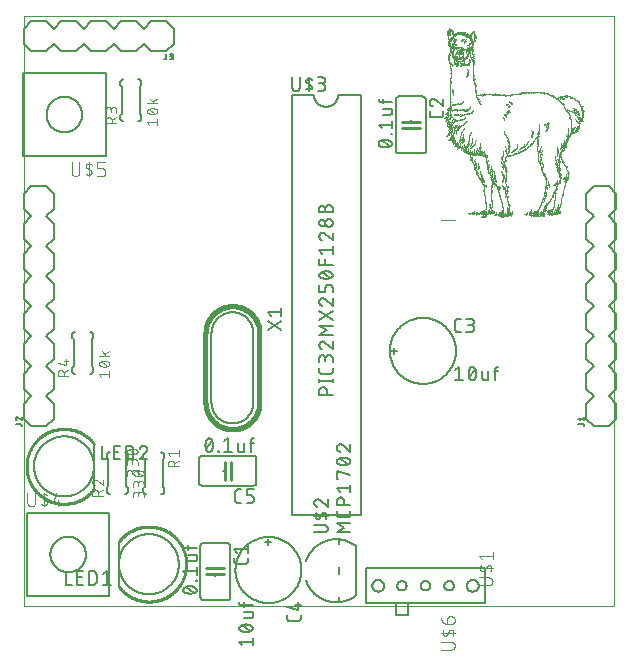
<source format=gto>
G75*
%MOIN*%
%OFA0B0*%
%FSLAX25Y25*%
%IPPOS*%
%LPD*%
%AMOC8*
5,1,8,0,0,1.08239X$1,22.5*
%
%ADD10C,0.00000*%
%ADD11R,0.00240X0.00060*%
%ADD12R,0.00180X0.00060*%
%ADD13R,0.00360X0.00060*%
%ADD14R,0.00300X0.00060*%
%ADD15R,0.00060X0.00060*%
%ADD16R,0.00120X0.00060*%
%ADD17R,0.00240X0.00060*%
%ADD18R,0.00120X0.00060*%
%ADD19R,0.00600X0.00060*%
%ADD20R,0.00420X0.00060*%
%ADD21R,0.00480X0.00060*%
%ADD22R,0.00420X0.00060*%
%ADD23R,0.00780X0.00060*%
%ADD24R,0.01560X0.00060*%
%ADD25R,0.02280X0.00060*%
%ADD26R,0.00540X0.00060*%
%ADD27R,0.00720X0.00060*%
%ADD28R,0.01260X0.00060*%
%ADD29R,0.00840X0.00060*%
%ADD30R,0.01140X0.00060*%
%ADD31R,0.00960X0.00060*%
%ADD32R,0.00900X0.00060*%
%ADD33R,0.01320X0.00060*%
%ADD34R,0.00840X0.00060*%
%ADD35R,0.00720X0.00060*%
%ADD36R,0.00540X0.00060*%
%ADD37R,0.01020X0.00060*%
%ADD38R,0.01020X0.00060*%
%ADD39R,0.01080X0.00060*%
%ADD40R,0.00660X0.00060*%
%ADD41R,0.01500X0.00060*%
%ADD42R,0.01200X0.00060*%
%ADD43R,0.01320X0.00060*%
%ADD44R,0.01740X0.00060*%
%ADD45R,0.01380X0.00060*%
%ADD46R,0.02460X0.00060*%
%ADD47R,0.03180X0.00060*%
%ADD48R,0.01920X0.00060*%
%ADD49R,0.04080X0.00060*%
%ADD50R,0.02100X0.00060*%
%ADD51R,0.01860X0.00060*%
%ADD52R,0.01740X0.00060*%
%ADD53R,0.01680X0.00060*%
%ADD54C,0.00800*%
%ADD55C,0.01000*%
%ADD56C,0.00600*%
%ADD57C,0.00500*%
%ADD58C,0.00400*%
%ADD59C,0.01600*%
D10*
X0005060Y0017235D02*
X0005060Y0214086D01*
X0201910Y0214086D01*
X0201910Y0017235D01*
X0005060Y0017235D01*
X0121241Y0024172D02*
X0121243Y0024260D01*
X0121249Y0024348D01*
X0121259Y0024436D01*
X0121273Y0024524D01*
X0121290Y0024610D01*
X0121312Y0024696D01*
X0121337Y0024780D01*
X0121367Y0024864D01*
X0121399Y0024946D01*
X0121436Y0025026D01*
X0121476Y0025105D01*
X0121520Y0025182D01*
X0121567Y0025257D01*
X0121617Y0025329D01*
X0121671Y0025400D01*
X0121727Y0025467D01*
X0121787Y0025533D01*
X0121849Y0025595D01*
X0121915Y0025655D01*
X0121982Y0025711D01*
X0122053Y0025765D01*
X0122125Y0025815D01*
X0122200Y0025862D01*
X0122277Y0025906D01*
X0122356Y0025946D01*
X0122436Y0025983D01*
X0122518Y0026015D01*
X0122602Y0026045D01*
X0122686Y0026070D01*
X0122772Y0026092D01*
X0122858Y0026109D01*
X0122946Y0026123D01*
X0123034Y0026133D01*
X0123122Y0026139D01*
X0123210Y0026141D01*
X0123298Y0026139D01*
X0123386Y0026133D01*
X0123474Y0026123D01*
X0123562Y0026109D01*
X0123648Y0026092D01*
X0123734Y0026070D01*
X0123818Y0026045D01*
X0123902Y0026015D01*
X0123984Y0025983D01*
X0124064Y0025946D01*
X0124143Y0025906D01*
X0124220Y0025862D01*
X0124295Y0025815D01*
X0124367Y0025765D01*
X0124438Y0025711D01*
X0124505Y0025655D01*
X0124571Y0025595D01*
X0124633Y0025533D01*
X0124693Y0025467D01*
X0124749Y0025400D01*
X0124803Y0025329D01*
X0124853Y0025257D01*
X0124900Y0025182D01*
X0124944Y0025105D01*
X0124984Y0025026D01*
X0125021Y0024946D01*
X0125053Y0024864D01*
X0125083Y0024780D01*
X0125108Y0024696D01*
X0125130Y0024610D01*
X0125147Y0024524D01*
X0125161Y0024436D01*
X0125171Y0024348D01*
X0125177Y0024260D01*
X0125179Y0024172D01*
X0125177Y0024084D01*
X0125171Y0023996D01*
X0125161Y0023908D01*
X0125147Y0023820D01*
X0125130Y0023734D01*
X0125108Y0023648D01*
X0125083Y0023564D01*
X0125053Y0023480D01*
X0125021Y0023398D01*
X0124984Y0023318D01*
X0124944Y0023239D01*
X0124900Y0023162D01*
X0124853Y0023087D01*
X0124803Y0023015D01*
X0124749Y0022944D01*
X0124693Y0022877D01*
X0124633Y0022811D01*
X0124571Y0022749D01*
X0124505Y0022689D01*
X0124438Y0022633D01*
X0124367Y0022579D01*
X0124295Y0022529D01*
X0124220Y0022482D01*
X0124143Y0022438D01*
X0124064Y0022398D01*
X0123984Y0022361D01*
X0123902Y0022329D01*
X0123818Y0022299D01*
X0123734Y0022274D01*
X0123648Y0022252D01*
X0123562Y0022235D01*
X0123474Y0022221D01*
X0123386Y0022211D01*
X0123298Y0022205D01*
X0123210Y0022203D01*
X0123122Y0022205D01*
X0123034Y0022211D01*
X0122946Y0022221D01*
X0122858Y0022235D01*
X0122772Y0022252D01*
X0122686Y0022274D01*
X0122602Y0022299D01*
X0122518Y0022329D01*
X0122436Y0022361D01*
X0122356Y0022398D01*
X0122277Y0022438D01*
X0122200Y0022482D01*
X0122125Y0022529D01*
X0122053Y0022579D01*
X0121982Y0022633D01*
X0121915Y0022689D01*
X0121849Y0022749D01*
X0121787Y0022811D01*
X0121727Y0022877D01*
X0121671Y0022944D01*
X0121617Y0023015D01*
X0121567Y0023087D01*
X0121520Y0023162D01*
X0121476Y0023239D01*
X0121436Y0023318D01*
X0121399Y0023398D01*
X0121367Y0023480D01*
X0121337Y0023564D01*
X0121312Y0023648D01*
X0121290Y0023734D01*
X0121273Y0023820D01*
X0121259Y0023908D01*
X0121249Y0023996D01*
X0121243Y0024084D01*
X0121241Y0024172D01*
X0152737Y0024172D02*
X0152739Y0024260D01*
X0152745Y0024348D01*
X0152755Y0024436D01*
X0152769Y0024524D01*
X0152786Y0024610D01*
X0152808Y0024696D01*
X0152833Y0024780D01*
X0152863Y0024864D01*
X0152895Y0024946D01*
X0152932Y0025026D01*
X0152972Y0025105D01*
X0153016Y0025182D01*
X0153063Y0025257D01*
X0153113Y0025329D01*
X0153167Y0025400D01*
X0153223Y0025467D01*
X0153283Y0025533D01*
X0153345Y0025595D01*
X0153411Y0025655D01*
X0153478Y0025711D01*
X0153549Y0025765D01*
X0153621Y0025815D01*
X0153696Y0025862D01*
X0153773Y0025906D01*
X0153852Y0025946D01*
X0153932Y0025983D01*
X0154014Y0026015D01*
X0154098Y0026045D01*
X0154182Y0026070D01*
X0154268Y0026092D01*
X0154354Y0026109D01*
X0154442Y0026123D01*
X0154530Y0026133D01*
X0154618Y0026139D01*
X0154706Y0026141D01*
X0154794Y0026139D01*
X0154882Y0026133D01*
X0154970Y0026123D01*
X0155058Y0026109D01*
X0155144Y0026092D01*
X0155230Y0026070D01*
X0155314Y0026045D01*
X0155398Y0026015D01*
X0155480Y0025983D01*
X0155560Y0025946D01*
X0155639Y0025906D01*
X0155716Y0025862D01*
X0155791Y0025815D01*
X0155863Y0025765D01*
X0155934Y0025711D01*
X0156001Y0025655D01*
X0156067Y0025595D01*
X0156129Y0025533D01*
X0156189Y0025467D01*
X0156245Y0025400D01*
X0156299Y0025329D01*
X0156349Y0025257D01*
X0156396Y0025182D01*
X0156440Y0025105D01*
X0156480Y0025026D01*
X0156517Y0024946D01*
X0156549Y0024864D01*
X0156579Y0024780D01*
X0156604Y0024696D01*
X0156626Y0024610D01*
X0156643Y0024524D01*
X0156657Y0024436D01*
X0156667Y0024348D01*
X0156673Y0024260D01*
X0156675Y0024172D01*
X0156673Y0024084D01*
X0156667Y0023996D01*
X0156657Y0023908D01*
X0156643Y0023820D01*
X0156626Y0023734D01*
X0156604Y0023648D01*
X0156579Y0023564D01*
X0156549Y0023480D01*
X0156517Y0023398D01*
X0156480Y0023318D01*
X0156440Y0023239D01*
X0156396Y0023162D01*
X0156349Y0023087D01*
X0156299Y0023015D01*
X0156245Y0022944D01*
X0156189Y0022877D01*
X0156129Y0022811D01*
X0156067Y0022749D01*
X0156001Y0022689D01*
X0155934Y0022633D01*
X0155863Y0022579D01*
X0155791Y0022529D01*
X0155716Y0022482D01*
X0155639Y0022438D01*
X0155560Y0022398D01*
X0155480Y0022361D01*
X0155398Y0022329D01*
X0155314Y0022299D01*
X0155230Y0022274D01*
X0155144Y0022252D01*
X0155058Y0022235D01*
X0154970Y0022221D01*
X0154882Y0022211D01*
X0154794Y0022205D01*
X0154706Y0022203D01*
X0154618Y0022205D01*
X0154530Y0022211D01*
X0154442Y0022221D01*
X0154354Y0022235D01*
X0154268Y0022252D01*
X0154182Y0022274D01*
X0154098Y0022299D01*
X0154014Y0022329D01*
X0153932Y0022361D01*
X0153852Y0022398D01*
X0153773Y0022438D01*
X0153696Y0022482D01*
X0153621Y0022529D01*
X0153549Y0022579D01*
X0153478Y0022633D01*
X0153411Y0022689D01*
X0153345Y0022749D01*
X0153283Y0022811D01*
X0153223Y0022877D01*
X0153167Y0022944D01*
X0153113Y0023015D01*
X0153063Y0023087D01*
X0153016Y0023162D01*
X0152972Y0023239D01*
X0152932Y0023318D01*
X0152895Y0023398D01*
X0152863Y0023480D01*
X0152833Y0023564D01*
X0152808Y0023648D01*
X0152786Y0023734D01*
X0152769Y0023820D01*
X0152755Y0023908D01*
X0152745Y0023996D01*
X0152739Y0024084D01*
X0152737Y0024172D01*
X0148799Y0146015D02*
X0148799Y0146135D01*
X0148833Y0146135D01*
X0148841Y0146133D01*
X0148847Y0146129D01*
X0148851Y0146123D01*
X0148853Y0146115D01*
X0148853Y0146075D01*
X0148851Y0146067D01*
X0148847Y0146061D01*
X0148841Y0146057D01*
X0148833Y0146055D01*
X0148799Y0146055D01*
X0148750Y0146055D02*
X0148750Y0146115D01*
X0148748Y0146123D01*
X0148744Y0146129D01*
X0148738Y0146133D01*
X0148730Y0146135D01*
X0148670Y0146135D01*
X0148670Y0146055D01*
X0148710Y0146055D02*
X0148710Y0146135D01*
X0148626Y0146115D02*
X0148626Y0146075D01*
X0148624Y0146067D01*
X0148620Y0146061D01*
X0148614Y0146057D01*
X0148606Y0146055D01*
X0148572Y0146055D01*
X0148572Y0146175D01*
X0148572Y0146135D02*
X0148606Y0146135D01*
X0148614Y0146133D01*
X0148620Y0146129D01*
X0148624Y0146123D01*
X0148626Y0146115D01*
X0148530Y0146062D02*
X0148530Y0146055D01*
X0148523Y0146055D01*
X0148523Y0146062D01*
X0148530Y0146062D01*
X0148481Y0146055D02*
X0148481Y0146115D01*
X0148481Y0146102D02*
X0148451Y0146102D01*
X0148481Y0146115D02*
X0148479Y0146123D01*
X0148475Y0146129D01*
X0148469Y0146133D01*
X0148461Y0146135D01*
X0148435Y0146135D01*
X0148392Y0146135D02*
X0148365Y0146135D01*
X0148357Y0146133D01*
X0148351Y0146129D01*
X0148347Y0146123D01*
X0148345Y0146115D01*
X0148345Y0146075D01*
X0148347Y0146067D01*
X0148351Y0146061D01*
X0148357Y0146057D01*
X0148365Y0146055D01*
X0148392Y0146055D01*
X0148451Y0146055D02*
X0148481Y0146055D01*
X0148451Y0146056D02*
X0148443Y0146057D01*
X0148436Y0146061D01*
X0148431Y0146068D01*
X0148428Y0146075D01*
X0148428Y0146083D01*
X0148431Y0146091D01*
X0148436Y0146097D01*
X0148443Y0146101D01*
X0148451Y0146102D01*
X0148301Y0146102D02*
X0148271Y0146102D01*
X0148301Y0146115D02*
X0148299Y0146123D01*
X0148295Y0146129D01*
X0148289Y0146133D01*
X0148281Y0146135D01*
X0148255Y0146135D01*
X0148301Y0146115D02*
X0148301Y0146055D01*
X0148271Y0146055D01*
X0148271Y0146056D02*
X0148263Y0146057D01*
X0148256Y0146061D01*
X0148251Y0146068D01*
X0148248Y0146075D01*
X0148248Y0146083D01*
X0148251Y0146091D01*
X0148256Y0146097D01*
X0148263Y0146101D01*
X0148271Y0146102D01*
X0148208Y0146115D02*
X0148208Y0146075D01*
X0148206Y0146067D01*
X0148202Y0146061D01*
X0148196Y0146057D01*
X0148188Y0146055D01*
X0148155Y0146055D01*
X0148155Y0146015D02*
X0148155Y0146135D01*
X0148188Y0146135D01*
X0148196Y0146133D01*
X0148202Y0146129D01*
X0148206Y0146123D01*
X0148208Y0146115D01*
X0148116Y0146055D02*
X0148108Y0146057D01*
X0148102Y0146061D01*
X0148098Y0146067D01*
X0148096Y0146075D01*
X0148096Y0146175D01*
X0148049Y0146115D02*
X0148049Y0146055D01*
X0148019Y0146055D01*
X0148019Y0146056D02*
X0148011Y0146057D01*
X0148004Y0146061D01*
X0147999Y0146068D01*
X0147996Y0146075D01*
X0147996Y0146083D01*
X0147999Y0146091D01*
X0148004Y0146097D01*
X0148011Y0146101D01*
X0148019Y0146102D01*
X0148049Y0146102D01*
X0148049Y0146115D02*
X0148047Y0146123D01*
X0148043Y0146129D01*
X0148037Y0146133D01*
X0148029Y0146135D01*
X0148003Y0146135D01*
X0147960Y0146189D02*
X0147906Y0146042D01*
X0147869Y0146055D02*
X0147802Y0146055D01*
X0147859Y0146122D01*
X0147839Y0146176D02*
X0147829Y0146175D01*
X0147820Y0146171D01*
X0147812Y0146165D01*
X0147806Y0146158D01*
X0147802Y0146149D01*
X0147859Y0146122D02*
X0147864Y0146129D01*
X0147868Y0146136D01*
X0147869Y0146145D01*
X0147868Y0146154D01*
X0147863Y0146163D01*
X0147857Y0146169D01*
X0147848Y0146174D01*
X0147839Y0146175D01*
X0147767Y0146175D02*
X0147740Y0146055D01*
X0147713Y0146135D01*
X0147687Y0146055D01*
X0147660Y0146175D01*
X0147621Y0146175D02*
X0147621Y0146055D01*
X0147621Y0146122D02*
X0147554Y0146122D01*
X0147554Y0146175D02*
X0147554Y0146055D01*
X0147460Y0146042D02*
X0147513Y0146189D01*
X0147413Y0146122D02*
X0147356Y0146055D01*
X0147423Y0146055D01*
X0147356Y0146149D02*
X0147360Y0146158D01*
X0147366Y0146165D01*
X0147374Y0146171D01*
X0147383Y0146175D01*
X0147393Y0146176D01*
X0147393Y0146175D02*
X0147402Y0146174D01*
X0147411Y0146169D01*
X0147417Y0146163D01*
X0147422Y0146154D01*
X0147423Y0146145D01*
X0147422Y0146145D02*
X0147421Y0146136D01*
X0147417Y0146129D01*
X0147412Y0146122D01*
X0147263Y0146175D02*
X0147236Y0146055D01*
X0147209Y0146135D01*
X0147183Y0146055D01*
X0147156Y0146175D01*
X0147117Y0146175D02*
X0147117Y0146055D01*
X0147117Y0146122D02*
X0147050Y0146122D01*
X0147050Y0146175D02*
X0147050Y0146055D01*
X0146956Y0146042D02*
X0147009Y0146189D01*
X0146892Y0146175D02*
X0146852Y0146175D01*
X0146892Y0146176D02*
X0146901Y0146174D01*
X0146909Y0146170D01*
X0146915Y0146163D01*
X0146919Y0146154D01*
X0146919Y0146144D01*
X0146915Y0146136D01*
X0146909Y0146128D01*
X0146901Y0146124D01*
X0146892Y0146122D01*
X0146865Y0146122D01*
X0146885Y0146122D02*
X0146895Y0146120D01*
X0146904Y0146116D01*
X0146912Y0146108D01*
X0146916Y0146099D01*
X0146918Y0146089D01*
X0146916Y0146079D01*
X0146912Y0146070D01*
X0146904Y0146062D01*
X0146895Y0146058D01*
X0146885Y0146056D01*
X0146885Y0146055D02*
X0146852Y0146055D01*
X0146777Y0146055D02*
X0146744Y0146055D01*
X0146777Y0146056D02*
X0146787Y0146058D01*
X0146796Y0146062D01*
X0146804Y0146070D01*
X0146808Y0146079D01*
X0146810Y0146089D01*
X0146808Y0146099D01*
X0146804Y0146108D01*
X0146796Y0146116D01*
X0146787Y0146120D01*
X0146777Y0146122D01*
X0146784Y0146122D02*
X0146757Y0146122D01*
X0146784Y0146122D02*
X0146793Y0146124D01*
X0146801Y0146128D01*
X0146807Y0146136D01*
X0146811Y0146144D01*
X0146811Y0146154D01*
X0146807Y0146163D01*
X0146801Y0146170D01*
X0146793Y0146174D01*
X0146784Y0146176D01*
X0146784Y0146175D02*
X0146744Y0146175D01*
X0146663Y0146175D02*
X0146636Y0146082D01*
X0146703Y0146082D01*
X0146683Y0146109D02*
X0146683Y0146055D01*
X0146542Y0146055D02*
X0146488Y0146055D01*
X0146488Y0146175D01*
X0146542Y0146175D01*
X0146528Y0146122D02*
X0146488Y0146122D01*
X0146439Y0146175D02*
X0146439Y0146055D01*
X0146399Y0146109D02*
X0146439Y0146175D01*
X0146399Y0146109D02*
X0146359Y0146175D01*
X0146359Y0146055D01*
X0146265Y0146042D02*
X0146318Y0146189D01*
X0146211Y0146055D02*
X0146193Y0146057D01*
X0146175Y0146062D01*
X0146191Y0146136D02*
X0146206Y0146134D01*
X0146221Y0146129D01*
X0146191Y0146135D02*
X0146185Y0146134D01*
X0146179Y0146130D01*
X0146175Y0146125D01*
X0146174Y0146118D01*
X0146175Y0146111D01*
X0146179Y0146106D01*
X0146185Y0146102D01*
X0146218Y0146089D01*
X0146218Y0146088D02*
X0146224Y0146084D01*
X0146228Y0146079D01*
X0146229Y0146072D01*
X0146228Y0146065D01*
X0146224Y0146060D01*
X0146218Y0146056D01*
X0146212Y0146055D01*
X0146138Y0146055D02*
X0146131Y0146055D01*
X0146123Y0146057D01*
X0146117Y0146061D01*
X0146113Y0146067D01*
X0146111Y0146075D01*
X0146111Y0146175D01*
X0146098Y0146135D02*
X0146138Y0146135D01*
X0146062Y0146115D02*
X0146062Y0146055D01*
X0146009Y0146055D02*
X0146009Y0146135D01*
X0146042Y0146135D01*
X0146050Y0146133D01*
X0146056Y0146129D01*
X0146060Y0146123D01*
X0146062Y0146115D01*
X0145965Y0146109D02*
X0145965Y0146095D01*
X0145912Y0146095D01*
X0145912Y0146109D02*
X0145912Y0146075D01*
X0145914Y0146067D01*
X0145918Y0146061D01*
X0145924Y0146057D01*
X0145932Y0146055D01*
X0145965Y0146055D01*
X0145966Y0146109D02*
X0145964Y0146118D01*
X0145960Y0146126D01*
X0145953Y0146132D01*
X0145944Y0146136D01*
X0145934Y0146136D01*
X0145926Y0146132D01*
X0145918Y0146126D01*
X0145914Y0146118D01*
X0145912Y0146109D01*
X0145867Y0146115D02*
X0145867Y0146055D01*
X0145827Y0146055D02*
X0145827Y0146135D01*
X0145847Y0146135D02*
X0145787Y0146135D01*
X0145787Y0146055D01*
X0145738Y0146055D02*
X0145738Y0146135D01*
X0145685Y0146135D02*
X0145685Y0146075D01*
X0145687Y0146067D01*
X0145691Y0146061D01*
X0145697Y0146057D01*
X0145705Y0146055D01*
X0145738Y0146055D01*
X0145645Y0146055D02*
X0145619Y0146055D01*
X0145611Y0146057D01*
X0145605Y0146061D01*
X0145601Y0146067D01*
X0145599Y0146075D01*
X0145599Y0146115D01*
X0145601Y0146123D01*
X0145605Y0146129D01*
X0145611Y0146133D01*
X0145619Y0146135D01*
X0145645Y0146135D01*
X0145558Y0146109D02*
X0145558Y0146082D01*
X0145559Y0146082D02*
X0145557Y0146073D01*
X0145553Y0146065D01*
X0145546Y0146059D01*
X0145537Y0146055D01*
X0145527Y0146055D01*
X0145519Y0146059D01*
X0145511Y0146065D01*
X0145507Y0146073D01*
X0145505Y0146082D01*
X0145505Y0146109D01*
X0145507Y0146118D01*
X0145511Y0146126D01*
X0145519Y0146132D01*
X0145527Y0146136D01*
X0145537Y0146136D01*
X0145546Y0146132D01*
X0145553Y0146126D01*
X0145557Y0146118D01*
X0145559Y0146109D01*
X0145461Y0146089D02*
X0145461Y0146142D01*
X0145460Y0146142D02*
X0145458Y0146152D01*
X0145454Y0146161D01*
X0145446Y0146169D01*
X0145437Y0146173D01*
X0145427Y0146175D01*
X0145394Y0146175D01*
X0145394Y0146055D01*
X0145427Y0146055D01*
X0145427Y0146056D02*
X0145437Y0146058D01*
X0145446Y0146062D01*
X0145454Y0146070D01*
X0145458Y0146079D01*
X0145460Y0146089D01*
X0145353Y0146189D02*
X0145300Y0146042D01*
X0145259Y0146055D02*
X0145226Y0146055D01*
X0145218Y0146057D01*
X0145212Y0146061D01*
X0145208Y0146067D01*
X0145206Y0146075D01*
X0145206Y0146115D01*
X0145208Y0146123D01*
X0145212Y0146129D01*
X0145218Y0146133D01*
X0145226Y0146135D01*
X0145259Y0146135D01*
X0145259Y0146175D02*
X0145259Y0146055D01*
X0145165Y0146055D02*
X0145165Y0146135D01*
X0145168Y0146169D02*
X0145161Y0146169D01*
X0145161Y0146175D01*
X0145168Y0146175D01*
X0145168Y0146169D01*
X0145126Y0146135D02*
X0145100Y0146055D01*
X0145073Y0146135D01*
X0145033Y0146115D02*
X0145033Y0146055D01*
X0145003Y0146055D01*
X0145003Y0146056D02*
X0144995Y0146057D01*
X0144988Y0146061D01*
X0144983Y0146068D01*
X0144980Y0146075D01*
X0144980Y0146083D01*
X0144983Y0146091D01*
X0144988Y0146097D01*
X0144995Y0146101D01*
X0145003Y0146102D01*
X0145033Y0146102D01*
X0145033Y0146115D02*
X0145031Y0146123D01*
X0145027Y0146129D01*
X0145021Y0146133D01*
X0145013Y0146135D01*
X0144986Y0146135D01*
X0144935Y0146142D02*
X0144935Y0146089D01*
X0144933Y0146079D01*
X0144929Y0146070D01*
X0144921Y0146062D01*
X0144912Y0146058D01*
X0144902Y0146056D01*
X0144902Y0146055D02*
X0144868Y0146055D01*
X0144868Y0146175D01*
X0144902Y0146175D01*
X0144912Y0146173D01*
X0144921Y0146169D01*
X0144929Y0146161D01*
X0144933Y0146152D01*
X0144935Y0146142D01*
X0144828Y0146189D02*
X0144774Y0146042D01*
X0144721Y0146055D02*
X0144727Y0146056D01*
X0144733Y0146060D01*
X0144737Y0146065D01*
X0144738Y0146072D01*
X0144737Y0146079D01*
X0144733Y0146084D01*
X0144727Y0146088D01*
X0144728Y0146089D02*
X0144694Y0146102D01*
X0144695Y0146102D02*
X0144689Y0146106D01*
X0144685Y0146111D01*
X0144684Y0146118D01*
X0144685Y0146125D01*
X0144689Y0146130D01*
X0144695Y0146134D01*
X0144701Y0146135D01*
X0144685Y0146062D02*
X0144703Y0146057D01*
X0144721Y0146055D01*
X0144731Y0146129D02*
X0144716Y0146134D01*
X0144701Y0146136D01*
X0144653Y0146135D02*
X0144653Y0146122D01*
X0144653Y0146135D02*
X0144613Y0146135D01*
X0144613Y0146055D01*
X0144568Y0146055D02*
X0144535Y0146055D01*
X0144527Y0146057D01*
X0144521Y0146061D01*
X0144517Y0146067D01*
X0144515Y0146075D01*
X0144515Y0146109D01*
X0144515Y0146095D02*
X0144568Y0146095D01*
X0144568Y0146109D01*
X0144569Y0146109D02*
X0144567Y0146118D01*
X0144563Y0146126D01*
X0144556Y0146132D01*
X0144547Y0146136D01*
X0144537Y0146136D01*
X0144529Y0146132D01*
X0144521Y0146126D01*
X0144517Y0146118D01*
X0144515Y0146109D01*
X0144465Y0146089D02*
X0144432Y0146102D01*
X0144426Y0146106D01*
X0144422Y0146111D01*
X0144421Y0146118D01*
X0144422Y0146125D01*
X0144426Y0146130D01*
X0144432Y0146134D01*
X0144438Y0146135D01*
X0144422Y0146062D02*
X0144440Y0146057D01*
X0144458Y0146055D01*
X0144464Y0146056D01*
X0144470Y0146060D01*
X0144474Y0146065D01*
X0144475Y0146072D01*
X0144474Y0146079D01*
X0144470Y0146084D01*
X0144464Y0146088D01*
X0144468Y0146129D02*
X0144453Y0146134D01*
X0144438Y0146136D01*
X0144377Y0146175D02*
X0144377Y0146089D01*
X0144375Y0146079D01*
X0144371Y0146070D01*
X0144363Y0146062D01*
X0144354Y0146058D01*
X0144344Y0146056D01*
X0144334Y0146058D01*
X0144325Y0146062D01*
X0144317Y0146070D01*
X0144313Y0146079D01*
X0144311Y0146089D01*
X0144311Y0146175D01*
X0144270Y0146189D02*
X0144216Y0146042D01*
X0144178Y0146065D02*
X0144171Y0146065D01*
X0144171Y0146072D01*
X0144178Y0146072D01*
X0144178Y0146065D01*
X0144133Y0146055D02*
X0144107Y0146055D01*
X0144099Y0146056D01*
X0144091Y0146060D01*
X0144085Y0146066D01*
X0144081Y0146074D01*
X0144080Y0146082D01*
X0144080Y0146149D01*
X0144081Y0146157D01*
X0144085Y0146165D01*
X0144091Y0146171D01*
X0144099Y0146175D01*
X0144107Y0146176D01*
X0144107Y0146175D02*
X0144133Y0146175D01*
X0144171Y0146125D02*
X0144178Y0146125D01*
X0144178Y0146119D01*
X0144171Y0146119D01*
X0144171Y0146125D01*
X0145847Y0146135D02*
X0145855Y0146133D01*
X0145861Y0146129D01*
X0145865Y0146123D01*
X0145867Y0146115D01*
D11*
X0154850Y0147795D03*
X0155090Y0148035D03*
X0156110Y0148155D03*
X0156290Y0148275D03*
X0157070Y0148095D03*
X0157850Y0148095D03*
X0157910Y0148155D03*
X0158510Y0147315D03*
X0158450Y0147255D03*
X0158450Y0147195D03*
X0158090Y0146595D03*
X0159410Y0147915D03*
X0159470Y0148455D03*
X0160010Y0148035D03*
X0160010Y0147615D03*
X0160790Y0147855D03*
X0161090Y0148275D03*
X0160970Y0148575D03*
X0160970Y0148635D03*
X0160610Y0148575D03*
X0160550Y0148455D03*
X0160490Y0148395D03*
X0161390Y0147975D03*
X0161510Y0148695D03*
X0161510Y0148755D03*
X0161570Y0148815D03*
X0161570Y0148875D03*
X0162050Y0148395D03*
X0162170Y0148515D03*
X0162590Y0147735D03*
X0162770Y0147495D03*
X0162710Y0147435D03*
X0162650Y0147375D03*
X0162350Y0147555D03*
X0162890Y0147975D03*
X0163670Y0147555D03*
X0163850Y0148155D03*
X0163970Y0148215D03*
X0164150Y0148335D03*
X0164270Y0148395D03*
X0164750Y0147975D03*
X0164810Y0147915D03*
X0164990Y0147615D03*
X0164990Y0147555D03*
X0165290Y0147435D03*
X0165470Y0147195D03*
X0165590Y0147315D03*
X0165650Y0147375D03*
X0165590Y0147735D03*
X0165950Y0147615D03*
X0166370Y0148095D03*
X0166370Y0148155D03*
X0166670Y0147615D03*
X0166610Y0147555D03*
X0167210Y0147435D03*
X0167390Y0147555D03*
X0167450Y0147615D03*
X0167570Y0147675D03*
X0167690Y0147795D03*
X0167750Y0147855D03*
X0168050Y0148215D03*
X0168050Y0148275D03*
X0166970Y0148335D03*
X0166970Y0148695D03*
X0166670Y0149355D03*
X0166670Y0149415D03*
X0166670Y0149535D03*
X0166670Y0149595D03*
X0166670Y0149655D03*
X0166670Y0149715D03*
X0166670Y0149775D03*
X0167090Y0149595D03*
X0167210Y0149955D03*
X0167210Y0150315D03*
X0167090Y0150495D03*
X0166670Y0151875D03*
X0166550Y0152055D03*
X0164570Y0151995D03*
X0164570Y0151935D03*
X0164510Y0152055D03*
X0164450Y0152175D03*
X0164750Y0150675D03*
X0164810Y0150615D03*
X0164810Y0150555D03*
X0164810Y0150495D03*
X0164810Y0150435D03*
X0164810Y0150375D03*
X0165050Y0149775D03*
X0165050Y0149715D03*
X0165050Y0149655D03*
X0165110Y0149535D03*
X0165110Y0149415D03*
X0165050Y0149115D03*
X0165050Y0149055D03*
X0164990Y0148995D03*
X0164870Y0148875D03*
X0164510Y0147615D03*
X0165050Y0146715D03*
X0165290Y0146895D03*
X0165350Y0146955D03*
X0161270Y0152475D03*
X0161270Y0152535D03*
X0161210Y0152655D03*
X0161210Y0152715D03*
X0161210Y0152775D03*
X0161210Y0152835D03*
X0161210Y0152895D03*
X0159170Y0152535D03*
X0159170Y0152475D03*
X0159170Y0152415D03*
X0159170Y0152355D03*
X0159170Y0152295D03*
X0159170Y0152235D03*
X0159170Y0152175D03*
X0159170Y0152115D03*
X0159170Y0151875D03*
X0159170Y0151815D03*
X0159350Y0151035D03*
X0159410Y0150915D03*
X0159470Y0150795D03*
X0159470Y0150135D03*
X0159110Y0152775D03*
X0159110Y0152835D03*
X0159110Y0152895D03*
X0159110Y0152955D03*
X0159110Y0153015D03*
X0159110Y0153075D03*
X0159110Y0153135D03*
X0159110Y0153195D03*
X0159110Y0153255D03*
X0159110Y0153315D03*
X0159110Y0153375D03*
X0159110Y0153435D03*
X0159110Y0153495D03*
X0159110Y0153555D03*
X0159110Y0153615D03*
X0159050Y0153915D03*
X0158990Y0154035D03*
X0158750Y0156555D03*
X0158750Y0156615D03*
X0158750Y0156675D03*
X0157970Y0158535D03*
X0157910Y0158595D03*
X0157370Y0159135D03*
X0157370Y0159195D03*
X0157370Y0159255D03*
X0157370Y0159315D03*
X0157070Y0159675D03*
X0157070Y0159735D03*
X0156470Y0161535D03*
X0156110Y0162075D03*
X0156050Y0162195D03*
X0155510Y0162795D03*
X0155450Y0162735D03*
X0155810Y0163095D03*
X0155570Y0163455D03*
X0155570Y0163515D03*
X0155570Y0163575D03*
X0155570Y0163635D03*
X0155570Y0163695D03*
X0155570Y0163755D03*
X0155570Y0163815D03*
X0155570Y0163875D03*
X0155570Y0163935D03*
X0155570Y0163995D03*
X0155510Y0164175D03*
X0155450Y0164355D03*
X0155390Y0164415D03*
X0155270Y0164535D03*
X0155210Y0164655D03*
X0155150Y0164715D03*
X0155090Y0164835D03*
X0154970Y0165015D03*
X0154910Y0165075D03*
X0154850Y0165195D03*
X0154790Y0165435D03*
X0154790Y0165495D03*
X0154850Y0165855D03*
X0154790Y0166335D03*
X0154790Y0166395D03*
X0154250Y0166815D03*
X0154490Y0167775D03*
X0154790Y0168195D03*
X0154790Y0168255D03*
X0154790Y0168315D03*
X0155150Y0167475D03*
X0155690Y0167835D03*
X0155750Y0167895D03*
X0156050Y0167775D03*
X0156110Y0167835D03*
X0156170Y0167895D03*
X0156350Y0168135D03*
X0156410Y0168195D03*
X0156470Y0168255D03*
X0156650Y0167955D03*
X0156890Y0168135D03*
X0156950Y0168195D03*
X0157250Y0168615D03*
X0157250Y0168675D03*
X0157310Y0168795D03*
X0157970Y0168555D03*
X0157970Y0168495D03*
X0158270Y0168015D03*
X0158210Y0167955D03*
X0157970Y0167655D03*
X0157670Y0167655D03*
X0157490Y0167895D03*
X0157370Y0167775D03*
X0157070Y0167535D03*
X0158390Y0167175D03*
X0158450Y0167235D03*
X0158510Y0167295D03*
X0158690Y0167175D03*
X0158750Y0167235D03*
X0158810Y0167295D03*
X0159110Y0167055D03*
X0159590Y0166755D03*
X0159890Y0165195D03*
X0159890Y0165135D03*
X0160310Y0164055D03*
X0160250Y0163875D03*
X0159770Y0162915D03*
X0160610Y0161835D03*
X0160310Y0161415D03*
X0161570Y0159375D03*
X0161510Y0159255D03*
X0161390Y0158775D03*
X0161390Y0158715D03*
X0161390Y0158655D03*
X0161690Y0158355D03*
X0161390Y0158055D03*
X0161390Y0157995D03*
X0161390Y0157935D03*
X0161390Y0157875D03*
X0161390Y0157815D03*
X0161390Y0157755D03*
X0161390Y0157695D03*
X0161390Y0157635D03*
X0161390Y0157575D03*
X0162110Y0157995D03*
X0162170Y0157935D03*
X0162710Y0157395D03*
X0162710Y0157335D03*
X0162770Y0157215D03*
X0162290Y0157155D03*
X0163310Y0156735D03*
X0163490Y0156555D03*
X0163610Y0156735D03*
X0163550Y0155535D03*
X0163550Y0155475D03*
X0163550Y0155415D03*
X0163550Y0155355D03*
X0163850Y0154335D03*
X0163850Y0154275D03*
X0163850Y0154215D03*
X0163850Y0154155D03*
X0163850Y0154095D03*
X0166250Y0155415D03*
X0166250Y0155475D03*
X0166370Y0155175D03*
X0166370Y0155835D03*
X0166370Y0155895D03*
X0166370Y0155955D03*
X0166370Y0156015D03*
X0166370Y0156075D03*
X0166370Y0156135D03*
X0166370Y0157095D03*
X0166250Y0157275D03*
X0166070Y0157095D03*
X0165950Y0157935D03*
X0165770Y0158355D03*
X0165770Y0158415D03*
X0165770Y0158475D03*
X0165770Y0158535D03*
X0165770Y0158595D03*
X0165770Y0158655D03*
X0165770Y0158715D03*
X0165770Y0158775D03*
X0166070Y0159375D03*
X0166250Y0160515D03*
X0166250Y0160575D03*
X0166250Y0160635D03*
X0166250Y0160695D03*
X0166250Y0160755D03*
X0166190Y0161355D03*
X0166190Y0161415D03*
X0166010Y0162495D03*
X0165950Y0162615D03*
X0166010Y0163035D03*
X0165770Y0163215D03*
X0165710Y0163275D03*
X0165650Y0163335D03*
X0165410Y0163635D03*
X0165770Y0166335D03*
X0165890Y0166575D03*
X0166010Y0166815D03*
X0166070Y0166875D03*
X0166370Y0167295D03*
X0166070Y0168375D03*
X0166070Y0168435D03*
X0167270Y0169935D03*
X0167270Y0169995D03*
X0167270Y0170055D03*
X0167270Y0170115D03*
X0166550Y0172095D03*
X0169670Y0168075D03*
X0169610Y0168015D03*
X0170270Y0168555D03*
X0171350Y0168795D03*
X0171890Y0168915D03*
X0172070Y0169035D03*
X0172190Y0169155D03*
X0172490Y0169155D03*
X0172550Y0169215D03*
X0172670Y0169275D03*
X0172910Y0169455D03*
X0172970Y0169515D03*
X0173090Y0169635D03*
X0173150Y0169755D03*
X0173210Y0169815D03*
X0173270Y0169875D03*
X0173390Y0170055D03*
X0173510Y0170235D03*
X0174470Y0170715D03*
X0174590Y0170835D03*
X0174650Y0170895D03*
X0174290Y0171015D03*
X0175010Y0171495D03*
X0175370Y0172215D03*
X0175610Y0172515D03*
X0175790Y0172755D03*
X0175970Y0172995D03*
X0176090Y0173115D03*
X0176150Y0173175D03*
X0176210Y0173235D03*
X0176390Y0173475D03*
X0176450Y0173535D03*
X0176690Y0173415D03*
X0176510Y0172815D03*
X0176390Y0172155D03*
X0176390Y0171375D03*
X0176390Y0171315D03*
X0176390Y0171255D03*
X0176570Y0169875D03*
X0176570Y0169815D03*
X0176570Y0169755D03*
X0176570Y0169695D03*
X0176570Y0169635D03*
X0176570Y0169575D03*
X0176570Y0169515D03*
X0176570Y0169455D03*
X0176570Y0169395D03*
X0176570Y0169335D03*
X0176810Y0168075D03*
X0177050Y0165195D03*
X0177110Y0165015D03*
X0177410Y0164535D03*
X0178010Y0162915D03*
X0178010Y0162855D03*
X0178010Y0162795D03*
X0177770Y0162435D03*
X0177770Y0162375D03*
X0178370Y0161655D03*
X0178970Y0160695D03*
X0178790Y0160575D03*
X0178790Y0160515D03*
X0179450Y0159375D03*
X0179450Y0159315D03*
X0179450Y0158955D03*
X0179450Y0158895D03*
X0179450Y0158835D03*
X0179450Y0158775D03*
X0179390Y0158535D03*
X0179450Y0158415D03*
X0179450Y0158355D03*
X0179450Y0158295D03*
X0178970Y0154635D03*
X0178910Y0154575D03*
X0178910Y0154515D03*
X0178850Y0154455D03*
X0178850Y0154395D03*
X0178790Y0154335D03*
X0178790Y0154155D03*
X0178790Y0154095D03*
X0178670Y0153615D03*
X0178670Y0153555D03*
X0178610Y0153495D03*
X0178490Y0153195D03*
X0178310Y0152655D03*
X0178250Y0152475D03*
X0178190Y0152295D03*
X0178010Y0151755D03*
X0177950Y0151635D03*
X0177890Y0151455D03*
X0177470Y0150195D03*
X0177410Y0150135D03*
X0177050Y0149535D03*
X0176990Y0149475D03*
X0176870Y0149355D03*
X0176690Y0149175D03*
X0176570Y0149055D03*
X0176810Y0148395D03*
X0176870Y0148035D03*
X0177290Y0147855D03*
X0177350Y0147915D03*
X0177770Y0148395D03*
X0176810Y0147375D03*
X0176750Y0147315D03*
X0176690Y0147255D03*
X0176510Y0147495D03*
X0176270Y0147315D03*
X0176210Y0147255D03*
X0175970Y0147375D03*
X0175910Y0147315D03*
X0175670Y0147495D03*
X0175610Y0147435D03*
X0175550Y0147375D03*
X0175310Y0147795D03*
X0175310Y0147975D03*
X0175370Y0148035D03*
X0175070Y0148335D03*
X0174890Y0148155D03*
X0174950Y0147495D03*
X0174890Y0147435D03*
X0174650Y0147255D03*
X0175070Y0147135D03*
X0174170Y0147735D03*
X0174110Y0147675D03*
X0172970Y0147615D03*
X0172910Y0147555D03*
X0172790Y0147915D03*
X0172850Y0147975D03*
X0172910Y0148035D03*
X0172670Y0147855D03*
X0172610Y0147795D03*
X0174350Y0148875D03*
X0174350Y0148935D03*
X0176090Y0147975D03*
X0176090Y0147915D03*
X0179750Y0148515D03*
X0180170Y0148575D03*
X0180110Y0148935D03*
X0180590Y0148455D03*
X0180410Y0148275D03*
X0180110Y0147915D03*
X0180050Y0147855D03*
X0179990Y0147795D03*
X0180590Y0147795D03*
X0180650Y0147855D03*
X0181790Y0147915D03*
X0182210Y0148455D03*
X0182210Y0148515D03*
X0182270Y0148635D03*
X0182270Y0148695D03*
X0182750Y0148695D03*
X0182750Y0148635D03*
X0182750Y0149355D03*
X0183110Y0149535D03*
X0183470Y0149235D03*
X0183410Y0149115D03*
X0184190Y0148635D03*
X0183890Y0149895D03*
X0183890Y0149955D03*
X0183890Y0150015D03*
X0184070Y0150315D03*
X0184370Y0151215D03*
X0184370Y0151275D03*
X0184370Y0151335D03*
X0184370Y0151395D03*
X0184370Y0151455D03*
X0184550Y0152775D03*
X0184550Y0152835D03*
X0184610Y0153135D03*
X0184610Y0153195D03*
X0185210Y0155235D03*
X0185210Y0155295D03*
X0185750Y0157335D03*
X0185750Y0157395D03*
X0185990Y0158295D03*
X0186050Y0158535D03*
X0186110Y0158715D03*
X0185810Y0159075D03*
X0185690Y0158955D03*
X0186590Y0159795D03*
X0186770Y0161655D03*
X0186710Y0161775D03*
X0186650Y0161895D03*
X0186590Y0161955D03*
X0186470Y0162195D03*
X0186410Y0162255D03*
X0186170Y0163395D03*
X0186050Y0163695D03*
X0185870Y0163875D03*
X0185810Y0163935D03*
X0185750Y0163995D03*
X0185570Y0164175D03*
X0185510Y0164235D03*
X0185450Y0164355D03*
X0185390Y0164415D03*
X0185090Y0165315D03*
X0184970Y0165495D03*
X0184910Y0165555D03*
X0184850Y0165615D03*
X0184790Y0165735D03*
X0184670Y0165855D03*
X0184610Y0165975D03*
X0184550Y0166095D03*
X0184490Y0166215D03*
X0184370Y0166395D03*
X0184310Y0166515D03*
X0184250Y0166635D03*
X0183650Y0166635D03*
X0183650Y0166575D03*
X0183650Y0166515D03*
X0183650Y0166455D03*
X0183650Y0166395D03*
X0183650Y0166335D03*
X0183650Y0166275D03*
X0183650Y0166215D03*
X0183650Y0166155D03*
X0183650Y0166095D03*
X0183650Y0166035D03*
X0183650Y0165975D03*
X0183650Y0165915D03*
X0183650Y0165855D03*
X0183650Y0166695D03*
X0183650Y0166755D03*
X0183650Y0166815D03*
X0183650Y0166875D03*
X0183650Y0166935D03*
X0183410Y0168375D03*
X0184370Y0169095D03*
X0184850Y0169155D03*
X0184790Y0168795D03*
X0185390Y0169515D03*
X0185270Y0169635D03*
X0185210Y0169695D03*
X0185090Y0169875D03*
X0185150Y0170835D03*
X0185150Y0170895D03*
X0185150Y0170955D03*
X0185150Y0171015D03*
X0184550Y0171015D03*
X0184550Y0170955D03*
X0184550Y0171075D03*
X0184550Y0171135D03*
X0184550Y0171195D03*
X0184550Y0171255D03*
X0186050Y0171495D03*
X0186050Y0171555D03*
X0186110Y0171615D03*
X0186110Y0171675D03*
X0186650Y0172515D03*
X0186650Y0172575D03*
X0186710Y0172695D03*
X0186770Y0172935D03*
X0186890Y0173235D03*
X0186950Y0173355D03*
X0187190Y0173775D03*
X0187250Y0173895D03*
X0187310Y0174015D03*
X0187610Y0174675D03*
X0187670Y0175035D03*
X0187670Y0175095D03*
X0187670Y0175155D03*
X0187670Y0175215D03*
X0187670Y0175275D03*
X0187670Y0175335D03*
X0187670Y0175395D03*
X0188150Y0175395D03*
X0188150Y0175455D03*
X0188510Y0175755D03*
X0188810Y0176415D03*
X0189410Y0176115D03*
X0189410Y0176055D03*
X0189650Y0175395D03*
X0189650Y0175335D03*
X0189590Y0175275D03*
X0189110Y0175275D03*
X0189050Y0175155D03*
X0189050Y0175095D03*
X0188990Y0175035D03*
X0188990Y0174975D03*
X0187670Y0175935D03*
X0187670Y0176235D03*
X0187790Y0176655D03*
X0187910Y0177135D03*
X0187910Y0177195D03*
X0187910Y0177255D03*
X0187910Y0177315D03*
X0187910Y0177375D03*
X0187910Y0177435D03*
X0187910Y0177495D03*
X0187910Y0177555D03*
X0187910Y0177615D03*
X0187910Y0177675D03*
X0187910Y0177735D03*
X0187610Y0179355D03*
X0187550Y0179475D03*
X0189470Y0178995D03*
X0189590Y0178875D03*
X0189650Y0178815D03*
X0189710Y0178755D03*
X0189770Y0178695D03*
X0190010Y0178455D03*
X0190370Y0177975D03*
X0190370Y0177915D03*
X0190370Y0177855D03*
X0190370Y0176955D03*
X0190370Y0176895D03*
X0189950Y0176715D03*
X0190250Y0176355D03*
X0190250Y0176295D03*
X0190250Y0176235D03*
X0190910Y0178995D03*
X0190910Y0179055D03*
X0190910Y0179115D03*
X0190370Y0179115D03*
X0190370Y0179175D03*
X0190610Y0179655D03*
X0190010Y0180135D03*
X0190310Y0181035D03*
X0190310Y0181095D03*
X0190310Y0181155D03*
X0190310Y0181215D03*
X0190310Y0181275D03*
X0190310Y0181335D03*
X0189050Y0181155D03*
X0189050Y0181095D03*
X0188810Y0181455D03*
X0188750Y0181515D03*
X0188690Y0181575D03*
X0187010Y0181395D03*
X0186890Y0181575D03*
X0186770Y0181755D03*
X0186470Y0181995D03*
X0186410Y0182055D03*
X0186350Y0182115D03*
X0186050Y0182415D03*
X0185870Y0182655D03*
X0185510Y0183435D03*
X0185390Y0183615D03*
X0185390Y0183675D03*
X0185390Y0183735D03*
X0185270Y0183915D03*
X0185090Y0184215D03*
X0185090Y0184275D03*
X0184010Y0185355D03*
X0183290Y0186435D03*
X0183350Y0186495D03*
X0183470Y0186555D03*
X0183590Y0186675D03*
X0183650Y0186735D03*
X0184310Y0187095D03*
X0184550Y0186555D03*
X0185210Y0186495D03*
X0185270Y0185955D03*
X0185810Y0186675D03*
X0186470Y0187215D03*
X0188750Y0186195D03*
X0188810Y0186135D03*
X0188990Y0186015D03*
X0189050Y0185955D03*
X0189110Y0185895D03*
X0189290Y0185775D03*
X0190190Y0185055D03*
X0190250Y0184995D03*
X0190310Y0184935D03*
X0190550Y0184575D03*
X0190610Y0184455D03*
X0190790Y0184155D03*
X0190910Y0183975D03*
X0191090Y0183795D03*
X0191150Y0183315D03*
X0191210Y0183255D03*
X0191270Y0183195D03*
X0191390Y0183015D03*
X0191450Y0182955D03*
X0191510Y0182835D03*
X0191570Y0182715D03*
X0191690Y0182415D03*
X0191750Y0182235D03*
X0191750Y0182175D03*
X0191750Y0182115D03*
X0191690Y0181815D03*
X0191690Y0181755D03*
X0191390Y0182295D03*
X0191390Y0182355D03*
X0191510Y0180735D03*
X0191690Y0180435D03*
X0191690Y0180375D03*
X0191690Y0180315D03*
X0191570Y0180015D03*
X0191450Y0178935D03*
X0182570Y0186375D03*
X0181790Y0186915D03*
X0179750Y0177915D03*
X0179990Y0177495D03*
X0179870Y0177375D03*
X0179570Y0177195D03*
X0179870Y0176775D03*
X0179750Y0176295D03*
X0176990Y0174915D03*
X0176570Y0174555D03*
X0176870Y0174075D03*
X0171890Y0169155D03*
X0165710Y0180735D03*
X0165650Y0180795D03*
X0165410Y0180975D03*
X0166250Y0184095D03*
X0166790Y0184275D03*
X0166910Y0184215D03*
X0165650Y0187275D03*
X0165170Y0187695D03*
X0165170Y0187755D03*
X0162350Y0187815D03*
X0161990Y0187395D03*
X0158390Y0187215D03*
X0158210Y0187095D03*
X0156590Y0186315D03*
X0156290Y0186795D03*
X0156170Y0187515D03*
X0156110Y0187575D03*
X0155990Y0188175D03*
X0155990Y0188235D03*
X0155990Y0188295D03*
X0155990Y0188595D03*
X0155750Y0189675D03*
X0155750Y0189735D03*
X0155750Y0189795D03*
X0155690Y0190455D03*
X0155750Y0190575D03*
X0155450Y0192075D03*
X0155090Y0196815D03*
X0155210Y0197535D03*
X0155150Y0198195D03*
X0154970Y0199035D03*
X0154970Y0199095D03*
X0154970Y0199155D03*
X0154970Y0199455D03*
X0155150Y0200115D03*
X0154850Y0201795D03*
X0154790Y0202275D03*
X0153950Y0201555D03*
X0153950Y0201495D03*
X0153950Y0201435D03*
X0153470Y0201435D03*
X0153170Y0202035D03*
X0153650Y0202815D03*
X0152990Y0203235D03*
X0152210Y0202515D03*
X0152210Y0202455D03*
X0151970Y0202875D03*
X0151670Y0202575D03*
X0151490Y0202035D03*
X0151550Y0201975D03*
X0151610Y0201855D03*
X0151310Y0201675D03*
X0151010Y0201675D03*
X0150950Y0201615D03*
X0150290Y0201255D03*
X0149690Y0201915D03*
X0149750Y0202035D03*
X0149810Y0202095D03*
X0149870Y0202155D03*
X0149990Y0202275D03*
X0149390Y0202935D03*
X0149390Y0203415D03*
X0149990Y0203175D03*
X0150050Y0203235D03*
X0150890Y0203475D03*
X0151490Y0203175D03*
X0151490Y0203115D03*
X0152450Y0205155D03*
X0152750Y0206115D03*
X0153590Y0206775D03*
X0153650Y0206835D03*
X0154010Y0206535D03*
X0154010Y0206475D03*
X0153950Y0206355D03*
X0154010Y0206295D03*
X0154490Y0206535D03*
X0154490Y0206595D03*
X0154490Y0206655D03*
X0154190Y0207135D03*
X0154610Y0208155D03*
X0154670Y0208215D03*
X0154850Y0208395D03*
X0155210Y0208635D03*
X0155690Y0207375D03*
X0155690Y0207315D03*
X0155570Y0206235D03*
X0155570Y0206055D03*
X0155510Y0205755D03*
X0155270Y0205335D03*
X0155210Y0205275D03*
X0155210Y0205215D03*
X0155210Y0205155D03*
X0155150Y0205095D03*
X0154610Y0204735D03*
X0154070Y0204435D03*
X0154610Y0203715D03*
X0154670Y0203655D03*
X0154850Y0203415D03*
X0154970Y0204135D03*
X0151490Y0205875D03*
X0151370Y0205815D03*
X0151310Y0205755D03*
X0151490Y0207435D03*
X0151790Y0207675D03*
X0151850Y0207735D03*
X0151310Y0208155D03*
X0150950Y0208155D03*
X0150770Y0208035D03*
X0150350Y0207675D03*
X0149810Y0207735D03*
X0149090Y0207735D03*
X0148670Y0207435D03*
X0148550Y0207675D03*
X0148550Y0207735D03*
X0148550Y0207795D03*
X0148310Y0207495D03*
X0148310Y0207435D03*
X0148850Y0207195D03*
X0148370Y0208215D03*
X0148310Y0208275D03*
X0148310Y0208335D03*
X0148010Y0208215D03*
X0148010Y0208155D03*
X0146690Y0208095D03*
X0146690Y0208035D03*
X0146690Y0208335D03*
X0146810Y0208935D03*
X0146990Y0209175D03*
X0146570Y0207615D03*
X0146750Y0207075D03*
X0146750Y0207015D03*
X0146750Y0206895D03*
X0146750Y0206835D03*
X0146810Y0206775D03*
X0146810Y0206715D03*
X0146870Y0206475D03*
X0146870Y0206415D03*
X0146990Y0205995D03*
X0146990Y0205935D03*
X0147050Y0205815D03*
X0147410Y0205875D03*
X0147650Y0205695D03*
X0147650Y0205635D03*
X0147650Y0205515D03*
X0147590Y0205455D03*
X0147950Y0206235D03*
X0148670Y0205395D03*
X0148790Y0205335D03*
X0148850Y0205275D03*
X0148970Y0205395D03*
X0148250Y0204675D03*
X0149210Y0204195D03*
X0149390Y0204315D03*
X0148670Y0203235D03*
X0147950Y0203115D03*
X0147410Y0203235D03*
X0147410Y0203295D03*
X0147890Y0202275D03*
X0147890Y0202215D03*
X0147890Y0202155D03*
X0147890Y0202095D03*
X0147950Y0201615D03*
X0147950Y0201555D03*
X0148370Y0200175D03*
X0148310Y0200115D03*
X0149210Y0200535D03*
X0149210Y0200595D03*
X0149690Y0199935D03*
X0150050Y0199635D03*
X0149810Y0198675D03*
X0148970Y0199035D03*
X0148970Y0199095D03*
X0148910Y0198975D03*
X0148790Y0197955D03*
X0148850Y0197895D03*
X0148910Y0197835D03*
X0149450Y0197535D03*
X0149570Y0197295D03*
X0150770Y0197175D03*
X0151070Y0198675D03*
X0151670Y0199215D03*
X0151550Y0199575D03*
X0152090Y0199695D03*
X0152690Y0199695D03*
X0151370Y0200175D03*
X0152090Y0198135D03*
X0152390Y0197535D03*
X0152690Y0197535D03*
X0153710Y0197595D03*
X0153890Y0198375D03*
X0153950Y0198435D03*
X0148190Y0197355D03*
X0147950Y0197655D03*
X0147770Y0197835D03*
X0147290Y0198435D03*
X0147290Y0198495D03*
X0146870Y0199275D03*
X0146870Y0199995D03*
X0146870Y0200055D03*
X0146870Y0200115D03*
X0147650Y0195915D03*
X0147650Y0195855D03*
X0147650Y0195795D03*
X0147650Y0193815D03*
X0147650Y0193755D03*
X0147650Y0193695D03*
X0147650Y0193635D03*
X0147650Y0193575D03*
X0147650Y0193515D03*
X0147590Y0192435D03*
X0147590Y0192375D03*
X0147590Y0192315D03*
X0147650Y0191895D03*
X0147650Y0191835D03*
X0147650Y0191775D03*
X0147650Y0191715D03*
X0147470Y0189915D03*
X0147470Y0189855D03*
X0147470Y0189795D03*
X0148490Y0188355D03*
X0147470Y0186615D03*
X0147470Y0186555D03*
X0147470Y0186495D03*
X0147410Y0185895D03*
X0147470Y0185835D03*
X0147470Y0185775D03*
X0147470Y0185715D03*
X0147470Y0185655D03*
X0147470Y0185595D03*
X0147470Y0185535D03*
X0147470Y0185235D03*
X0147470Y0185175D03*
X0147470Y0184635D03*
X0147410Y0184395D03*
X0147410Y0184335D03*
X0147410Y0184275D03*
X0147410Y0184215D03*
X0147410Y0184155D03*
X0147410Y0184095D03*
X0147410Y0184035D03*
X0147350Y0183315D03*
X0146690Y0182835D03*
X0146690Y0181815D03*
X0146570Y0181635D03*
X0146510Y0181575D03*
X0146450Y0181515D03*
X0146390Y0181455D03*
X0146270Y0181335D03*
X0146570Y0181335D03*
X0146450Y0180795D03*
X0146270Y0180495D03*
X0146210Y0180375D03*
X0146150Y0180315D03*
X0146090Y0180255D03*
X0145970Y0180135D03*
X0146270Y0179955D03*
X0146450Y0179595D03*
X0146390Y0179475D03*
X0146210Y0179175D03*
X0146090Y0178995D03*
X0146390Y0178935D03*
X0146810Y0178935D03*
X0146870Y0179055D03*
X0146690Y0179235D03*
X0146690Y0178635D03*
X0146570Y0178275D03*
X0146510Y0178095D03*
X0146810Y0178095D03*
X0146870Y0178155D03*
X0147050Y0178335D03*
X0147350Y0177555D03*
X0147350Y0177495D03*
X0147350Y0177435D03*
X0147470Y0177015D03*
X0147410Y0176835D03*
X0146750Y0176835D03*
X0146390Y0177315D03*
X0146390Y0177375D03*
X0147470Y0176055D03*
X0147410Y0175875D03*
X0148010Y0175755D03*
X0148010Y0175695D03*
X0147470Y0174855D03*
X0147290Y0174615D03*
X0147170Y0174435D03*
X0147110Y0174375D03*
X0147050Y0174315D03*
X0146990Y0174255D03*
X0146750Y0174375D03*
X0146690Y0174255D03*
X0146870Y0174555D03*
X0146450Y0173835D03*
X0146390Y0173775D03*
X0148070Y0173655D03*
X0148070Y0172695D03*
X0148010Y0172575D03*
X0147950Y0172515D03*
X0147890Y0172455D03*
X0147890Y0172395D03*
X0148610Y0172575D03*
X0148610Y0172635D03*
X0148670Y0172755D03*
X0148670Y0172815D03*
X0148670Y0171375D03*
X0149090Y0170775D03*
X0149390Y0170775D03*
X0150170Y0170595D03*
X0150170Y0170535D03*
X0150170Y0170475D03*
X0150710Y0170535D03*
X0151490Y0170115D03*
X0151490Y0170055D03*
X0151490Y0169995D03*
X0151490Y0169935D03*
X0151070Y0169275D03*
X0151070Y0169215D03*
X0151010Y0169155D03*
X0151790Y0168915D03*
X0151850Y0168975D03*
X0151850Y0169035D03*
X0151850Y0169095D03*
X0151970Y0169275D03*
X0152450Y0169035D03*
X0152210Y0168615D03*
X0152690Y0168495D03*
X0152270Y0170175D03*
X0153290Y0170775D03*
X0153170Y0170955D03*
X0154310Y0169815D03*
X0154610Y0169995D03*
X0154670Y0170055D03*
X0151670Y0171555D03*
X0150770Y0172095D03*
X0149690Y0175695D03*
X0149990Y0176055D03*
X0150050Y0176115D03*
X0150170Y0176295D03*
X0150290Y0176415D03*
X0150650Y0176775D03*
X0150890Y0176955D03*
X0151670Y0177495D03*
X0152090Y0177795D03*
X0152150Y0177855D03*
X0152210Y0177915D03*
X0152390Y0178035D03*
X0152450Y0178095D03*
X0152510Y0178155D03*
X0152570Y0178215D03*
X0152690Y0178335D03*
X0152750Y0178395D03*
X0152090Y0179595D03*
X0152150Y0179655D03*
X0151310Y0180795D03*
X0150890Y0180375D03*
X0150290Y0180675D03*
X0150170Y0180915D03*
X0150050Y0180855D03*
X0149990Y0180795D03*
X0149750Y0180975D03*
X0149270Y0180735D03*
X0148910Y0180975D03*
X0150290Y0180975D03*
X0149990Y0182295D03*
X0150050Y0182355D03*
X0150170Y0182415D03*
X0150470Y0182415D03*
X0150650Y0182535D03*
X0150710Y0182595D03*
X0149870Y0182595D03*
X0149510Y0182835D03*
X0149450Y0182775D03*
X0149450Y0182355D03*
X0149390Y0184335D03*
X0149510Y0184395D03*
X0149570Y0184455D03*
X0149270Y0184515D03*
X0149150Y0184455D03*
X0148970Y0184335D03*
X0151370Y0184875D03*
X0153350Y0182415D03*
X0153590Y0182595D03*
X0153650Y0182655D03*
X0154610Y0181575D03*
X0157010Y0185175D03*
X0157070Y0185115D03*
X0156950Y0185535D03*
X0157310Y0184695D03*
X0157370Y0184635D03*
X0157490Y0184455D03*
X0148910Y0179055D03*
X0148850Y0178995D03*
X0148790Y0178935D03*
X0148970Y0178575D03*
X0148910Y0178515D03*
X0148550Y0178215D03*
X0148490Y0178155D03*
X0148850Y0179415D03*
X0147470Y0180195D03*
X0146870Y0180555D03*
X0146750Y0180375D03*
X0149810Y0177435D03*
X0149870Y0177495D03*
X0161270Y0156675D03*
X0161270Y0156495D03*
X0161210Y0156255D03*
X0161210Y0156195D03*
X0161210Y0156135D03*
X0161210Y0156075D03*
X0161150Y0155895D03*
X0161150Y0155835D03*
X0161150Y0155775D03*
X0161150Y0155715D03*
X0161150Y0155655D03*
X0179510Y0150315D03*
X0179510Y0150255D03*
X0179510Y0150195D03*
X0179570Y0150435D03*
X0179750Y0150855D03*
X0179750Y0150915D03*
X0179810Y0150975D03*
X0180170Y0151515D03*
X0180290Y0151695D03*
X0180710Y0152235D03*
X0180770Y0152415D03*
X0180950Y0152655D03*
X0181010Y0152715D03*
X0181070Y0152895D03*
X0181310Y0153255D03*
X0181610Y0153975D03*
X0181610Y0154035D03*
X0181850Y0154575D03*
X0181910Y0154695D03*
X0181910Y0154755D03*
X0182270Y0155475D03*
X0182390Y0155835D03*
X0182450Y0155895D03*
X0182870Y0156675D03*
X0183290Y0157815D03*
X0183350Y0157875D03*
X0183770Y0158295D03*
X0184010Y0158835D03*
X0184010Y0158895D03*
X0184010Y0158955D03*
X0184010Y0160755D03*
X0184250Y0160815D03*
X0184190Y0160935D03*
X0184070Y0161295D03*
X0183770Y0164235D03*
X0183770Y0164295D03*
X0183770Y0164355D03*
X0183770Y0164415D03*
X0183770Y0164475D03*
X0183710Y0164715D03*
X0184850Y0165255D03*
X0182570Y0154275D03*
X0182570Y0154215D03*
X0182510Y0153675D03*
X0182510Y0153615D03*
X0182390Y0152895D03*
X0182390Y0152835D03*
X0182390Y0152775D03*
X0182390Y0152715D03*
X0182270Y0151995D03*
X0182270Y0151935D03*
X0182270Y0151875D03*
X0182270Y0151815D03*
X0182270Y0151575D03*
X0182270Y0151515D03*
X0182210Y0151395D03*
X0182210Y0151335D03*
X0182150Y0151275D03*
X0182150Y0151215D03*
X0182150Y0151155D03*
X0181970Y0150195D03*
X0181490Y0149295D03*
X0171590Y0188055D03*
X0171770Y0188175D03*
X0171290Y0188235D03*
X0152990Y0207735D03*
X0152990Y0207795D03*
X0152570Y0207735D03*
X0152570Y0207675D03*
X0146990Y0204675D03*
X0146990Y0204615D03*
D12*
X0146900Y0204315D03*
X0146720Y0204855D03*
X0146660Y0205215D03*
X0147080Y0205755D03*
X0146960Y0206055D03*
X0146900Y0206295D03*
X0146900Y0206355D03*
X0146840Y0206535D03*
X0146840Y0206595D03*
X0146840Y0206655D03*
X0146780Y0206955D03*
X0146720Y0207135D03*
X0146660Y0207975D03*
X0146660Y0208155D03*
X0147200Y0208155D03*
X0147260Y0208275D03*
X0147500Y0207915D03*
X0147440Y0207675D03*
X0148040Y0208095D03*
X0148100Y0208035D03*
X0148160Y0207975D03*
X0148220Y0207915D03*
X0148220Y0207855D03*
X0148280Y0207795D03*
X0148460Y0207915D03*
X0148460Y0207975D03*
X0148520Y0207855D03*
X0149060Y0207855D03*
X0149060Y0207795D03*
X0149000Y0207555D03*
X0149300Y0207315D03*
X0149420Y0207675D03*
X0149480Y0207855D03*
X0149540Y0207915D03*
X0149600Y0207975D03*
X0149660Y0208095D03*
X0149900Y0208095D03*
X0149780Y0207675D03*
X0149780Y0207615D03*
X0150500Y0208035D03*
X0150560Y0208095D03*
X0150860Y0208095D03*
X0151100Y0207855D03*
X0151040Y0207795D03*
X0151040Y0207735D03*
X0151460Y0207675D03*
X0151520Y0207735D03*
X0151580Y0207795D03*
X0151640Y0207855D03*
X0151880Y0207795D03*
X0151940Y0207855D03*
X0151940Y0207915D03*
X0152000Y0207975D03*
X0152000Y0208035D03*
X0152120Y0208215D03*
X0152120Y0208275D03*
X0152240Y0208035D03*
X0152300Y0207795D03*
X0152300Y0207735D03*
X0152300Y0207675D03*
X0152600Y0207795D03*
X0152600Y0207855D03*
X0152600Y0207915D03*
X0152600Y0207975D03*
X0152600Y0208035D03*
X0152600Y0208095D03*
X0152600Y0208155D03*
X0153020Y0208035D03*
X0153020Y0207975D03*
X0153020Y0207915D03*
X0153020Y0207855D03*
X0152840Y0207495D03*
X0153020Y0207195D03*
X0152960Y0207135D03*
X0152900Y0207015D03*
X0152840Y0206955D03*
X0152780Y0206895D03*
X0153080Y0206835D03*
X0153080Y0206775D03*
X0153140Y0206895D03*
X0153200Y0206955D03*
X0153200Y0207015D03*
X0153260Y0207135D03*
X0153320Y0207315D03*
X0153380Y0207495D03*
X0153380Y0207555D03*
X0153620Y0207375D03*
X0153620Y0207315D03*
X0153620Y0207255D03*
X0153620Y0207195D03*
X0153620Y0207135D03*
X0153620Y0207075D03*
X0153620Y0207015D03*
X0153920Y0207375D03*
X0154220Y0207195D03*
X0154340Y0207435D03*
X0154400Y0207495D03*
X0154460Y0207555D03*
X0154520Y0207615D03*
X0154520Y0206835D03*
X0154520Y0206775D03*
X0154520Y0206715D03*
X0154340Y0206415D03*
X0154340Y0206355D03*
X0154280Y0206295D03*
X0154520Y0206295D03*
X0154460Y0206055D03*
X0154400Y0205935D03*
X0154340Y0205815D03*
X0154280Y0205755D03*
X0154220Y0205695D03*
X0154160Y0205635D03*
X0154100Y0206055D03*
X0154040Y0206595D03*
X0154040Y0206655D03*
X0152720Y0205935D03*
X0151940Y0205935D03*
X0151880Y0205875D03*
X0151820Y0205815D03*
X0151760Y0205755D03*
X0151700Y0205695D03*
X0151640Y0205635D03*
X0151580Y0205575D03*
X0151220Y0205695D03*
X0152120Y0204915D03*
X0152180Y0204975D03*
X0152240Y0205035D03*
X0152360Y0205095D03*
X0153740Y0203595D03*
X0153920Y0203475D03*
X0153980Y0203415D03*
X0154580Y0203415D03*
X0154580Y0203475D03*
X0154700Y0203595D03*
X0154940Y0203595D03*
X0154940Y0203655D03*
X0154940Y0203715D03*
X0154880Y0203775D03*
X0154880Y0203835D03*
X0154820Y0203955D03*
X0154760Y0204015D03*
X0154700Y0204075D03*
X0154700Y0204135D03*
X0154880Y0204315D03*
X0154820Y0204375D03*
X0154760Y0204435D03*
X0154700Y0204495D03*
X0154640Y0204615D03*
X0154580Y0204675D03*
X0155360Y0205395D03*
X0155420Y0205635D03*
X0155480Y0205695D03*
X0155480Y0205935D03*
X0155540Y0205995D03*
X0155600Y0206295D03*
X0155660Y0206355D03*
X0155660Y0206655D03*
X0155660Y0207015D03*
X0155660Y0207435D03*
X0155420Y0208155D03*
X0155420Y0208215D03*
X0155420Y0208275D03*
X0155420Y0208335D03*
X0155420Y0208395D03*
X0154820Y0208335D03*
X0152180Y0207315D03*
X0151280Y0208095D03*
X0149360Y0205875D03*
X0149180Y0205815D03*
X0149120Y0205875D03*
X0149060Y0205335D03*
X0149540Y0204435D03*
X0149300Y0204255D03*
X0149120Y0203475D03*
X0149480Y0203295D03*
X0149660Y0203175D03*
X0149720Y0203235D03*
X0149780Y0203295D03*
X0149840Y0203355D03*
X0149900Y0202995D03*
X0149360Y0202875D03*
X0149360Y0202815D03*
X0148700Y0202395D03*
X0148640Y0202335D03*
X0147920Y0202035D03*
X0147920Y0201855D03*
X0147920Y0201795D03*
X0147920Y0201735D03*
X0147440Y0201915D03*
X0147380Y0201735D03*
X0147320Y0201555D03*
X0147260Y0201435D03*
X0147200Y0201315D03*
X0147140Y0201195D03*
X0147080Y0201075D03*
X0147020Y0200955D03*
X0147020Y0200895D03*
X0146960Y0200775D03*
X0146900Y0200655D03*
X0146900Y0200595D03*
X0146840Y0200475D03*
X0146840Y0200415D03*
X0147080Y0200415D03*
X0147140Y0200475D03*
X0147140Y0200535D03*
X0147200Y0200595D03*
X0147260Y0200715D03*
X0147320Y0200775D03*
X0147320Y0200835D03*
X0148100Y0200835D03*
X0148100Y0200775D03*
X0148100Y0200895D03*
X0148100Y0200955D03*
X0148220Y0200535D03*
X0148220Y0200475D03*
X0148220Y0200415D03*
X0148160Y0200355D03*
X0148160Y0200295D03*
X0148100Y0200235D03*
X0148280Y0200055D03*
X0148400Y0200235D03*
X0148460Y0200295D03*
X0148460Y0200355D03*
X0148520Y0200415D03*
X0148640Y0200235D03*
X0148580Y0200115D03*
X0149240Y0200115D03*
X0149240Y0200055D03*
X0149300Y0199755D03*
X0149300Y0199695D03*
X0149300Y0199635D03*
X0149300Y0199575D03*
X0149300Y0199515D03*
X0149300Y0199455D03*
X0149360Y0199095D03*
X0149360Y0199035D03*
X0148880Y0198915D03*
X0148880Y0198855D03*
X0148880Y0198795D03*
X0148820Y0198735D03*
X0148820Y0198675D03*
X0148820Y0198615D03*
X0148760Y0198555D03*
X0148760Y0198495D03*
X0148760Y0198435D03*
X0148760Y0198375D03*
X0148760Y0198315D03*
X0148700Y0198255D03*
X0148760Y0198135D03*
X0148760Y0198075D03*
X0148760Y0198015D03*
X0149120Y0197895D03*
X0149480Y0197955D03*
X0149720Y0197415D03*
X0149540Y0197235D03*
X0149480Y0197175D03*
X0150680Y0197115D03*
X0150860Y0197295D03*
X0150920Y0197355D03*
X0150980Y0197415D03*
X0150980Y0197475D03*
X0151220Y0197235D03*
X0151280Y0197295D03*
X0151340Y0197475D03*
X0151340Y0197535D03*
X0150980Y0197835D03*
X0150980Y0197895D03*
X0150980Y0197955D03*
X0150920Y0198255D03*
X0150500Y0198795D03*
X0150080Y0198735D03*
X0150080Y0198675D03*
X0150560Y0200055D03*
X0150560Y0200115D03*
X0150560Y0200475D03*
X0150560Y0200535D03*
X0150560Y0200595D03*
X0150620Y0200775D03*
X0150620Y0200835D03*
X0150620Y0200895D03*
X0150620Y0200955D03*
X0150620Y0201015D03*
X0150620Y0201075D03*
X0151040Y0201195D03*
X0151100Y0201135D03*
X0151460Y0201555D03*
X0151400Y0201615D03*
X0151640Y0201795D03*
X0151700Y0201735D03*
X0151700Y0201675D03*
X0151760Y0201555D03*
X0151760Y0201495D03*
X0151760Y0201435D03*
X0151760Y0201195D03*
X0151820Y0201075D03*
X0151880Y0200955D03*
X0151880Y0200895D03*
X0151880Y0200835D03*
X0151880Y0199995D03*
X0151820Y0199815D03*
X0151760Y0199755D03*
X0152120Y0199755D03*
X0152360Y0199755D03*
X0152540Y0199575D03*
X0152060Y0199515D03*
X0151760Y0199335D03*
X0152120Y0198975D03*
X0152120Y0198255D03*
X0152120Y0198195D03*
X0152060Y0198075D03*
X0152000Y0197955D03*
X0152420Y0197595D03*
X0152480Y0197655D03*
X0152780Y0197595D03*
X0152900Y0197475D03*
X0152960Y0197535D03*
X0153020Y0197595D03*
X0153080Y0197715D03*
X0153200Y0197535D03*
X0153140Y0197475D03*
X0153080Y0197415D03*
X0152960Y0197235D03*
X0152720Y0197295D03*
X0152180Y0197355D03*
X0151880Y0197355D03*
X0153500Y0197655D03*
X0153740Y0197655D03*
X0153800Y0197715D03*
X0153800Y0197775D03*
X0153860Y0197835D03*
X0153860Y0197895D03*
X0153860Y0197955D03*
X0153860Y0198315D03*
X0154100Y0198615D03*
X0154160Y0198675D03*
X0154160Y0198735D03*
X0154220Y0198795D03*
X0154220Y0198855D03*
X0154280Y0198975D03*
X0154280Y0199035D03*
X0154280Y0199095D03*
X0154280Y0199155D03*
X0154340Y0199275D03*
X0154340Y0199335D03*
X0154340Y0199395D03*
X0154340Y0199455D03*
X0154340Y0199635D03*
X0154340Y0199695D03*
X0154340Y0199755D03*
X0154340Y0199815D03*
X0154280Y0199995D03*
X0154280Y0200055D03*
X0154280Y0200115D03*
X0154220Y0200235D03*
X0154220Y0200295D03*
X0154220Y0200355D03*
X0154160Y0200475D03*
X0154160Y0200535D03*
X0154100Y0200775D03*
X0154100Y0200835D03*
X0154100Y0200895D03*
X0154040Y0201015D03*
X0154040Y0201075D03*
X0154040Y0201135D03*
X0154040Y0201195D03*
X0154040Y0201255D03*
X0154040Y0201315D03*
X0153980Y0201375D03*
X0154040Y0201735D03*
X0154040Y0201795D03*
X0154100Y0202035D03*
X0154160Y0202155D03*
X0153860Y0202335D03*
X0153740Y0202095D03*
X0153680Y0201975D03*
X0153500Y0201675D03*
X0153500Y0201615D03*
X0153500Y0201555D03*
X0153500Y0201495D03*
X0153440Y0200955D03*
X0153440Y0200895D03*
X0153440Y0200835D03*
X0153440Y0200775D03*
X0153440Y0200415D03*
X0152840Y0201555D03*
X0152840Y0201615D03*
X0152840Y0201675D03*
X0152840Y0201735D03*
X0152780Y0201975D03*
X0152720Y0202095D03*
X0152900Y0202575D03*
X0153200Y0202695D03*
X0153740Y0202695D03*
X0153740Y0202755D03*
X0154460Y0202755D03*
X0154460Y0202695D03*
X0154460Y0202815D03*
X0154460Y0202875D03*
X0154460Y0202935D03*
X0154460Y0202995D03*
X0154640Y0203055D03*
X0154640Y0203115D03*
X0154640Y0203175D03*
X0154820Y0203355D03*
X0155000Y0202455D03*
X0154940Y0202395D03*
X0154880Y0202335D03*
X0154940Y0202035D03*
X0154880Y0201975D03*
X0154820Y0201915D03*
X0154820Y0201855D03*
X0154880Y0201735D03*
X0154880Y0201615D03*
X0154820Y0201495D03*
X0154760Y0201435D03*
X0154700Y0201315D03*
X0154700Y0201195D03*
X0154760Y0201135D03*
X0155180Y0200895D03*
X0155120Y0200775D03*
X0155120Y0200715D03*
X0155060Y0200595D03*
X0155060Y0200535D03*
X0155000Y0200475D03*
X0155000Y0200415D03*
X0154940Y0200175D03*
X0155060Y0199995D03*
X0155120Y0200055D03*
X0155180Y0200175D03*
X0155000Y0199515D03*
X0154940Y0198675D03*
X0155120Y0198135D03*
X0155180Y0198075D03*
X0155120Y0197715D03*
X0155180Y0197595D03*
X0155120Y0197235D03*
X0155120Y0197175D03*
X0155120Y0197115D03*
X0155120Y0196635D03*
X0155120Y0196575D03*
X0155180Y0196275D03*
X0155180Y0196215D03*
X0155240Y0196155D03*
X0155240Y0196095D03*
X0155240Y0196035D03*
X0155240Y0195975D03*
X0155240Y0195915D03*
X0155240Y0195855D03*
X0155240Y0195795D03*
X0155240Y0195735D03*
X0155240Y0195675D03*
X0155240Y0195615D03*
X0155240Y0195555D03*
X0155240Y0195495D03*
X0155240Y0195435D03*
X0155240Y0195375D03*
X0155240Y0195195D03*
X0155240Y0195135D03*
X0155240Y0195075D03*
X0155240Y0195015D03*
X0155240Y0194955D03*
X0155240Y0194895D03*
X0155240Y0194415D03*
X0155300Y0194175D03*
X0155240Y0193395D03*
X0155240Y0193335D03*
X0155300Y0193095D03*
X0155300Y0192495D03*
X0155360Y0192375D03*
X0155420Y0192255D03*
X0155420Y0192195D03*
X0155420Y0192135D03*
X0155480Y0192015D03*
X0155480Y0191955D03*
X0155480Y0191895D03*
X0155540Y0191775D03*
X0155600Y0191595D03*
X0155660Y0191175D03*
X0155660Y0191115D03*
X0155720Y0191055D03*
X0155720Y0190515D03*
X0155660Y0190095D03*
X0155660Y0190035D03*
X0155720Y0189915D03*
X0155720Y0189855D03*
X0155780Y0189615D03*
X0155780Y0189555D03*
X0155840Y0189375D03*
X0155840Y0189315D03*
X0155900Y0189255D03*
X0155900Y0189195D03*
X0156020Y0188115D03*
X0156020Y0188055D03*
X0156020Y0187995D03*
X0156020Y0187935D03*
X0156020Y0187875D03*
X0156020Y0187815D03*
X0156080Y0187695D03*
X0156080Y0187635D03*
X0156200Y0187455D03*
X0156260Y0186975D03*
X0156260Y0186915D03*
X0156260Y0186855D03*
X0156320Y0186735D03*
X0156320Y0186675D03*
X0156380Y0186615D03*
X0156380Y0186555D03*
X0156440Y0186495D03*
X0156500Y0186435D03*
X0156680Y0185895D03*
X0156740Y0185835D03*
X0156740Y0185775D03*
X0156800Y0185715D03*
X0156860Y0185655D03*
X0156860Y0185595D03*
X0156920Y0185295D03*
X0156980Y0185235D03*
X0157160Y0184875D03*
X0157220Y0184755D03*
X0157580Y0184395D03*
X0158120Y0187035D03*
X0158300Y0187155D03*
X0158960Y0187755D03*
X0157220Y0187275D03*
X0154040Y0183255D03*
X0153980Y0183135D03*
X0153920Y0183015D03*
X0153860Y0182895D03*
X0153800Y0182835D03*
X0153740Y0182775D03*
X0153680Y0182715D03*
X0153440Y0182475D03*
X0154700Y0181635D03*
X0154760Y0181695D03*
X0154820Y0181755D03*
X0154880Y0181815D03*
X0152240Y0179715D03*
X0152900Y0178575D03*
X0152840Y0178515D03*
X0152780Y0178455D03*
X0151880Y0175935D03*
X0151820Y0175875D03*
X0151760Y0175755D03*
X0151700Y0175695D03*
X0151640Y0175575D03*
X0151580Y0175515D03*
X0151520Y0175455D03*
X0151520Y0175395D03*
X0151460Y0175335D03*
X0151400Y0175215D03*
X0151340Y0175155D03*
X0151340Y0175095D03*
X0151280Y0175035D03*
X0151220Y0174915D03*
X0151160Y0174795D03*
X0151160Y0174735D03*
X0151100Y0174675D03*
X0151100Y0174615D03*
X0151040Y0174495D03*
X0151040Y0174435D03*
X0151040Y0174375D03*
X0150980Y0174195D03*
X0150980Y0174135D03*
X0150980Y0174075D03*
X0150980Y0174015D03*
X0150980Y0173955D03*
X0150980Y0173895D03*
X0151280Y0172755D03*
X0151220Y0172635D03*
X0151160Y0172515D03*
X0150920Y0172515D03*
X0150680Y0172035D03*
X0150380Y0171975D03*
X0150380Y0171915D03*
X0150320Y0171675D03*
X0150320Y0171615D03*
X0150320Y0171555D03*
X0150260Y0171255D03*
X0150260Y0171195D03*
X0150260Y0171135D03*
X0150260Y0171075D03*
X0150260Y0171015D03*
X0150200Y0170835D03*
X0150200Y0170775D03*
X0150200Y0170715D03*
X0150200Y0170655D03*
X0150020Y0170295D03*
X0150200Y0170175D03*
X0150200Y0170115D03*
X0150200Y0170055D03*
X0150200Y0169995D03*
X0150140Y0169875D03*
X0150140Y0169815D03*
X0150380Y0169875D03*
X0150440Y0169935D03*
X0150440Y0169995D03*
X0150500Y0170055D03*
X0150560Y0170115D03*
X0150560Y0170175D03*
X0150620Y0170295D03*
X0150620Y0170355D03*
X0150860Y0170355D03*
X0150860Y0170295D03*
X0150920Y0170235D03*
X0150920Y0170175D03*
X0150980Y0170115D03*
X0150980Y0170055D03*
X0151040Y0169935D03*
X0151040Y0169875D03*
X0151100Y0169815D03*
X0151100Y0169755D03*
X0151100Y0169695D03*
X0151340Y0169695D03*
X0151340Y0169635D03*
X0151580Y0169575D03*
X0151640Y0169515D03*
X0151640Y0169455D03*
X0151700Y0169335D03*
X0151700Y0169275D03*
X0152000Y0169335D03*
X0152120Y0169035D03*
X0152120Y0168975D03*
X0152240Y0168795D03*
X0152240Y0168735D03*
X0152240Y0168675D03*
X0152180Y0168555D03*
X0152540Y0168795D03*
X0152540Y0168855D03*
X0152420Y0169095D03*
X0152420Y0169155D03*
X0152900Y0169155D03*
X0152900Y0169095D03*
X0152900Y0169215D03*
X0152900Y0169275D03*
X0152960Y0168975D03*
X0152840Y0168795D03*
X0152840Y0168735D03*
X0153080Y0168735D03*
X0153080Y0168675D03*
X0153320Y0168495D03*
X0153560Y0168495D03*
X0153560Y0168435D03*
X0153560Y0168555D03*
X0153500Y0168735D03*
X0153500Y0168795D03*
X0153440Y0168975D03*
X0153440Y0169035D03*
X0153440Y0169095D03*
X0153620Y0168315D03*
X0153620Y0168255D03*
X0153620Y0168195D03*
X0153860Y0168195D03*
X0153920Y0168315D03*
X0153980Y0168435D03*
X0154040Y0168555D03*
X0154280Y0168375D03*
X0154280Y0167895D03*
X0154280Y0167835D03*
X0154220Y0167775D03*
X0153920Y0167775D03*
X0153980Y0167535D03*
X0154040Y0167415D03*
X0154100Y0167295D03*
X0154100Y0167235D03*
X0154160Y0167115D03*
X0154160Y0167055D03*
X0154160Y0166995D03*
X0154220Y0166935D03*
X0154220Y0166875D03*
X0154280Y0166755D03*
X0154280Y0166695D03*
X0154340Y0166635D03*
X0154340Y0166575D03*
X0154340Y0166515D03*
X0154340Y0166455D03*
X0154340Y0166215D03*
X0154340Y0166155D03*
X0154340Y0166095D03*
X0154340Y0166035D03*
X0154280Y0165975D03*
X0154520Y0165975D03*
X0154580Y0166035D03*
X0154640Y0166155D03*
X0154820Y0165915D03*
X0154820Y0165795D03*
X0154820Y0165735D03*
X0154820Y0165675D03*
X0154820Y0165615D03*
X0154820Y0165555D03*
X0154820Y0165375D03*
X0154820Y0165315D03*
X0154820Y0165255D03*
X0154880Y0165135D03*
X0155000Y0164955D03*
X0155120Y0164775D03*
X0155240Y0164595D03*
X0155480Y0164295D03*
X0155480Y0164235D03*
X0155540Y0164115D03*
X0155540Y0164055D03*
X0155540Y0163395D03*
X0155540Y0163335D03*
X0155540Y0163275D03*
X0155540Y0163215D03*
X0155540Y0163155D03*
X0155540Y0163095D03*
X0155840Y0163155D03*
X0155900Y0163215D03*
X0155900Y0163275D03*
X0155960Y0163455D03*
X0155840Y0162795D03*
X0155840Y0162735D03*
X0155900Y0162615D03*
X0155900Y0162555D03*
X0155960Y0162495D03*
X0155960Y0162435D03*
X0155960Y0162375D03*
X0156020Y0162315D03*
X0156020Y0162255D03*
X0156080Y0162135D03*
X0156140Y0162015D03*
X0156140Y0161955D03*
X0156200Y0161895D03*
X0156200Y0161835D03*
X0156200Y0161775D03*
X0156200Y0161715D03*
X0156200Y0161655D03*
X0156200Y0161595D03*
X0156200Y0161535D03*
X0156500Y0161715D03*
X0156500Y0161775D03*
X0156620Y0160815D03*
X0156620Y0160755D03*
X0156680Y0160635D03*
X0156680Y0160575D03*
X0156740Y0160515D03*
X0156740Y0160455D03*
X0156800Y0160395D03*
X0156860Y0160335D03*
X0156860Y0160275D03*
X0156920Y0160155D03*
X0156920Y0160095D03*
X0156920Y0160035D03*
X0156980Y0159975D03*
X0156980Y0159915D03*
X0156980Y0159855D03*
X0157940Y0159555D03*
X0158000Y0159675D03*
X0158060Y0159795D03*
X0158060Y0159855D03*
X0158120Y0160095D03*
X0157700Y0160695D03*
X0157700Y0160755D03*
X0157640Y0161055D03*
X0157520Y0161355D03*
X0156920Y0162795D03*
X0156680Y0163815D03*
X0156680Y0163875D03*
X0155840Y0164835D03*
X0154220Y0165735D03*
X0154820Y0166455D03*
X0154820Y0166515D03*
X0154820Y0167475D03*
X0154880Y0167535D03*
X0155180Y0167775D03*
X0155240Y0167835D03*
X0155240Y0167895D03*
X0155300Y0167955D03*
X0155360Y0168075D03*
X0155420Y0168195D03*
X0155420Y0168255D03*
X0155780Y0167955D03*
X0155840Y0168015D03*
X0155900Y0168075D03*
X0155900Y0168135D03*
X0155960Y0168195D03*
X0156020Y0168255D03*
X0156020Y0168315D03*
X0156080Y0168375D03*
X0156080Y0168435D03*
X0156140Y0168555D03*
X0156200Y0168675D03*
X0156200Y0168735D03*
X0156260Y0168855D03*
X0156260Y0168915D03*
X0156320Y0169035D03*
X0156320Y0169095D03*
X0156800Y0168855D03*
X0156740Y0168735D03*
X0156680Y0168615D03*
X0156620Y0168495D03*
X0156560Y0168435D03*
X0156560Y0168375D03*
X0156500Y0168315D03*
X0156320Y0168075D03*
X0156260Y0168015D03*
X0156200Y0167955D03*
X0156980Y0168255D03*
X0157040Y0168315D03*
X0157040Y0168375D03*
X0157280Y0168735D03*
X0157340Y0168855D03*
X0157400Y0168915D03*
X0157400Y0168975D03*
X0157460Y0169095D03*
X0157460Y0169155D03*
X0157520Y0169455D03*
X0157160Y0169575D03*
X0157160Y0169635D03*
X0157100Y0169455D03*
X0157040Y0169335D03*
X0156980Y0169215D03*
X0156920Y0169095D03*
X0156860Y0168975D03*
X0157220Y0169815D03*
X0157280Y0170055D03*
X0157340Y0170295D03*
X0157400Y0170535D03*
X0155720Y0171315D03*
X0155660Y0171195D03*
X0155600Y0171075D03*
X0155540Y0171015D03*
X0155480Y0170895D03*
X0155420Y0170835D03*
X0155360Y0170775D03*
X0155300Y0170715D03*
X0155300Y0170655D03*
X0155240Y0170595D03*
X0155180Y0170535D03*
X0155120Y0170475D03*
X0155060Y0170415D03*
X0155000Y0170355D03*
X0154940Y0170295D03*
X0154880Y0170235D03*
X0154820Y0170175D03*
X0154760Y0170115D03*
X0154520Y0169935D03*
X0154160Y0170535D03*
X0154220Y0170595D03*
X0154280Y0170715D03*
X0154340Y0170835D03*
X0154400Y0170955D03*
X0154460Y0171075D03*
X0154520Y0171195D03*
X0154580Y0171315D03*
X0154640Y0171495D03*
X0154640Y0171555D03*
X0154700Y0171735D03*
X0154760Y0171975D03*
X0154760Y0172035D03*
X0153680Y0172095D03*
X0153680Y0172155D03*
X0153680Y0172215D03*
X0153680Y0172275D03*
X0153740Y0172395D03*
X0153740Y0172455D03*
X0153740Y0172515D03*
X0153740Y0172575D03*
X0153800Y0172695D03*
X0153800Y0172755D03*
X0153800Y0172815D03*
X0153800Y0172875D03*
X0153860Y0173175D03*
X0153860Y0173235D03*
X0153860Y0173295D03*
X0153860Y0173355D03*
X0153860Y0173415D03*
X0153920Y0173655D03*
X0153920Y0173715D03*
X0153920Y0173775D03*
X0153980Y0173955D03*
X0153980Y0174015D03*
X0154040Y0174195D03*
X0154100Y0174375D03*
X0154160Y0174555D03*
X0154280Y0174795D03*
X0151760Y0172635D03*
X0151700Y0172455D03*
X0151640Y0172395D03*
X0151520Y0172095D03*
X0151460Y0172035D03*
X0151400Y0171915D03*
X0151340Y0171855D03*
X0151280Y0171795D03*
X0151220Y0171735D03*
X0151160Y0171675D03*
X0151580Y0171495D03*
X0151760Y0171615D03*
X0151820Y0171675D03*
X0151940Y0171855D03*
X0152000Y0171975D03*
X0153320Y0171255D03*
X0153320Y0171195D03*
X0153260Y0171135D03*
X0153260Y0171075D03*
X0153200Y0171015D03*
X0153140Y0170895D03*
X0153080Y0170835D03*
X0153020Y0170775D03*
X0153380Y0170835D03*
X0153440Y0170895D03*
X0153500Y0170955D03*
X0153560Y0171015D03*
X0153620Y0171135D03*
X0153680Y0171195D03*
X0153380Y0171315D03*
X0153380Y0171375D03*
X0153440Y0171435D03*
X0153440Y0171495D03*
X0153500Y0171555D03*
X0153500Y0171615D03*
X0153560Y0171675D03*
X0153560Y0171735D03*
X0153560Y0171795D03*
X0153620Y0171855D03*
X0153620Y0171915D03*
X0153620Y0171975D03*
X0153080Y0170175D03*
X0153020Y0170115D03*
X0152900Y0170055D03*
X0152360Y0169935D03*
X0152360Y0169875D03*
X0152420Y0169755D03*
X0152420Y0169695D03*
X0152420Y0169635D03*
X0152300Y0170055D03*
X0152300Y0170115D03*
X0152180Y0170355D03*
X0151520Y0170235D03*
X0151520Y0170175D03*
X0150740Y0170595D03*
X0150740Y0170655D03*
X0150740Y0170715D03*
X0150800Y0171015D03*
X0149720Y0170895D03*
X0149720Y0170835D03*
X0149780Y0170595D03*
X0149780Y0170535D03*
X0149780Y0170295D03*
X0149420Y0170835D03*
X0149480Y0170895D03*
X0149480Y0170955D03*
X0149600Y0171195D03*
X0149600Y0171255D03*
X0149660Y0171315D03*
X0149660Y0171375D03*
X0149720Y0171555D03*
X0149120Y0171555D03*
X0149120Y0171615D03*
X0148880Y0171675D03*
X0149060Y0171975D03*
X0149060Y0172035D03*
X0149120Y0172095D03*
X0149120Y0172155D03*
X0149120Y0172215D03*
X0149180Y0172275D03*
X0149180Y0172335D03*
X0148640Y0172695D03*
X0148700Y0172875D03*
X0148700Y0172935D03*
X0148700Y0172995D03*
X0148760Y0173115D03*
X0148760Y0173175D03*
X0148400Y0173355D03*
X0148400Y0173415D03*
X0148460Y0173535D03*
X0148460Y0173595D03*
X0148520Y0173715D03*
X0148160Y0173835D03*
X0148160Y0173895D03*
X0148220Y0173955D03*
X0148280Y0174015D03*
X0148280Y0174075D03*
X0148340Y0174135D03*
X0148340Y0174195D03*
X0148400Y0174255D03*
X0148400Y0174315D03*
X0148460Y0174435D03*
X0148460Y0174495D03*
X0148520Y0174555D03*
X0148520Y0174615D03*
X0148580Y0174675D03*
X0148580Y0174735D03*
X0148640Y0174795D03*
X0148700Y0174915D03*
X0148760Y0175095D03*
X0148880Y0175395D03*
X0149480Y0175155D03*
X0149480Y0175095D03*
X0149480Y0175035D03*
X0149480Y0174975D03*
X0149540Y0175215D03*
X0149540Y0175275D03*
X0149540Y0175335D03*
X0149600Y0175395D03*
X0149600Y0175455D03*
X0149900Y0175935D03*
X0149960Y0175995D03*
X0150080Y0176175D03*
X0150140Y0176235D03*
X0150320Y0176475D03*
X0150380Y0176535D03*
X0150020Y0176715D03*
X0149960Y0176595D03*
X0149840Y0176355D03*
X0149780Y0176175D03*
X0149720Y0176055D03*
X0149240Y0176415D03*
X0149300Y0176595D03*
X0149360Y0176715D03*
X0149420Y0176895D03*
X0149480Y0177015D03*
X0149540Y0177075D03*
X0149600Y0177195D03*
X0149720Y0177375D03*
X0150260Y0177135D03*
X0150320Y0177195D03*
X0150080Y0176835D03*
X0149060Y0176895D03*
X0148220Y0176535D03*
X0148160Y0176295D03*
X0148160Y0176235D03*
X0148160Y0176175D03*
X0148100Y0176055D03*
X0148100Y0175995D03*
X0148100Y0175935D03*
X0148040Y0175875D03*
X0148040Y0175815D03*
X0147800Y0175395D03*
X0147800Y0175335D03*
X0147740Y0175275D03*
X0147740Y0175215D03*
X0147680Y0175155D03*
X0147620Y0175095D03*
X0147620Y0175035D03*
X0147560Y0174975D03*
X0147500Y0174915D03*
X0147440Y0174795D03*
X0147380Y0174735D03*
X0147320Y0174675D03*
X0147260Y0174555D03*
X0147200Y0174495D03*
X0146900Y0174615D03*
X0146840Y0174495D03*
X0146780Y0174435D03*
X0146720Y0174315D03*
X0146660Y0174195D03*
X0146960Y0174735D03*
X0146960Y0174795D03*
X0147020Y0174855D03*
X0147020Y0174915D03*
X0147080Y0174975D03*
X0147080Y0175035D03*
X0147140Y0175095D03*
X0147140Y0175155D03*
X0147200Y0175215D03*
X0147200Y0175275D03*
X0147200Y0175335D03*
X0147260Y0175395D03*
X0147260Y0175455D03*
X0147320Y0175575D03*
X0147320Y0175635D03*
X0147320Y0175695D03*
X0147380Y0175755D03*
X0147380Y0175815D03*
X0147440Y0175935D03*
X0147440Y0175995D03*
X0147560Y0176415D03*
X0147620Y0176535D03*
X0147680Y0176595D03*
X0147680Y0176655D03*
X0147680Y0176715D03*
X0147740Y0176775D03*
X0147740Y0176835D03*
X0147800Y0176955D03*
X0147800Y0177015D03*
X0147860Y0177135D03*
X0147920Y0177255D03*
X0147920Y0177315D03*
X0147980Y0177435D03*
X0148040Y0177555D03*
X0148100Y0177615D03*
X0148160Y0177735D03*
X0148220Y0177795D03*
X0148280Y0177855D03*
X0148340Y0177975D03*
X0148400Y0178035D03*
X0148460Y0178095D03*
X0148640Y0178275D03*
X0148700Y0178335D03*
X0148760Y0178395D03*
X0148820Y0178455D03*
X0148700Y0178815D03*
X0148760Y0178875D03*
X0148760Y0179355D03*
X0148460Y0179595D03*
X0148520Y0179655D03*
X0148580Y0179715D03*
X0149240Y0179235D03*
X0148220Y0178935D03*
X0148100Y0178755D03*
X0148040Y0178695D03*
X0148040Y0178635D03*
X0147980Y0178575D03*
X0147980Y0178515D03*
X0147920Y0178455D03*
X0147920Y0178395D03*
X0147860Y0178335D03*
X0147860Y0178275D03*
X0147800Y0178155D03*
X0147800Y0178095D03*
X0147740Y0177975D03*
X0147740Y0177915D03*
X0147680Y0177735D03*
X0147680Y0177675D03*
X0147680Y0177615D03*
X0147620Y0177495D03*
X0147620Y0177435D03*
X0147620Y0177375D03*
X0147080Y0177435D03*
X0147080Y0177495D03*
X0147080Y0177555D03*
X0147080Y0177615D03*
X0147020Y0177375D03*
X0146720Y0177915D03*
X0146720Y0177975D03*
X0146780Y0178035D03*
X0146540Y0178155D03*
X0146540Y0178215D03*
X0146600Y0178335D03*
X0146600Y0178395D03*
X0146660Y0178515D03*
X0146660Y0178575D03*
X0146720Y0178695D03*
X0146720Y0178755D03*
X0146780Y0178815D03*
X0146780Y0178875D03*
X0146840Y0178995D03*
X0146900Y0179115D03*
X0146960Y0179235D03*
X0147020Y0179595D03*
X0147080Y0179655D03*
X0147260Y0179595D03*
X0147320Y0179655D03*
X0146660Y0179955D03*
X0146660Y0180015D03*
X0146720Y0180075D03*
X0146600Y0179895D03*
X0146600Y0179835D03*
X0146540Y0179775D03*
X0146540Y0179715D03*
X0146480Y0179655D03*
X0146420Y0179535D03*
X0146360Y0179415D03*
X0146300Y0179355D03*
X0146300Y0179295D03*
X0146240Y0179235D03*
X0146180Y0179115D03*
X0146120Y0179055D03*
X0146480Y0178995D03*
X0146540Y0179055D03*
X0146600Y0179115D03*
X0147080Y0178395D03*
X0146480Y0178035D03*
X0146480Y0177975D03*
X0146480Y0177915D03*
X0146360Y0177255D03*
X0146360Y0177195D03*
X0146360Y0177135D03*
X0146360Y0177075D03*
X0147320Y0176415D03*
X0147980Y0175095D03*
X0147980Y0175035D03*
X0147980Y0174975D03*
X0147920Y0174555D03*
X0147920Y0174495D03*
X0147920Y0174435D03*
X0147920Y0174375D03*
X0147920Y0174315D03*
X0147860Y0174195D03*
X0147860Y0174135D03*
X0147800Y0174015D03*
X0147800Y0173955D03*
X0147800Y0173895D03*
X0147740Y0173775D03*
X0147740Y0173715D03*
X0147680Y0173595D03*
X0147680Y0173535D03*
X0147620Y0173415D03*
X0147560Y0173295D03*
X0147800Y0173295D03*
X0147860Y0173415D03*
X0147920Y0173475D03*
X0148100Y0173715D03*
X0148100Y0173775D03*
X0148340Y0173235D03*
X0148340Y0173175D03*
X0148100Y0172755D03*
X0148040Y0172635D03*
X0148280Y0172575D03*
X0148280Y0172515D03*
X0148220Y0172335D03*
X0148460Y0172395D03*
X0147860Y0172335D03*
X0146780Y0172275D03*
X0146720Y0172215D03*
X0148460Y0171075D03*
X0149120Y0170895D03*
X0149120Y0170835D03*
X0152600Y0168375D03*
X0154520Y0167835D03*
X0154580Y0167895D03*
X0154640Y0168015D03*
X0154820Y0168375D03*
X0155420Y0168915D03*
X0155420Y0168975D03*
X0157100Y0167775D03*
X0157160Y0167835D03*
X0157220Y0167895D03*
X0157220Y0167955D03*
X0157520Y0167955D03*
X0157580Y0168015D03*
X0157640Y0168075D03*
X0157640Y0168135D03*
X0157700Y0168195D03*
X0157760Y0168315D03*
X0157940Y0168195D03*
X0157940Y0168135D03*
X0157940Y0168075D03*
X0157880Y0167955D03*
X0157880Y0167895D03*
X0157820Y0167835D03*
X0157760Y0167775D03*
X0158000Y0167715D03*
X0158060Y0167775D03*
X0158120Y0167835D03*
X0158180Y0167895D03*
X0158300Y0168075D03*
X0158360Y0168135D03*
X0158420Y0168195D03*
X0158480Y0168315D03*
X0158660Y0168495D03*
X0158000Y0168615D03*
X0158000Y0168675D03*
X0158660Y0167715D03*
X0158660Y0167655D03*
X0158660Y0167595D03*
X0158600Y0167475D03*
X0158600Y0167415D03*
X0158540Y0167355D03*
X0158840Y0167355D03*
X0158900Y0167415D03*
X0158960Y0167475D03*
X0158960Y0167535D03*
X0159020Y0167595D03*
X0159260Y0167655D03*
X0159200Y0167295D03*
X0159200Y0167235D03*
X0159200Y0167175D03*
X0159140Y0167115D03*
X0159080Y0166995D03*
X0159020Y0166935D03*
X0159020Y0166875D03*
X0159320Y0166755D03*
X0159440Y0167175D03*
X0159740Y0166995D03*
X0158360Y0166935D03*
X0159620Y0165615D03*
X0159620Y0165555D03*
X0159620Y0165495D03*
X0159620Y0165195D03*
X0159620Y0165135D03*
X0159560Y0165075D03*
X0159500Y0164955D03*
X0159680Y0164895D03*
X0159740Y0164955D03*
X0159920Y0165255D03*
X0159920Y0165315D03*
X0160340Y0164115D03*
X0160280Y0163995D03*
X0160280Y0163935D03*
X0160220Y0163815D03*
X0160220Y0163755D03*
X0160220Y0163695D03*
X0160160Y0163575D03*
X0160160Y0163515D03*
X0159920Y0163515D03*
X0159920Y0163575D03*
X0159740Y0162855D03*
X0159680Y0162795D03*
X0160220Y0162795D03*
X0160220Y0162735D03*
X0160220Y0162675D03*
X0160220Y0162855D03*
X0160760Y0162315D03*
X0160760Y0162255D03*
X0160700Y0162135D03*
X0160700Y0162075D03*
X0160640Y0161955D03*
X0160640Y0161895D03*
X0160460Y0161655D03*
X0160460Y0161595D03*
X0160400Y0161535D03*
X0160340Y0161475D03*
X0160160Y0161655D03*
X0160160Y0161715D03*
X0160100Y0161595D03*
X0160040Y0161475D03*
X0160220Y0161835D03*
X0160220Y0161895D03*
X0160220Y0161955D03*
X0160700Y0161295D03*
X0160700Y0161235D03*
X0160700Y0161175D03*
X0160760Y0161115D03*
X0160760Y0161055D03*
X0160760Y0160995D03*
X0160820Y0160935D03*
X0160820Y0160875D03*
X0160880Y0160815D03*
X0160880Y0160755D03*
X0160880Y0160695D03*
X0160940Y0160575D03*
X0160940Y0160095D03*
X0160880Y0160035D03*
X0160880Y0159975D03*
X0161180Y0159675D03*
X0161180Y0159615D03*
X0161180Y0159555D03*
X0161240Y0159435D03*
X0161240Y0159375D03*
X0161240Y0159315D03*
X0161540Y0159315D03*
X0161600Y0159435D03*
X0161660Y0159495D03*
X0161660Y0159555D03*
X0162200Y0159615D03*
X0162260Y0159735D03*
X0162320Y0159795D03*
X0162380Y0159915D03*
X0162440Y0160035D03*
X0162500Y0160275D03*
X0162200Y0160275D03*
X0162200Y0161115D03*
X0161600Y0161115D03*
X0161360Y0158835D03*
X0161840Y0157995D03*
X0161840Y0157935D03*
X0161840Y0157875D03*
X0161780Y0157755D03*
X0161780Y0157695D03*
X0161360Y0157515D03*
X0161360Y0157455D03*
X0161360Y0157395D03*
X0161240Y0156615D03*
X0161240Y0156435D03*
X0161240Y0156375D03*
X0161240Y0156315D03*
X0161180Y0156015D03*
X0161180Y0155955D03*
X0161120Y0154875D03*
X0161180Y0153915D03*
X0161180Y0153855D03*
X0161180Y0153795D03*
X0161180Y0153735D03*
X0161180Y0153675D03*
X0161180Y0153615D03*
X0161240Y0153195D03*
X0161240Y0153135D03*
X0161240Y0153075D03*
X0161240Y0153015D03*
X0161240Y0152955D03*
X0161240Y0152595D03*
X0161300Y0152415D03*
X0161300Y0152355D03*
X0161300Y0151995D03*
X0161300Y0151935D03*
X0161360Y0150795D03*
X0161360Y0150735D03*
X0161360Y0150675D03*
X0161360Y0150615D03*
X0161360Y0150555D03*
X0160640Y0150615D03*
X0160640Y0150255D03*
X0161060Y0149655D03*
X0161060Y0149595D03*
X0161060Y0149055D03*
X0161060Y0148995D03*
X0161060Y0148935D03*
X0161000Y0148815D03*
X0161000Y0148755D03*
X0161000Y0148695D03*
X0160820Y0148395D03*
X0160820Y0148335D03*
X0160760Y0148275D03*
X0161000Y0148155D03*
X0161060Y0148215D03*
X0160940Y0148035D03*
X0160880Y0147975D03*
X0160820Y0147915D03*
X0160700Y0147795D03*
X0160580Y0148515D03*
X0160160Y0148575D03*
X0160100Y0148515D03*
X0160100Y0148455D03*
X0160040Y0148395D03*
X0159500Y0148395D03*
X0159500Y0148335D03*
X0159440Y0148515D03*
X0159080Y0148335D03*
X0159080Y0148275D03*
X0159020Y0148455D03*
X0159080Y0147975D03*
X0159260Y0147315D03*
X0159200Y0147195D03*
X0159140Y0147135D03*
X0159080Y0147075D03*
X0159020Y0147015D03*
X0158960Y0146955D03*
X0158900Y0146895D03*
X0158840Y0146835D03*
X0158360Y0146895D03*
X0158300Y0146775D03*
X0158240Y0146715D03*
X0158180Y0146655D03*
X0157640Y0146655D03*
X0158540Y0147375D03*
X0159380Y0147015D03*
X0157760Y0147915D03*
X0157820Y0148035D03*
X0157400Y0148035D03*
X0157340Y0147915D03*
X0157280Y0147855D03*
X0156500Y0147795D03*
X0156320Y0147915D03*
X0156260Y0147795D03*
X0156200Y0147735D03*
X0156140Y0147615D03*
X0156080Y0147555D03*
X0156380Y0148035D03*
X0156440Y0148155D03*
X0156500Y0148215D03*
X0156500Y0148395D03*
X0156200Y0148215D03*
X0155300Y0148335D03*
X0155240Y0148275D03*
X0155240Y0148215D03*
X0155180Y0148155D03*
X0155120Y0148095D03*
X0154760Y0147735D03*
X0155360Y0148575D03*
X0159260Y0149415D03*
X0159320Y0149475D03*
X0159320Y0149535D03*
X0159380Y0149655D03*
X0159380Y0149715D03*
X0159440Y0150075D03*
X0159500Y0150195D03*
X0159500Y0150255D03*
X0159500Y0150615D03*
X0159500Y0150675D03*
X0159500Y0150735D03*
X0159440Y0150855D03*
X0159380Y0150975D03*
X0159320Y0151095D03*
X0159320Y0151155D03*
X0159320Y0151215D03*
X0159200Y0152055D03*
X0159140Y0152595D03*
X0159140Y0152655D03*
X0159140Y0152715D03*
X0159080Y0153735D03*
X0159080Y0153795D03*
X0159080Y0153855D03*
X0159020Y0153975D03*
X0158900Y0154155D03*
X0158840Y0154275D03*
X0158840Y0154335D03*
X0158780Y0154395D03*
X0158720Y0154575D03*
X0158720Y0154635D03*
X0158660Y0155595D03*
X0158660Y0155775D03*
X0158660Y0156015D03*
X0158660Y0156075D03*
X0158720Y0156135D03*
X0158720Y0156195D03*
X0158720Y0156255D03*
X0158720Y0157035D03*
X0158720Y0157095D03*
X0158720Y0157155D03*
X0158660Y0157215D03*
X0158900Y0157515D03*
X0158360Y0157695D03*
X0158300Y0157755D03*
X0158300Y0157815D03*
X0158000Y0158475D03*
X0158300Y0159315D03*
X0162200Y0157875D03*
X0162260Y0157815D03*
X0162260Y0157755D03*
X0162440Y0157515D03*
X0162440Y0157455D03*
X0162380Y0157395D03*
X0162380Y0157335D03*
X0162380Y0157275D03*
X0162320Y0157215D03*
X0162260Y0157095D03*
X0162140Y0157035D03*
X0162740Y0157275D03*
X0163040Y0156735D03*
X0163100Y0156555D03*
X0163160Y0156435D03*
X0163160Y0156375D03*
X0163220Y0156255D03*
X0163280Y0156135D03*
X0163340Y0156015D03*
X0163400Y0155895D03*
X0163400Y0155835D03*
X0163460Y0155715D03*
X0163640Y0156255D03*
X0163640Y0156315D03*
X0163580Y0156375D03*
X0163580Y0156435D03*
X0163520Y0156495D03*
X0163460Y0155115D03*
X0163700Y0154875D03*
X0163700Y0154815D03*
X0163700Y0154755D03*
X0163760Y0154575D03*
X0163760Y0154515D03*
X0163820Y0154395D03*
X0164120Y0153615D03*
X0164120Y0153555D03*
X0164120Y0153495D03*
X0164120Y0153435D03*
X0164180Y0153315D03*
X0164180Y0153255D03*
X0164240Y0153135D03*
X0164240Y0153075D03*
X0164240Y0153015D03*
X0164240Y0152955D03*
X0164240Y0152895D03*
X0164240Y0152835D03*
X0164300Y0152775D03*
X0164360Y0152655D03*
X0164360Y0152595D03*
X0164360Y0152535D03*
X0164360Y0152475D03*
X0164420Y0152235D03*
X0164600Y0151875D03*
X0164600Y0151695D03*
X0164660Y0151635D03*
X0164660Y0151575D03*
X0164660Y0151515D03*
X0164720Y0151035D03*
X0164720Y0150975D03*
X0164720Y0150915D03*
X0164720Y0150855D03*
X0164720Y0150795D03*
X0164720Y0150735D03*
X0164840Y0150315D03*
X0164900Y0150195D03*
X0164960Y0149955D03*
X0165020Y0149835D03*
X0165140Y0149355D03*
X0165140Y0149295D03*
X0165140Y0149235D03*
X0165080Y0149175D03*
X0165020Y0148155D03*
X0165080Y0148095D03*
X0165140Y0148035D03*
X0165200Y0147915D03*
X0165260Y0147795D03*
X0165260Y0147735D03*
X0165260Y0147675D03*
X0165020Y0147675D03*
X0164960Y0147795D03*
X0164900Y0147855D03*
X0165620Y0147795D03*
X0165680Y0147975D03*
X0165980Y0147675D03*
X0166040Y0147735D03*
X0166100Y0147795D03*
X0166340Y0147795D03*
X0166340Y0147735D03*
X0166280Y0147555D03*
X0166520Y0147495D03*
X0166760Y0147255D03*
X0166700Y0147195D03*
X0166820Y0147315D03*
X0166880Y0147375D03*
X0166940Y0147435D03*
X0167000Y0147495D03*
X0167060Y0147555D03*
X0167060Y0147615D03*
X0167120Y0147675D03*
X0167180Y0147735D03*
X0167120Y0147375D03*
X0166760Y0147735D03*
X0166820Y0147795D03*
X0166400Y0148215D03*
X0166400Y0148275D03*
X0166400Y0148635D03*
X0166880Y0148815D03*
X0166940Y0148755D03*
X0167000Y0148635D03*
X0167000Y0148575D03*
X0167000Y0148455D03*
X0167000Y0148395D03*
X0167000Y0149115D03*
X0167000Y0149175D03*
X0167000Y0149235D03*
X0167000Y0149295D03*
X0167000Y0149355D03*
X0167060Y0149475D03*
X0167060Y0149535D03*
X0167120Y0149655D03*
X0167120Y0149715D03*
X0167120Y0149775D03*
X0167060Y0150135D03*
X0167240Y0150255D03*
X0167180Y0150375D03*
X0167120Y0150435D03*
X0167060Y0150555D03*
X0167000Y0150615D03*
X0166820Y0151155D03*
X0166760Y0151275D03*
X0166760Y0151335D03*
X0166700Y0151455D03*
X0166700Y0151515D03*
X0166460Y0153255D03*
X0166460Y0153315D03*
X0166280Y0153915D03*
X0166280Y0153975D03*
X0166280Y0154455D03*
X0166280Y0154515D03*
X0166280Y0154575D03*
X0166280Y0154635D03*
X0166280Y0154695D03*
X0165800Y0154755D03*
X0166340Y0155655D03*
X0166340Y0155715D03*
X0166340Y0155775D03*
X0166400Y0156195D03*
X0166400Y0156555D03*
X0166400Y0156615D03*
X0166340Y0156675D03*
X0166340Y0156735D03*
X0166340Y0157155D03*
X0166280Y0157215D03*
X0166220Y0157335D03*
X0166160Y0157395D03*
X0166100Y0157515D03*
X0166100Y0157575D03*
X0166040Y0157635D03*
X0166040Y0157695D03*
X0165980Y0157815D03*
X0165980Y0157875D03*
X0165920Y0157995D03*
X0165920Y0158055D03*
X0165860Y0158115D03*
X0165860Y0158175D03*
X0165860Y0158235D03*
X0165800Y0158295D03*
X0166040Y0159135D03*
X0166040Y0159195D03*
X0166040Y0159255D03*
X0166040Y0159315D03*
X0166220Y0159915D03*
X0166220Y0159975D03*
X0166220Y0160035D03*
X0166220Y0160095D03*
X0166220Y0160155D03*
X0166220Y0160215D03*
X0166280Y0160455D03*
X0166280Y0160815D03*
X0166220Y0160995D03*
X0166220Y0161055D03*
X0166220Y0161115D03*
X0166160Y0161235D03*
X0166160Y0161295D03*
X0166160Y0161775D03*
X0166160Y0162135D03*
X0166100Y0162195D03*
X0166100Y0162255D03*
X0166100Y0162315D03*
X0166040Y0162375D03*
X0166040Y0162435D03*
X0165980Y0162555D03*
X0165920Y0162675D03*
X0165860Y0162735D03*
X0165860Y0162795D03*
X0165800Y0162915D03*
X0165800Y0162975D03*
X0165920Y0163395D03*
X0165860Y0163515D03*
X0165860Y0163575D03*
X0165800Y0163695D03*
X0165800Y0163755D03*
X0165740Y0163815D03*
X0165740Y0163875D03*
X0165680Y0163935D03*
X0165680Y0163995D03*
X0165620Y0164055D03*
X0165620Y0164115D03*
X0165560Y0164235D03*
X0165560Y0164295D03*
X0165500Y0164355D03*
X0165500Y0164415D03*
X0165500Y0164475D03*
X0165500Y0164535D03*
X0164900Y0164355D03*
X0165200Y0163875D03*
X0165620Y0163395D03*
X0165920Y0162135D03*
X0164780Y0161355D03*
X0164840Y0161175D03*
X0164900Y0160995D03*
X0164960Y0160875D03*
X0164960Y0160815D03*
X0165020Y0160695D03*
X0165080Y0160515D03*
X0165140Y0160455D03*
X0165200Y0160275D03*
X0165260Y0160155D03*
X0165320Y0159915D03*
X0165560Y0160095D03*
X0164840Y0157275D03*
X0164900Y0157155D03*
X0164960Y0157035D03*
X0165080Y0156735D03*
X0165380Y0156315D03*
X0162560Y0157875D03*
X0162560Y0157935D03*
X0160460Y0151035D03*
X0160160Y0148995D03*
X0161240Y0148395D03*
X0161300Y0148455D03*
X0161300Y0148515D03*
X0161600Y0148935D03*
X0161600Y0148995D03*
X0162200Y0148575D03*
X0162140Y0148455D03*
X0162920Y0148035D03*
X0162920Y0147735D03*
X0162860Y0147555D03*
X0162560Y0147315D03*
X0162440Y0147615D03*
X0163340Y0147675D03*
X0163400Y0147735D03*
X0163640Y0147495D03*
X0163580Y0147435D03*
X0164060Y0148275D03*
X0165440Y0147135D03*
X0165440Y0147075D03*
X0165380Y0147015D03*
X0165740Y0146955D03*
X0165800Y0147015D03*
X0164960Y0146655D03*
X0166700Y0149295D03*
X0166400Y0149535D03*
X0168080Y0148395D03*
X0168080Y0148335D03*
X0167900Y0148035D03*
X0167840Y0147975D03*
X0167780Y0147915D03*
X0168080Y0147675D03*
X0167960Y0147495D03*
X0167900Y0147435D03*
X0167840Y0147315D03*
X0167780Y0147255D03*
X0172820Y0147495D03*
X0173120Y0147735D03*
X0173060Y0148215D03*
X0173840Y0148215D03*
X0173900Y0148275D03*
X0173960Y0148335D03*
X0174140Y0148215D03*
X0174200Y0148275D03*
X0174260Y0148395D03*
X0174320Y0148455D03*
X0174380Y0148575D03*
X0174380Y0148635D03*
X0174200Y0148695D03*
X0174140Y0148575D03*
X0174080Y0148515D03*
X0174080Y0148095D03*
X0174020Y0148035D03*
X0174260Y0147855D03*
X0174320Y0147915D03*
X0174380Y0147975D03*
X0174560Y0147855D03*
X0174500Y0147735D03*
X0174440Y0147675D03*
X0174440Y0147615D03*
X0174380Y0147555D03*
X0174320Y0147495D03*
X0174260Y0147435D03*
X0174020Y0147615D03*
X0173960Y0147555D03*
X0174560Y0148275D03*
X0174560Y0148335D03*
X0174380Y0148995D03*
X0174380Y0149055D03*
X0175280Y0147915D03*
X0175280Y0147855D03*
X0175160Y0147675D03*
X0175100Y0147615D03*
X0175040Y0147555D03*
X0175280Y0147375D03*
X0175340Y0147435D03*
X0175340Y0147495D03*
X0175820Y0147615D03*
X0175880Y0147675D03*
X0175940Y0147735D03*
X0176120Y0147675D03*
X0176060Y0147495D03*
X0176000Y0147435D03*
X0175820Y0147255D03*
X0176060Y0147135D03*
X0176120Y0147195D03*
X0176360Y0147375D03*
X0176420Y0147435D03*
X0176540Y0147555D03*
X0176600Y0147615D03*
X0176840Y0147435D03*
X0176900Y0147675D03*
X0176900Y0147735D03*
X0177140Y0147675D03*
X0177200Y0147735D03*
X0177440Y0147975D03*
X0177500Y0148035D03*
X0177560Y0148155D03*
X0177620Y0148275D03*
X0177800Y0148095D03*
X0177740Y0147915D03*
X0177740Y0147855D03*
X0177680Y0147735D03*
X0177620Y0147675D03*
X0177620Y0147615D03*
X0177560Y0147555D03*
X0177500Y0147495D03*
X0177440Y0147435D03*
X0177380Y0147315D03*
X0177320Y0147255D03*
X0177260Y0147195D03*
X0177200Y0147135D03*
X0177560Y0147195D03*
X0177620Y0147255D03*
X0177680Y0147315D03*
X0177740Y0147375D03*
X0177800Y0147435D03*
X0177860Y0147495D03*
X0177920Y0147555D03*
X0177980Y0147675D03*
X0178040Y0147735D03*
X0178100Y0147855D03*
X0178280Y0147615D03*
X0178220Y0147495D03*
X0178160Y0147435D03*
X0178400Y0147375D03*
X0178460Y0147435D03*
X0178520Y0147555D03*
X0178640Y0147675D03*
X0178640Y0147735D03*
X0178340Y0147255D03*
X0178280Y0147195D03*
X0178220Y0147135D03*
X0178160Y0147075D03*
X0178700Y0147135D03*
X0178280Y0148215D03*
X0178520Y0148335D03*
X0178520Y0148515D03*
X0178520Y0148575D03*
X0178520Y0148635D03*
X0178580Y0148695D03*
X0179120Y0149115D03*
X0179120Y0149175D03*
X0179120Y0149235D03*
X0179180Y0149295D03*
X0179180Y0149355D03*
X0179180Y0149415D03*
X0179180Y0149475D03*
X0179240Y0149535D03*
X0179240Y0149595D03*
X0179420Y0149775D03*
X0179420Y0149835D03*
X0179480Y0149895D03*
X0179480Y0149955D03*
X0179480Y0150135D03*
X0179180Y0150255D03*
X0179120Y0150075D03*
X0179240Y0150495D03*
X0179300Y0150795D03*
X0179660Y0150675D03*
X0179660Y0150615D03*
X0179600Y0150495D03*
X0179720Y0150795D03*
X0179840Y0151035D03*
X0179900Y0151095D03*
X0179900Y0151155D03*
X0179960Y0151275D03*
X0180620Y0152115D03*
X0180860Y0152475D03*
X0180920Y0152595D03*
X0181160Y0153015D03*
X0181220Y0153195D03*
X0181520Y0153675D03*
X0181580Y0153795D03*
X0181580Y0153855D03*
X0181640Y0154095D03*
X0181700Y0154155D03*
X0181700Y0154215D03*
X0181700Y0154275D03*
X0181820Y0154515D03*
X0182120Y0155055D03*
X0182120Y0155115D03*
X0182180Y0155235D03*
X0182180Y0155295D03*
X0182240Y0155415D03*
X0182600Y0155415D03*
X0182600Y0155355D03*
X0182600Y0155295D03*
X0182600Y0155475D03*
X0182660Y0155595D03*
X0182660Y0155655D03*
X0182660Y0155715D03*
X0182720Y0155835D03*
X0182720Y0155895D03*
X0182720Y0155955D03*
X0182720Y0156015D03*
X0182540Y0156075D03*
X0182540Y0156135D03*
X0182480Y0156015D03*
X0182480Y0155955D03*
X0182840Y0156555D03*
X0182840Y0156615D03*
X0182900Y0156735D03*
X0182960Y0156855D03*
X0182960Y0156915D03*
X0183020Y0156975D03*
X0183020Y0157035D03*
X0183020Y0157095D03*
X0183020Y0157155D03*
X0183080Y0157215D03*
X0183080Y0157275D03*
X0183080Y0157335D03*
X0183140Y0157395D03*
X0183140Y0157455D03*
X0183140Y0157515D03*
X0183200Y0157575D03*
X0183200Y0157635D03*
X0183260Y0157695D03*
X0183260Y0157755D03*
X0182960Y0157935D03*
X0183020Y0158055D03*
X0183020Y0158115D03*
X0183080Y0158175D03*
X0183080Y0158235D03*
X0183140Y0158295D03*
X0183140Y0158355D03*
X0183140Y0158415D03*
X0183200Y0158655D03*
X0183200Y0158715D03*
X0183800Y0158355D03*
X0184040Y0159135D03*
X0183980Y0159255D03*
X0183980Y0159315D03*
X0183980Y0159375D03*
X0183980Y0159435D03*
X0183980Y0159975D03*
X0183860Y0160155D03*
X0184160Y0160155D03*
X0184160Y0160215D03*
X0184100Y0160455D03*
X0184100Y0160515D03*
X0184100Y0160575D03*
X0184040Y0160695D03*
X0183980Y0160815D03*
X0183920Y0160875D03*
X0183860Y0160995D03*
X0183860Y0161235D03*
X0183800Y0161295D03*
X0183980Y0161415D03*
X0183980Y0161475D03*
X0183980Y0161535D03*
X0183920Y0161595D03*
X0183920Y0161655D03*
X0183860Y0161715D03*
X0183860Y0161775D03*
X0183800Y0161895D03*
X0183800Y0161955D03*
X0183800Y0162015D03*
X0183320Y0162015D03*
X0183320Y0161955D03*
X0183320Y0161895D03*
X0183380Y0161775D03*
X0183260Y0162495D03*
X0183200Y0162555D03*
X0183140Y0162675D03*
X0183140Y0163035D03*
X0183320Y0163515D03*
X0183080Y0163815D03*
X0183020Y0163875D03*
X0182960Y0163935D03*
X0182900Y0163995D03*
X0182840Y0164055D03*
X0182780Y0164175D03*
X0182720Y0164235D03*
X0182660Y0164295D03*
X0183080Y0164535D03*
X0183140Y0164415D03*
X0183200Y0164295D03*
X0183260Y0164175D03*
X0183020Y0164655D03*
X0182960Y0164775D03*
X0182900Y0164895D03*
X0182900Y0164955D03*
X0182840Y0165135D03*
X0182780Y0165315D03*
X0182720Y0165495D03*
X0182720Y0165555D03*
X0182660Y0165735D03*
X0182660Y0165795D03*
X0182600Y0166035D03*
X0182540Y0166275D03*
X0183380Y0165855D03*
X0183380Y0165795D03*
X0183440Y0165675D03*
X0183440Y0165615D03*
X0183680Y0165615D03*
X0183680Y0165675D03*
X0183680Y0165735D03*
X0183680Y0165795D03*
X0183620Y0165015D03*
X0183680Y0164895D03*
X0183680Y0164835D03*
X0183680Y0164775D03*
X0183740Y0164655D03*
X0183740Y0164595D03*
X0183740Y0164535D03*
X0183800Y0164175D03*
X0183800Y0164115D03*
X0183800Y0164055D03*
X0183800Y0163995D03*
X0183920Y0164955D03*
X0183860Y0165015D03*
X0184880Y0165195D03*
X0184940Y0165135D03*
X0185120Y0165255D03*
X0185180Y0165195D03*
X0185180Y0164895D03*
X0185180Y0164835D03*
X0185240Y0164775D03*
X0185240Y0164715D03*
X0185300Y0164655D03*
X0185300Y0164595D03*
X0185360Y0164535D03*
X0185360Y0164475D03*
X0185480Y0164295D03*
X0185000Y0165435D03*
X0184820Y0165675D03*
X0184640Y0165915D03*
X0184580Y0166035D03*
X0184520Y0166155D03*
X0184400Y0166335D03*
X0184340Y0166455D03*
X0184280Y0166575D03*
X0183680Y0166995D03*
X0183680Y0167055D03*
X0183680Y0167115D03*
X0183680Y0167175D03*
X0183860Y0167655D03*
X0184160Y0168015D03*
X0184160Y0168075D03*
X0184160Y0168135D03*
X0184160Y0168195D03*
X0184160Y0168255D03*
X0184400Y0168075D03*
X0184400Y0168015D03*
X0184400Y0168675D03*
X0184400Y0168735D03*
X0184400Y0168795D03*
X0184400Y0168855D03*
X0184340Y0169155D03*
X0184280Y0169215D03*
X0184280Y0169275D03*
X0184220Y0169335D03*
X0184160Y0169395D03*
X0184160Y0169455D03*
X0184580Y0169575D03*
X0184580Y0169635D03*
X0184580Y0169695D03*
X0184640Y0169515D03*
X0184640Y0169455D03*
X0184700Y0169395D03*
X0184760Y0169275D03*
X0184820Y0169215D03*
X0184520Y0169875D03*
X0184520Y0169935D03*
X0184520Y0169995D03*
X0184520Y0170055D03*
X0184520Y0170115D03*
X0184820Y0170235D03*
X0184820Y0170295D03*
X0184820Y0170355D03*
X0184760Y0170415D03*
X0184760Y0170475D03*
X0184760Y0170535D03*
X0184700Y0170595D03*
X0184700Y0170655D03*
X0184880Y0170175D03*
X0184880Y0170115D03*
X0185120Y0170115D03*
X0185420Y0170235D03*
X0185420Y0170295D03*
X0185360Y0170355D03*
X0185300Y0170475D03*
X0185300Y0170535D03*
X0185540Y0170655D03*
X0185540Y0170715D03*
X0185540Y0170775D03*
X0185540Y0170835D03*
X0185600Y0170595D03*
X0185600Y0170535D03*
X0185660Y0170475D03*
X0185780Y0170295D03*
X0185480Y0170175D03*
X0185120Y0171075D03*
X0185120Y0171135D03*
X0185120Y0171195D03*
X0185120Y0171255D03*
X0185120Y0171315D03*
X0185540Y0171675D03*
X0185540Y0171735D03*
X0185540Y0171795D03*
X0186020Y0171435D03*
X0186020Y0171375D03*
X0186140Y0172155D03*
X0186140Y0172215D03*
X0186140Y0172275D03*
X0186080Y0172395D03*
X0186380Y0172935D03*
X0186380Y0172995D03*
X0186380Y0173055D03*
X0186740Y0172875D03*
X0186740Y0172815D03*
X0186740Y0172755D03*
X0186680Y0172635D03*
X0186800Y0172995D03*
X0186800Y0173055D03*
X0186860Y0173175D03*
X0187160Y0173715D03*
X0187220Y0173835D03*
X0187280Y0173955D03*
X0186920Y0174495D03*
X0186920Y0174555D03*
X0186920Y0174615D03*
X0186920Y0174675D03*
X0186920Y0174735D03*
X0187580Y0174615D03*
X0187580Y0174555D03*
X0187640Y0174735D03*
X0187940Y0175035D03*
X0188000Y0175155D03*
X0188180Y0175515D03*
X0188180Y0175575D03*
X0188180Y0175635D03*
X0188240Y0175695D03*
X0188240Y0175755D03*
X0188240Y0175815D03*
X0188240Y0175875D03*
X0188240Y0175935D03*
X0188540Y0175935D03*
X0188540Y0175875D03*
X0188540Y0175815D03*
X0188480Y0175695D03*
X0188480Y0175635D03*
X0188480Y0175575D03*
X0188420Y0175515D03*
X0188420Y0175455D03*
X0188420Y0175395D03*
X0188420Y0175335D03*
X0188960Y0174915D03*
X0189500Y0175035D03*
X0189560Y0175155D03*
X0189560Y0175215D03*
X0189560Y0175635D03*
X0189560Y0175695D03*
X0189560Y0175755D03*
X0189320Y0175815D03*
X0189260Y0175635D03*
X0189260Y0175575D03*
X0189260Y0175515D03*
X0189020Y0175695D03*
X0189020Y0175755D03*
X0189020Y0175815D03*
X0189020Y0175875D03*
X0188960Y0175935D03*
X0188960Y0175995D03*
X0188960Y0176055D03*
X0188900Y0176115D03*
X0188900Y0176175D03*
X0188900Y0176235D03*
X0188660Y0176235D03*
X0188660Y0176175D03*
X0188600Y0176115D03*
X0188600Y0176055D03*
X0188600Y0175995D03*
X0188300Y0176235D03*
X0188300Y0176295D03*
X0188360Y0176475D03*
X0188840Y0176475D03*
X0188840Y0176535D03*
X0188900Y0176595D03*
X0189380Y0176175D03*
X0189860Y0175815D03*
X0189860Y0175755D03*
X0189860Y0175695D03*
X0189800Y0175575D03*
X0190220Y0176055D03*
X0190220Y0176115D03*
X0190220Y0176175D03*
X0190100Y0176535D03*
X0189980Y0176775D03*
X0189920Y0176835D03*
X0189860Y0176895D03*
X0190340Y0176835D03*
X0190340Y0176775D03*
X0190460Y0177075D03*
X0190460Y0177135D03*
X0190460Y0177435D03*
X0190460Y0177495D03*
X0190460Y0177555D03*
X0190460Y0177615D03*
X0190460Y0177675D03*
X0190400Y0177735D03*
X0190400Y0177795D03*
X0190520Y0178095D03*
X0190520Y0178155D03*
X0190280Y0178095D03*
X0190220Y0178155D03*
X0190160Y0178215D03*
X0190160Y0178275D03*
X0190100Y0178335D03*
X0190040Y0178395D03*
X0189920Y0178515D03*
X0189860Y0178575D03*
X0189800Y0178635D03*
X0189440Y0179055D03*
X0189380Y0179115D03*
X0189320Y0179175D03*
X0190040Y0179595D03*
X0190100Y0179475D03*
X0190160Y0179415D03*
X0190340Y0179535D03*
X0190340Y0179595D03*
X0190340Y0179655D03*
X0190400Y0179475D03*
X0190400Y0179415D03*
X0190400Y0179055D03*
X0190400Y0178995D03*
X0190460Y0178935D03*
X0190460Y0178875D03*
X0190520Y0178815D03*
X0190520Y0178755D03*
X0190520Y0178695D03*
X0190940Y0178695D03*
X0190940Y0178755D03*
X0190940Y0178815D03*
X0190940Y0178875D03*
X0190940Y0178935D03*
X0191180Y0178995D03*
X0191180Y0179055D03*
X0191180Y0179115D03*
X0191360Y0179595D03*
X0191540Y0179775D03*
X0191540Y0179835D03*
X0191540Y0179895D03*
X0191540Y0179955D03*
X0191660Y0180255D03*
X0191420Y0180255D03*
X0191420Y0180315D03*
X0191420Y0180375D03*
X0191480Y0180795D03*
X0191420Y0180915D03*
X0191420Y0180975D03*
X0191720Y0180975D03*
X0191720Y0181035D03*
X0191720Y0181095D03*
X0191660Y0181155D03*
X0191660Y0181215D03*
X0191600Y0181335D03*
X0191600Y0181395D03*
X0191540Y0181455D03*
X0191540Y0181515D03*
X0191420Y0181755D03*
X0191420Y0181815D03*
X0191360Y0181935D03*
X0191360Y0181995D03*
X0191360Y0182415D03*
X0191300Y0182535D03*
X0191300Y0182595D03*
X0191540Y0182775D03*
X0191600Y0182655D03*
X0191660Y0182535D03*
X0191660Y0182475D03*
X0191720Y0182355D03*
X0191720Y0182295D03*
X0191480Y0182895D03*
X0191360Y0183075D03*
X0191480Y0183555D03*
X0190940Y0183615D03*
X0190940Y0183915D03*
X0190880Y0184035D03*
X0190820Y0184095D03*
X0190760Y0184215D03*
X0190700Y0184275D03*
X0190700Y0184335D03*
X0190640Y0184395D03*
X0190580Y0184515D03*
X0190520Y0184635D03*
X0190460Y0184695D03*
X0190460Y0184755D03*
X0190400Y0184815D03*
X0190340Y0184875D03*
X0190100Y0185115D03*
X0188780Y0182895D03*
X0188840Y0182835D03*
X0188900Y0182775D03*
X0188960Y0182715D03*
X0189080Y0182595D03*
X0189140Y0182535D03*
X0189260Y0182355D03*
X0188780Y0182115D03*
X0188960Y0181815D03*
X0189080Y0181515D03*
X0188900Y0181335D03*
X0188840Y0181395D03*
X0189080Y0181035D03*
X0189080Y0180975D03*
X0189080Y0180915D03*
X0189740Y0180375D03*
X0189800Y0180315D03*
X0189860Y0180255D03*
X0189920Y0180195D03*
X0190880Y0179775D03*
X0190880Y0179715D03*
X0190880Y0179655D03*
X0189980Y0181815D03*
X0187700Y0179175D03*
X0187700Y0179115D03*
X0187700Y0179055D03*
X0187700Y0178995D03*
X0187700Y0178935D03*
X0187700Y0178815D03*
X0187700Y0178755D03*
X0187760Y0178515D03*
X0187760Y0178455D03*
X0187820Y0178335D03*
X0187820Y0178275D03*
X0187820Y0178215D03*
X0187880Y0178035D03*
X0187880Y0177975D03*
X0187880Y0177915D03*
X0187880Y0177855D03*
X0187880Y0177795D03*
X0187880Y0177075D03*
X0187880Y0177015D03*
X0187880Y0176955D03*
X0187880Y0176895D03*
X0187880Y0176835D03*
X0187820Y0176775D03*
X0187820Y0176715D03*
X0187760Y0176595D03*
X0187760Y0176535D03*
X0187700Y0176475D03*
X0187700Y0176415D03*
X0187700Y0176355D03*
X0187700Y0176295D03*
X0187700Y0175875D03*
X0187700Y0175815D03*
X0187640Y0175455D03*
X0186860Y0175815D03*
X0186860Y0175875D03*
X0186320Y0173715D03*
X0183440Y0169155D03*
X0183140Y0168855D03*
X0183260Y0168555D03*
X0183380Y0168195D03*
X0183140Y0167595D03*
X0183860Y0162915D03*
X0183860Y0162855D03*
X0184040Y0161355D03*
X0184100Y0161235D03*
X0184220Y0160875D03*
X0184280Y0160755D03*
X0185600Y0159675D03*
X0185540Y0159555D03*
X0185720Y0159435D03*
X0185780Y0159495D03*
X0185780Y0159555D03*
X0185840Y0159735D03*
X0186200Y0159975D03*
X0186200Y0160035D03*
X0186200Y0160095D03*
X0186560Y0159735D03*
X0186500Y0159675D03*
X0186500Y0159615D03*
X0186740Y0160035D03*
X0186740Y0160095D03*
X0186740Y0160155D03*
X0186740Y0160395D03*
X0186740Y0160455D03*
X0186740Y0160515D03*
X0186740Y0160575D03*
X0186800Y0160695D03*
X0186800Y0160755D03*
X0186860Y0161295D03*
X0186860Y0161355D03*
X0186860Y0161415D03*
X0186860Y0161475D03*
X0186860Y0161535D03*
X0186800Y0161595D03*
X0186740Y0161715D03*
X0186680Y0161835D03*
X0186560Y0162015D03*
X0186500Y0162135D03*
X0186380Y0162315D03*
X0186380Y0162375D03*
X0186320Y0162435D03*
X0186320Y0162495D03*
X0186260Y0162555D03*
X0186260Y0162615D03*
X0186260Y0162795D03*
X0186260Y0162855D03*
X0186260Y0162915D03*
X0186260Y0162975D03*
X0186260Y0163035D03*
X0186260Y0163155D03*
X0186260Y0163215D03*
X0186320Y0159135D03*
X0186260Y0159075D03*
X0186260Y0159015D03*
X0186200Y0158955D03*
X0186200Y0158895D03*
X0186140Y0158835D03*
X0186140Y0158775D03*
X0186080Y0158655D03*
X0186080Y0158595D03*
X0186020Y0158475D03*
X0186020Y0158415D03*
X0186020Y0158355D03*
X0185960Y0158235D03*
X0185960Y0158175D03*
X0185960Y0158115D03*
X0185960Y0158055D03*
X0185960Y0157995D03*
X0185900Y0157755D03*
X0185900Y0157695D03*
X0185900Y0157635D03*
X0185900Y0157575D03*
X0185720Y0157275D03*
X0185660Y0157215D03*
X0185660Y0157155D03*
X0185540Y0156795D03*
X0185540Y0156735D03*
X0185480Y0156495D03*
X0185480Y0156435D03*
X0185420Y0156375D03*
X0185420Y0156315D03*
X0185420Y0156255D03*
X0185420Y0156195D03*
X0185360Y0156135D03*
X0185360Y0156075D03*
X0185360Y0156015D03*
X0185300Y0155835D03*
X0185300Y0155775D03*
X0185300Y0155715D03*
X0185240Y0155355D03*
X0185180Y0155175D03*
X0185180Y0155115D03*
X0185180Y0155055D03*
X0185120Y0154755D03*
X0185120Y0154695D03*
X0185120Y0154635D03*
X0182660Y0154755D03*
X0182600Y0154515D03*
X0182600Y0154455D03*
X0182540Y0154335D03*
X0182600Y0153975D03*
X0182600Y0153915D03*
X0182540Y0153795D03*
X0182540Y0153735D03*
X0182540Y0153375D03*
X0182540Y0153315D03*
X0182540Y0153255D03*
X0182480Y0153135D03*
X0182480Y0153075D03*
X0182420Y0153015D03*
X0182420Y0152955D03*
X0182360Y0152595D03*
X0182360Y0152535D03*
X0182360Y0152475D03*
X0182360Y0152415D03*
X0182300Y0152235D03*
X0182300Y0152175D03*
X0182240Y0152055D03*
X0182240Y0151695D03*
X0182240Y0151635D03*
X0182120Y0151095D03*
X0182120Y0151035D03*
X0182060Y0150915D03*
X0182060Y0150855D03*
X0182060Y0150795D03*
X0182060Y0150495D03*
X0182000Y0150315D03*
X0182000Y0150255D03*
X0182000Y0150015D03*
X0181940Y0149955D03*
X0181940Y0149895D03*
X0181880Y0149835D03*
X0181880Y0149775D03*
X0181820Y0149715D03*
X0181820Y0149655D03*
X0181760Y0149595D03*
X0181700Y0149475D03*
X0181640Y0149415D03*
X0181580Y0149355D03*
X0181400Y0148815D03*
X0181460Y0148755D03*
X0181460Y0148695D03*
X0181460Y0148455D03*
X0181220Y0147975D03*
X0181160Y0147915D03*
X0181040Y0147735D03*
X0180980Y0147675D03*
X0180920Y0147615D03*
X0180860Y0147555D03*
X0181100Y0147495D03*
X0181160Y0147555D03*
X0181220Y0147615D03*
X0181280Y0147675D03*
X0181340Y0147735D03*
X0181340Y0147795D03*
X0181400Y0147855D03*
X0181580Y0147675D03*
X0181520Y0147615D03*
X0181460Y0147555D03*
X0181400Y0147495D03*
X0181640Y0147735D03*
X0181700Y0147795D03*
X0181940Y0147795D03*
X0182000Y0147855D03*
X0182120Y0148035D03*
X0182240Y0147915D03*
X0182300Y0147975D03*
X0182360Y0148035D03*
X0182420Y0148095D03*
X0182480Y0148215D03*
X0182540Y0148275D03*
X0182600Y0148395D03*
X0182840Y0148395D03*
X0182900Y0148215D03*
X0182840Y0148095D03*
X0183080Y0148095D03*
X0183140Y0148155D03*
X0183200Y0148275D03*
X0183500Y0148215D03*
X0183440Y0148035D03*
X0183440Y0147975D03*
X0183380Y0147915D03*
X0183740Y0148095D03*
X0183800Y0148155D03*
X0183860Y0148215D03*
X0183920Y0148275D03*
X0183980Y0148395D03*
X0184220Y0148155D03*
X0184220Y0148695D03*
X0184220Y0148755D03*
X0183380Y0149055D03*
X0183320Y0148995D03*
X0183320Y0148935D03*
X0183260Y0148815D03*
X0182720Y0148815D03*
X0182720Y0148755D03*
X0182300Y0148755D03*
X0182300Y0148815D03*
X0182000Y0148215D03*
X0181880Y0148035D03*
X0182660Y0147795D03*
X0183080Y0149475D03*
X0183140Y0149595D03*
X0183500Y0149895D03*
X0183500Y0149955D03*
X0183800Y0149835D03*
X0183800Y0149775D03*
X0183800Y0149715D03*
X0183800Y0149655D03*
X0183740Y0149595D03*
X0183980Y0150195D03*
X0183980Y0150255D03*
X0184220Y0150675D03*
X0184220Y0150735D03*
X0184280Y0150855D03*
X0184280Y0150915D03*
X0184280Y0150975D03*
X0184280Y0151035D03*
X0184340Y0151155D03*
X0184460Y0151995D03*
X0184460Y0152055D03*
X0180740Y0148695D03*
X0180680Y0148575D03*
X0180620Y0148515D03*
X0180860Y0148335D03*
X0180800Y0148155D03*
X0180800Y0148095D03*
X0180740Y0148035D03*
X0180740Y0147975D03*
X0180680Y0147915D03*
X0180500Y0147675D03*
X0180440Y0147615D03*
X0180260Y0148035D03*
X0180320Y0148095D03*
X0180380Y0148155D03*
X0180380Y0148215D03*
X0179840Y0148635D03*
X0180020Y0148875D03*
X0179840Y0147675D03*
X0178760Y0149475D03*
X0178820Y0149595D03*
X0178820Y0149655D03*
X0177500Y0150255D03*
X0177560Y0150375D03*
X0177560Y0150435D03*
X0177560Y0150495D03*
X0177620Y0150555D03*
X0177620Y0150615D03*
X0177620Y0150675D03*
X0177620Y0150735D03*
X0177680Y0150855D03*
X0177680Y0150915D03*
X0177680Y0150975D03*
X0177740Y0151035D03*
X0177800Y0151155D03*
X0177860Y0151275D03*
X0177860Y0151335D03*
X0177860Y0151395D03*
X0177920Y0151515D03*
X0177980Y0151575D03*
X0178040Y0151815D03*
X0178040Y0151875D03*
X0178160Y0152055D03*
X0178160Y0152175D03*
X0178160Y0152235D03*
X0178220Y0152355D03*
X0178280Y0152415D03*
X0178340Y0152775D03*
X0178400Y0152835D03*
X0178400Y0152895D03*
X0178460Y0153015D03*
X0178460Y0153075D03*
X0178460Y0153135D03*
X0178520Y0153255D03*
X0178580Y0153375D03*
X0178580Y0153435D03*
X0178700Y0153675D03*
X0178700Y0153735D03*
X0178760Y0153795D03*
X0178760Y0153915D03*
X0178820Y0154275D03*
X0178940Y0154695D03*
X0179000Y0154815D03*
X0179000Y0155235D03*
X0179060Y0155355D03*
X0179120Y0155415D03*
X0179120Y0155475D03*
X0179180Y0155535D03*
X0179180Y0155595D03*
X0179180Y0155655D03*
X0179240Y0156315D03*
X0179240Y0156375D03*
X0179300Y0156735D03*
X0179300Y0156795D03*
X0179300Y0156855D03*
X0179300Y0156915D03*
X0179300Y0156975D03*
X0179360Y0157095D03*
X0179360Y0157155D03*
X0179420Y0157275D03*
X0179420Y0157335D03*
X0179420Y0157395D03*
X0179420Y0157455D03*
X0179420Y0157515D03*
X0179420Y0157575D03*
X0179420Y0157635D03*
X0180020Y0157875D03*
X0180260Y0157815D03*
X0180200Y0157515D03*
X0179960Y0156615D03*
X0179960Y0156555D03*
X0179960Y0156495D03*
X0179960Y0156435D03*
X0179960Y0156375D03*
X0179900Y0156255D03*
X0179900Y0156195D03*
X0179840Y0156135D03*
X0179840Y0156075D03*
X0179420Y0158595D03*
X0179420Y0158655D03*
X0179420Y0158715D03*
X0179000Y0160095D03*
X0178760Y0160455D03*
X0179000Y0160755D03*
X0179000Y0160815D03*
X0178700Y0161175D03*
X0178700Y0161235D03*
X0178460Y0161235D03*
X0178460Y0161295D03*
X0178460Y0161355D03*
X0178460Y0161415D03*
X0178400Y0161535D03*
X0178400Y0161595D03*
X0178340Y0161715D03*
X0178340Y0161775D03*
X0178280Y0161835D03*
X0178280Y0161895D03*
X0178280Y0161955D03*
X0178220Y0162075D03*
X0178220Y0162135D03*
X0178220Y0162195D03*
X0178160Y0162255D03*
X0178160Y0162315D03*
X0178160Y0162375D03*
X0178100Y0162495D03*
X0178100Y0162555D03*
X0178100Y0162615D03*
X0178040Y0162975D03*
X0178040Y0163035D03*
X0177740Y0163455D03*
X0177740Y0163515D03*
X0177740Y0163575D03*
X0177680Y0163755D03*
X0177680Y0163815D03*
X0177620Y0163935D03*
X0177620Y0163995D03*
X0177560Y0164115D03*
X0177560Y0164175D03*
X0177500Y0164295D03*
X0177500Y0164355D03*
X0177440Y0164475D03*
X0177380Y0164895D03*
X0177380Y0164955D03*
X0177380Y0165015D03*
X0177140Y0164955D03*
X0177140Y0164895D03*
X0177080Y0165075D03*
X0177080Y0165135D03*
X0177020Y0165255D03*
X0177020Y0165315D03*
X0177020Y0165375D03*
X0176960Y0165435D03*
X0176960Y0165495D03*
X0176960Y0165555D03*
X0176960Y0165615D03*
X0176960Y0165675D03*
X0176900Y0165735D03*
X0176900Y0165795D03*
X0176900Y0165855D03*
X0176900Y0165915D03*
X0176900Y0165975D03*
X0176900Y0166035D03*
X0176900Y0166095D03*
X0177380Y0165915D03*
X0177380Y0165855D03*
X0176840Y0167895D03*
X0176840Y0167955D03*
X0176840Y0168015D03*
X0176720Y0168375D03*
X0176660Y0168495D03*
X0176660Y0168555D03*
X0176660Y0168615D03*
X0176660Y0168675D03*
X0176600Y0168735D03*
X0176600Y0168795D03*
X0176600Y0168855D03*
X0176600Y0168915D03*
X0176600Y0168975D03*
X0176600Y0169035D03*
X0176600Y0169095D03*
X0176600Y0169155D03*
X0176600Y0169215D03*
X0176600Y0169275D03*
X0177020Y0168915D03*
X0177020Y0168855D03*
X0176960Y0168615D03*
X0176960Y0168555D03*
X0176960Y0168495D03*
X0176600Y0169935D03*
X0176600Y0169995D03*
X0176600Y0170055D03*
X0176600Y0170115D03*
X0176600Y0170175D03*
X0176600Y0170235D03*
X0176600Y0170295D03*
X0176600Y0170355D03*
X0176660Y0170475D03*
X0176660Y0170535D03*
X0176660Y0170595D03*
X0176660Y0170655D03*
X0176660Y0170715D03*
X0176660Y0170775D03*
X0176660Y0170835D03*
X0176720Y0170895D03*
X0176720Y0170955D03*
X0176720Y0171015D03*
X0176720Y0171075D03*
X0176720Y0171135D03*
X0176720Y0171195D03*
X0176780Y0171315D03*
X0176780Y0171375D03*
X0176780Y0171435D03*
X0176780Y0171495D03*
X0176840Y0171615D03*
X0176840Y0171675D03*
X0176840Y0171735D03*
X0176900Y0171855D03*
X0176900Y0171915D03*
X0176660Y0172035D03*
X0176600Y0171915D03*
X0176600Y0171855D03*
X0176540Y0171675D03*
X0176540Y0171615D03*
X0176360Y0171795D03*
X0176360Y0171855D03*
X0176360Y0171915D03*
X0176360Y0171975D03*
X0176360Y0172035D03*
X0176360Y0172095D03*
X0176420Y0172215D03*
X0176420Y0172275D03*
X0176420Y0172335D03*
X0176420Y0172395D03*
X0176420Y0172455D03*
X0176420Y0172515D03*
X0176480Y0172575D03*
X0176480Y0172635D03*
X0176480Y0172695D03*
X0176480Y0172755D03*
X0176540Y0172875D03*
X0176540Y0172935D03*
X0176540Y0172995D03*
X0176600Y0173055D03*
X0176600Y0173115D03*
X0176600Y0173175D03*
X0176660Y0173295D03*
X0176660Y0173355D03*
X0176720Y0173475D03*
X0176720Y0173535D03*
X0176720Y0173595D03*
X0176480Y0173595D03*
X0176360Y0173415D03*
X0176300Y0173355D03*
X0176240Y0173295D03*
X0175940Y0172935D03*
X0175880Y0172875D03*
X0175820Y0172815D03*
X0175760Y0172695D03*
X0175700Y0172635D03*
X0175640Y0172575D03*
X0175580Y0172455D03*
X0175520Y0172395D03*
X0175460Y0172335D03*
X0175400Y0172275D03*
X0175340Y0172155D03*
X0175280Y0172095D03*
X0175280Y0172035D03*
X0175220Y0171975D03*
X0175220Y0171915D03*
X0175160Y0171855D03*
X0175160Y0171795D03*
X0175100Y0171735D03*
X0175100Y0171675D03*
X0175040Y0171615D03*
X0175040Y0171555D03*
X0174980Y0171435D03*
X0174980Y0171375D03*
X0174920Y0171315D03*
X0174920Y0171255D03*
X0174860Y0171195D03*
X0174800Y0171075D03*
X0174740Y0171015D03*
X0174680Y0170955D03*
X0174380Y0170655D03*
X0173540Y0170295D03*
X0173480Y0170175D03*
X0173420Y0170115D03*
X0173360Y0169995D03*
X0173300Y0169935D03*
X0173120Y0169695D03*
X0172520Y0169575D03*
X0172460Y0169455D03*
X0172400Y0169035D03*
X0171800Y0168855D03*
X0171440Y0169755D03*
X0171500Y0169815D03*
X0171560Y0169875D03*
X0171620Y0169935D03*
X0171680Y0169995D03*
X0171740Y0170055D03*
X0171800Y0170115D03*
X0171920Y0170295D03*
X0171980Y0170415D03*
X0172400Y0170355D03*
X0172460Y0170415D03*
X0172520Y0170475D03*
X0172580Y0170535D03*
X0172640Y0170595D03*
X0172700Y0170655D03*
X0172760Y0170775D03*
X0172820Y0170835D03*
X0172880Y0170895D03*
X0172940Y0171015D03*
X0173120Y0171375D03*
X0169640Y0169875D03*
X0169580Y0169755D03*
X0169520Y0169635D03*
X0169460Y0169515D03*
X0169400Y0169395D03*
X0169280Y0169215D03*
X0169220Y0169155D03*
X0169100Y0169035D03*
X0169040Y0168975D03*
X0168980Y0168915D03*
X0168920Y0168855D03*
X0168680Y0169035D03*
X0168560Y0168855D03*
X0168440Y0168675D03*
X0168380Y0168615D03*
X0168320Y0168555D03*
X0167000Y0169215D03*
X0167000Y0169275D03*
X0167300Y0169755D03*
X0167300Y0169815D03*
X0167300Y0169875D03*
X0167120Y0170295D03*
X0167060Y0170415D03*
X0166940Y0170595D03*
X0167240Y0170655D03*
X0167240Y0170715D03*
X0167180Y0170835D03*
X0167120Y0170895D03*
X0167060Y0171015D03*
X0167060Y0171075D03*
X0167300Y0170415D03*
X0167300Y0170355D03*
X0165980Y0169875D03*
X0166100Y0169575D03*
X0166160Y0169275D03*
X0165980Y0168675D03*
X0166040Y0168315D03*
X0166040Y0168255D03*
X0166760Y0168375D03*
X0166760Y0168435D03*
X0166520Y0167655D03*
X0166520Y0167595D03*
X0166460Y0167475D03*
X0166460Y0167415D03*
X0166400Y0167355D03*
X0166220Y0167055D03*
X0166160Y0166995D03*
X0165980Y0166755D03*
X0165980Y0166695D03*
X0165920Y0166635D03*
X0165860Y0166515D03*
X0165800Y0166395D03*
X0165740Y0166275D03*
X0165740Y0166215D03*
X0165500Y0165375D03*
X0164960Y0167055D03*
X0165260Y0167355D03*
X0165260Y0168375D03*
X0167060Y0171855D03*
X0167060Y0171915D03*
X0167000Y0172095D03*
X0167000Y0172155D03*
X0166940Y0172335D03*
X0166880Y0172515D03*
X0166820Y0172635D03*
X0166760Y0172755D03*
X0166700Y0172815D03*
X0166700Y0172875D03*
X0166640Y0172935D03*
X0166580Y0172995D03*
X0166580Y0173055D03*
X0166520Y0173115D03*
X0166460Y0173235D03*
X0166400Y0173295D03*
X0166340Y0173355D03*
X0166340Y0173415D03*
X0166280Y0173475D03*
X0166220Y0173535D03*
X0166160Y0173655D03*
X0166100Y0173775D03*
X0166040Y0173835D03*
X0165980Y0173955D03*
X0165920Y0174015D03*
X0165860Y0174135D03*
X0165800Y0174195D03*
X0165740Y0174315D03*
X0165620Y0174495D03*
X0165980Y0180375D03*
X0165920Y0180495D03*
X0165860Y0180555D03*
X0165800Y0180615D03*
X0165740Y0180675D03*
X0166100Y0180915D03*
X0166160Y0180795D03*
X0166040Y0181035D03*
X0166460Y0181455D03*
X0166340Y0181635D03*
X0166280Y0181695D03*
X0166220Y0181755D03*
X0166160Y0181815D03*
X0166700Y0181755D03*
X0167000Y0181935D03*
X0166940Y0182055D03*
X0166880Y0182115D03*
X0167060Y0181755D03*
X0167360Y0183735D03*
X0167300Y0183855D03*
X0167060Y0184095D03*
X0167000Y0184155D03*
X0166700Y0184335D03*
X0166520Y0183975D03*
X0166580Y0183915D03*
X0166160Y0184155D03*
X0167180Y0185115D03*
X0167240Y0185055D03*
X0167540Y0184755D03*
X0167660Y0187215D03*
X0167720Y0187335D03*
X0167900Y0187695D03*
X0171320Y0188055D03*
X0171320Y0188295D03*
X0173180Y0188415D03*
X0174500Y0188175D03*
X0176780Y0188295D03*
X0178820Y0187935D03*
X0181460Y0187335D03*
X0183200Y0186315D03*
X0183200Y0186255D03*
X0183140Y0186195D03*
X0183260Y0186375D03*
X0183380Y0185895D03*
X0183620Y0185655D03*
X0183680Y0185595D03*
X0183740Y0185535D03*
X0184340Y0185115D03*
X0184400Y0185055D03*
X0184460Y0184935D03*
X0184220Y0186135D03*
X0184280Y0186255D03*
X0184340Y0186375D03*
X0184400Y0186435D03*
X0184460Y0186495D03*
X0184640Y0186615D03*
X0184280Y0186735D03*
X0184940Y0186195D03*
X0185060Y0186375D03*
X0185120Y0186435D03*
X0185720Y0186615D03*
X0185480Y0183495D03*
X0185540Y0183375D03*
X0185600Y0183315D03*
X0185600Y0183255D03*
X0185600Y0183195D03*
X0185600Y0183135D03*
X0185660Y0183015D03*
X0185660Y0182955D03*
X0185720Y0182895D03*
X0185780Y0182775D03*
X0185840Y0182715D03*
X0185900Y0182595D03*
X0185960Y0182535D03*
X0186020Y0182475D03*
X0186080Y0182355D03*
X0186140Y0182295D03*
X0186200Y0182235D03*
X0186260Y0182175D03*
X0186680Y0182415D03*
X0186740Y0182355D03*
X0186800Y0181695D03*
X0186860Y0181635D03*
X0186920Y0181515D03*
X0186980Y0181455D03*
X0187040Y0181335D03*
X0187100Y0181275D03*
X0187160Y0181155D03*
X0187220Y0181095D03*
X0187220Y0181035D03*
X0187280Y0180975D03*
X0187280Y0180915D03*
X0187280Y0180855D03*
X0187340Y0180795D03*
X0187340Y0180735D03*
X0187340Y0180675D03*
X0187400Y0180615D03*
X0187400Y0180555D03*
X0187460Y0180495D03*
X0187460Y0180435D03*
X0187460Y0180375D03*
X0187520Y0180255D03*
X0187520Y0180195D03*
X0187520Y0180135D03*
X0187580Y0180015D03*
X0187580Y0179955D03*
X0187580Y0179895D03*
X0187580Y0179835D03*
X0187400Y0179595D03*
X0187580Y0179415D03*
X0187640Y0179295D03*
X0180260Y0177795D03*
X0180200Y0177675D03*
X0180140Y0177615D03*
X0180080Y0177555D03*
X0179840Y0177975D03*
X0179900Y0178035D03*
X0180080Y0176955D03*
X0180020Y0176895D03*
X0179960Y0176835D03*
X0179900Y0176415D03*
X0179840Y0176355D03*
X0179600Y0176175D03*
X0179600Y0176595D03*
X0179720Y0175755D03*
X0179240Y0175455D03*
X0177200Y0175935D03*
X0177200Y0175995D03*
X0177200Y0176055D03*
X0177260Y0176175D03*
X0177260Y0176235D03*
X0177260Y0176295D03*
X0177140Y0175815D03*
X0177140Y0175755D03*
X0177080Y0175635D03*
X0177080Y0175575D03*
X0177020Y0175455D03*
X0177020Y0175395D03*
X0176960Y0175335D03*
X0176900Y0175215D03*
X0176840Y0175095D03*
X0176780Y0174975D03*
X0177020Y0174975D03*
X0177020Y0174615D03*
X0177020Y0174555D03*
X0176960Y0174375D03*
X0176960Y0174315D03*
X0176960Y0174255D03*
X0176900Y0174195D03*
X0176900Y0174135D03*
X0176840Y0174015D03*
X0176840Y0173955D03*
X0176840Y0172395D03*
X0176840Y0172335D03*
X0176720Y0172155D03*
X0176360Y0171195D03*
X0176360Y0171135D03*
X0176360Y0171075D03*
X0177260Y0177195D03*
X0177740Y0162315D03*
X0177740Y0162255D03*
X0178520Y0160935D03*
X0178520Y0160875D03*
X0182360Y0157575D03*
X0182600Y0157695D03*
X0182660Y0157755D03*
X0182660Y0157815D03*
X0182720Y0157935D03*
X0182720Y0157995D03*
X0185660Y0158715D03*
X0185660Y0158775D03*
X0185660Y0158835D03*
X0185660Y0158895D03*
X0177320Y0150075D03*
X0177320Y0150015D03*
X0177320Y0149955D03*
X0177260Y0149895D03*
X0177260Y0149835D03*
X0177200Y0149775D03*
X0177200Y0149715D03*
X0177140Y0149655D03*
X0177080Y0149595D03*
X0176780Y0149295D03*
X0176720Y0149235D03*
X0176660Y0149115D03*
X0176300Y0148335D03*
X0176120Y0148035D03*
X0176900Y0148095D03*
X0176900Y0148275D03*
X0176660Y0147195D03*
X0150380Y0180735D03*
X0150440Y0180795D03*
X0149900Y0180735D03*
X0148820Y0180915D03*
X0148760Y0180855D03*
X0147620Y0180555D03*
X0147620Y0180495D03*
X0146900Y0180615D03*
X0146840Y0180495D03*
X0146780Y0180435D03*
X0146360Y0180615D03*
X0146420Y0180735D03*
X0146480Y0180855D03*
X0146540Y0181035D03*
X0146660Y0181395D03*
X0146660Y0181755D03*
X0146720Y0181875D03*
X0146780Y0181935D03*
X0146780Y0181995D03*
X0146780Y0182055D03*
X0146840Y0182115D03*
X0146840Y0182175D03*
X0146900Y0182235D03*
X0146900Y0182295D03*
X0146960Y0182415D03*
X0146960Y0182475D03*
X0147020Y0182775D03*
X0146780Y0182955D03*
X0146720Y0182895D03*
X0146840Y0183015D03*
X0146900Y0183075D03*
X0146960Y0183195D03*
X0147020Y0183255D03*
X0147080Y0183315D03*
X0147380Y0183255D03*
X0147380Y0183195D03*
X0147500Y0182775D03*
X0147620Y0182175D03*
X0148280Y0182295D03*
X0148340Y0182415D03*
X0148760Y0182535D03*
X0148940Y0182355D03*
X0149000Y0182415D03*
X0149060Y0182475D03*
X0149180Y0182595D03*
X0149240Y0182655D03*
X0148940Y0182715D03*
X0149900Y0182235D03*
X0151400Y0182235D03*
X0151520Y0184995D03*
X0151580Y0185055D03*
X0149240Y0184215D03*
X0149180Y0184155D03*
X0149120Y0184095D03*
X0148880Y0184275D03*
X0148820Y0184215D03*
X0148760Y0184155D03*
X0148580Y0184335D03*
X0148520Y0184275D03*
X0149060Y0184395D03*
X0147440Y0185295D03*
X0147500Y0185415D03*
X0147500Y0185475D03*
X0147440Y0186675D03*
X0147380Y0187215D03*
X0147380Y0187275D03*
X0147380Y0187335D03*
X0147380Y0187395D03*
X0147380Y0187455D03*
X0147380Y0187515D03*
X0147380Y0187575D03*
X0148580Y0187695D03*
X0148040Y0188775D03*
X0148040Y0188835D03*
X0148040Y0188895D03*
X0148040Y0188955D03*
X0148040Y0189015D03*
X0148100Y0189195D03*
X0148100Y0189255D03*
X0148100Y0189315D03*
X0148100Y0189375D03*
X0148160Y0189495D03*
X0147500Y0189675D03*
X0147500Y0189735D03*
X0147500Y0189975D03*
X0147500Y0190035D03*
X0147500Y0190095D03*
X0147500Y0190155D03*
X0147500Y0190335D03*
X0147500Y0190395D03*
X0147500Y0190455D03*
X0147500Y0190515D03*
X0147560Y0190815D03*
X0147560Y0190935D03*
X0147560Y0190995D03*
X0147560Y0191055D03*
X0147560Y0191115D03*
X0147560Y0191175D03*
X0147560Y0191235D03*
X0147620Y0191415D03*
X0147620Y0191595D03*
X0147620Y0191655D03*
X0147680Y0191955D03*
X0147560Y0192495D03*
X0147560Y0192555D03*
X0147620Y0192735D03*
X0147620Y0192795D03*
X0147620Y0192855D03*
X0147620Y0192915D03*
X0147620Y0192975D03*
X0147620Y0193035D03*
X0147680Y0193275D03*
X0147680Y0193335D03*
X0147680Y0193455D03*
X0147680Y0193875D03*
X0147680Y0193935D03*
X0147620Y0194595D03*
X0147620Y0194655D03*
X0147620Y0194715D03*
X0147680Y0194955D03*
X0147680Y0195015D03*
X0147680Y0195075D03*
X0147620Y0196515D03*
X0147620Y0196575D03*
X0147620Y0196635D03*
X0147620Y0196695D03*
X0147620Y0196755D03*
X0147560Y0196875D03*
X0147560Y0196935D03*
X0148160Y0197415D03*
X0147500Y0197835D03*
X0147500Y0197895D03*
X0147440Y0198015D03*
X0147440Y0198075D03*
X0147080Y0199035D03*
X0147080Y0199095D03*
X0146900Y0199215D03*
X0147020Y0199635D03*
X0147080Y0199815D03*
X0146840Y0199815D03*
X0146840Y0199875D03*
X0146840Y0199935D03*
X0146780Y0199755D03*
X0146780Y0199695D03*
X0146780Y0199635D03*
X0147740Y0202455D03*
X0147560Y0202995D03*
X0147620Y0203115D03*
X0147380Y0203115D03*
X0147380Y0203175D03*
X0148100Y0204615D03*
X0147560Y0205395D03*
X0147680Y0205575D03*
X0148040Y0206175D03*
X0147500Y0206415D03*
X0148340Y0207255D03*
X0148040Y0208275D03*
X0147860Y0208575D03*
X0147800Y0208635D03*
X0147740Y0208695D03*
X0147740Y0208755D03*
X0147680Y0208815D03*
X0147620Y0208875D03*
X0147980Y0208875D03*
X0147980Y0208935D03*
X0148040Y0208815D03*
X0148040Y0208755D03*
X0147260Y0209535D03*
X0146960Y0209115D03*
X0146780Y0208875D03*
X0146780Y0208815D03*
X0150320Y0203415D03*
X0151160Y0203115D03*
X0151160Y0203055D03*
X0151280Y0202875D03*
X0151280Y0202815D03*
X0151580Y0203055D03*
X0151820Y0202695D03*
X0152060Y0202755D03*
X0152120Y0202635D03*
X0151640Y0202515D03*
X0151640Y0202455D03*
X0151400Y0202215D03*
X0151400Y0202155D03*
X0151460Y0202095D03*
X0151580Y0201915D03*
X0151340Y0202275D03*
X0151100Y0201855D03*
X0150680Y0202035D03*
X0150620Y0201975D03*
X0150560Y0201855D03*
X0150140Y0201855D03*
X0150080Y0201495D03*
X0150020Y0201435D03*
X0149840Y0201555D03*
X0149780Y0201495D03*
X0149660Y0201795D03*
X0149660Y0201855D03*
X0149720Y0201975D03*
X0150080Y0202335D03*
X0150140Y0202395D03*
X0150200Y0202215D03*
X0150620Y0202455D03*
X0149480Y0201315D03*
X0149420Y0201255D03*
X0149360Y0201195D03*
X0149180Y0200475D03*
X0149180Y0200415D03*
X0153200Y0195855D03*
X0153260Y0195795D03*
X0153320Y0195675D03*
X0153380Y0195555D03*
X0153380Y0195495D03*
X0153440Y0195375D03*
X0153440Y0195315D03*
X0153500Y0195195D03*
X0153500Y0195135D03*
X0153560Y0194955D03*
X0153560Y0194895D03*
X0153260Y0194775D03*
X0153200Y0194895D03*
X0153320Y0194595D03*
X0153320Y0194535D03*
X0153320Y0194475D03*
X0147440Y0189195D03*
X0146540Y0182715D03*
X0146480Y0182655D03*
X0146360Y0182595D03*
X0146240Y0180435D03*
D13*
X0146630Y0180195D03*
X0147230Y0179775D03*
X0147290Y0179835D03*
X0147350Y0179955D03*
X0145970Y0180915D03*
X0146930Y0182655D03*
X0147410Y0182835D03*
X0147410Y0182895D03*
X0147410Y0182955D03*
X0147410Y0183015D03*
X0147350Y0183615D03*
X0147350Y0183675D03*
X0147410Y0184935D03*
X0149150Y0181095D03*
X0149450Y0178875D03*
X0149330Y0178815D03*
X0146990Y0178215D03*
X0146570Y0177855D03*
X0146510Y0177735D03*
X0146510Y0177675D03*
X0147110Y0177315D03*
X0147350Y0176655D03*
X0147290Y0176595D03*
X0147290Y0176535D03*
X0147950Y0175515D03*
X0149750Y0175815D03*
X0148190Y0172935D03*
X0148190Y0172875D03*
X0148190Y0172815D03*
X0148310Y0172275D03*
X0148250Y0172155D03*
X0148190Y0172035D03*
X0148130Y0171975D03*
X0148070Y0171855D03*
X0148010Y0171795D03*
X0148730Y0171555D03*
X0148730Y0171495D03*
X0149870Y0170235D03*
X0149810Y0170175D03*
X0149690Y0169995D03*
X0150170Y0169695D03*
X0150230Y0169755D03*
X0152330Y0170235D03*
X0152570Y0170295D03*
X0152690Y0168615D03*
X0153170Y0168315D03*
X0153710Y0168015D03*
X0153710Y0167955D03*
X0154790Y0168135D03*
X0155030Y0167715D03*
X0155450Y0167655D03*
X0155750Y0167535D03*
X0155870Y0167595D03*
X0156470Y0167835D03*
X0157190Y0168435D03*
X0157190Y0168495D03*
X0157850Y0168255D03*
X0157910Y0168375D03*
X0159530Y0164775D03*
X0161030Y0160515D03*
X0161030Y0160455D03*
X0161030Y0160395D03*
X0161030Y0160275D03*
X0161030Y0160215D03*
X0161030Y0160155D03*
X0161390Y0159195D03*
X0161330Y0159075D03*
X0161270Y0158955D03*
X0161510Y0158475D03*
X0161870Y0158235D03*
X0161870Y0158175D03*
X0161930Y0158115D03*
X0162950Y0156975D03*
X0163130Y0156855D03*
X0161090Y0155595D03*
X0161090Y0155535D03*
X0161090Y0155475D03*
X0161090Y0155415D03*
X0161090Y0155355D03*
X0161090Y0155295D03*
X0161210Y0155055D03*
X0159170Y0151635D03*
X0159170Y0151575D03*
X0159050Y0149235D03*
X0158630Y0149055D03*
X0157850Y0148695D03*
X0158090Y0148335D03*
X0158030Y0148275D03*
X0158330Y0147975D03*
X0158390Y0148035D03*
X0157490Y0148335D03*
X0157430Y0148275D03*
X0158330Y0147075D03*
X0157730Y0146715D03*
X0159830Y0147915D03*
X0160430Y0148275D03*
X0160550Y0148095D03*
X0160610Y0148155D03*
X0161450Y0148575D03*
X0161810Y0148155D03*
X0162830Y0147855D03*
X0163850Y0147735D03*
X0164450Y0147495D03*
X0164870Y0147435D03*
X0164930Y0147495D03*
X0164870Y0147135D03*
X0164750Y0147075D03*
X0165350Y0147555D03*
X0165350Y0147615D03*
X0165710Y0147495D03*
X0166010Y0147135D03*
X0166250Y0147855D03*
X0166310Y0147915D03*
X0166370Y0147975D03*
X0166790Y0147855D03*
X0166910Y0148095D03*
X0166970Y0148215D03*
X0167030Y0148275D03*
X0166910Y0148935D03*
X0166910Y0148995D03*
X0166910Y0149055D03*
X0167030Y0150735D03*
X0166970Y0150795D03*
X0166910Y0150915D03*
X0166850Y0150975D03*
X0166310Y0153495D03*
X0166310Y0153555D03*
X0166250Y0153675D03*
X0166250Y0153735D03*
X0166250Y0153795D03*
X0166190Y0153855D03*
X0166370Y0155235D03*
X0166250Y0155535D03*
X0166250Y0155595D03*
X0166070Y0162015D03*
X0166070Y0162075D03*
X0165890Y0163155D03*
X0165650Y0165495D03*
X0165650Y0165555D03*
X0165650Y0165615D03*
X0165650Y0165675D03*
X0167810Y0167355D03*
X0167990Y0167415D03*
X0169430Y0167895D03*
X0170030Y0168315D03*
X0170630Y0168375D03*
X0170870Y0168495D03*
X0172310Y0169395D03*
X0174170Y0170895D03*
X0176450Y0171735D03*
X0176690Y0173715D03*
X0179330Y0177675D03*
X0179450Y0177735D03*
X0184910Y0184395D03*
X0184910Y0184455D03*
X0184610Y0184755D03*
X0184550Y0186915D03*
X0185930Y0186735D03*
X0187790Y0186735D03*
X0187910Y0186675D03*
X0188450Y0186375D03*
X0191330Y0183675D03*
X0191210Y0183375D03*
X0191690Y0181995D03*
X0191690Y0181935D03*
X0191570Y0181635D03*
X0191570Y0180195D03*
X0190370Y0179835D03*
X0190310Y0179895D03*
X0190310Y0179355D03*
X0190310Y0179295D03*
X0191270Y0178755D03*
X0191330Y0178875D03*
X0190370Y0178035D03*
X0189410Y0175995D03*
X0189410Y0175935D03*
X0189410Y0175875D03*
X0189710Y0175515D03*
X0188330Y0175155D03*
X0188330Y0174795D03*
X0188330Y0174735D03*
X0187730Y0174855D03*
X0187490Y0174495D03*
X0187430Y0174435D03*
X0187430Y0174375D03*
X0187010Y0173595D03*
X0186530Y0172455D03*
X0186470Y0172335D03*
X0186470Y0172275D03*
X0186230Y0171915D03*
X0186170Y0171795D03*
X0185930Y0171315D03*
X0185930Y0171255D03*
X0185930Y0171195D03*
X0185930Y0171135D03*
X0185930Y0171075D03*
X0185930Y0171015D03*
X0185930Y0170715D03*
X0185750Y0170415D03*
X0185810Y0169995D03*
X0185030Y0169995D03*
X0185030Y0170055D03*
X0184490Y0168975D03*
X0184250Y0167775D03*
X0184250Y0167715D03*
X0184190Y0167655D03*
X0184190Y0167595D03*
X0184010Y0166995D03*
X0184010Y0166935D03*
X0184070Y0166815D03*
X0183590Y0165555D03*
X0183650Y0165435D03*
X0183650Y0165375D03*
X0183710Y0165135D03*
X0185150Y0165015D03*
X0185990Y0163635D03*
X0186050Y0163515D03*
X0186770Y0161235D03*
X0186350Y0159495D03*
X0186350Y0159435D03*
X0186290Y0159375D03*
X0184010Y0159675D03*
X0184070Y0160035D03*
X0183890Y0158475D03*
X0183890Y0158415D03*
X0183590Y0158115D03*
X0183530Y0157995D03*
X0182690Y0156375D03*
X0182690Y0156315D03*
X0182690Y0156255D03*
X0181970Y0154875D03*
X0181430Y0153555D03*
X0181370Y0153375D03*
X0180470Y0151935D03*
X0179030Y0149055D03*
X0178970Y0148995D03*
X0178370Y0148155D03*
X0178310Y0148095D03*
X0176990Y0147615D03*
X0176030Y0148755D03*
X0175670Y0148635D03*
X0175550Y0148575D03*
X0175610Y0148215D03*
X0175010Y0148215D03*
X0175190Y0147195D03*
X0172310Y0147615D03*
X0172190Y0147555D03*
X0178970Y0154935D03*
X0179030Y0155055D03*
X0179030Y0155115D03*
X0179330Y0159435D03*
X0179090Y0160155D03*
X0178610Y0160995D03*
X0178610Y0161055D03*
X0178610Y0161115D03*
X0177350Y0164655D03*
X0177290Y0164775D03*
X0177290Y0164835D03*
X0176810Y0168255D03*
X0176810Y0168315D03*
X0183770Y0162795D03*
X0183830Y0162435D03*
X0183830Y0162375D03*
X0183830Y0162315D03*
X0184970Y0154155D03*
X0184970Y0154095D03*
X0183590Y0149415D03*
X0183170Y0148395D03*
X0182930Y0148035D03*
X0182870Y0147975D03*
X0182870Y0147915D03*
X0182090Y0148155D03*
X0182030Y0148095D03*
X0181370Y0148095D03*
X0181370Y0148155D03*
X0181310Y0148035D03*
X0164690Y0148695D03*
X0155270Y0148455D03*
X0155210Y0148395D03*
X0154730Y0148155D03*
X0154610Y0148095D03*
X0158570Y0157515D03*
X0158510Y0157575D03*
X0158990Y0157455D03*
X0158150Y0158355D03*
X0156170Y0161235D03*
X0156230Y0161295D03*
X0156230Y0161355D03*
X0156290Y0161415D03*
X0154250Y0165795D03*
X0154310Y0165855D03*
X0154370Y0165915D03*
X0151010Y0172455D03*
X0147650Y0173235D03*
X0147590Y0173175D03*
X0147530Y0173055D03*
X0147470Y0172995D03*
X0147410Y0172875D03*
X0147350Y0172815D03*
X0147290Y0172755D03*
X0147230Y0172695D03*
X0147170Y0172635D03*
X0147110Y0172575D03*
X0147050Y0172515D03*
X0146990Y0172455D03*
X0146510Y0173895D03*
X0146570Y0173955D03*
X0151190Y0182535D03*
X0151310Y0182595D03*
X0151610Y0182355D03*
X0152030Y0182175D03*
X0152030Y0182535D03*
X0152450Y0182355D03*
X0152570Y0182415D03*
X0152690Y0182475D03*
X0152810Y0182535D03*
X0153230Y0182355D03*
X0154310Y0181395D03*
X0151070Y0184695D03*
X0150950Y0184635D03*
X0156590Y0186255D03*
X0156950Y0185475D03*
X0158150Y0187515D03*
X0158810Y0187515D03*
X0158930Y0187575D03*
X0158870Y0187875D03*
X0155930Y0188895D03*
X0155690Y0190275D03*
X0155690Y0190335D03*
X0155690Y0190815D03*
X0155690Y0190875D03*
X0155630Y0191295D03*
X0155630Y0191355D03*
X0155330Y0192675D03*
X0155330Y0192735D03*
X0155270Y0192795D03*
X0155270Y0192855D03*
X0155270Y0192915D03*
X0155270Y0193755D03*
X0155270Y0193815D03*
X0155270Y0193875D03*
X0155270Y0193935D03*
X0155210Y0197775D03*
X0155150Y0198255D03*
X0155150Y0198315D03*
X0155030Y0198795D03*
X0155030Y0198855D03*
X0155030Y0198915D03*
X0154970Y0199335D03*
X0154970Y0199395D03*
X0155030Y0199635D03*
X0155030Y0199815D03*
X0153890Y0201615D03*
X0154190Y0202455D03*
X0154790Y0202215D03*
X0154850Y0202095D03*
X0154910Y0202515D03*
X0154850Y0203535D03*
X0155390Y0205455D03*
X0155450Y0205575D03*
X0155690Y0206535D03*
X0155690Y0206595D03*
X0155690Y0206835D03*
X0155750Y0206955D03*
X0155630Y0207495D03*
X0155630Y0207555D03*
X0154610Y0207795D03*
X0154370Y0207915D03*
X0154430Y0208035D03*
X0154490Y0208095D03*
X0155030Y0208455D03*
X0154250Y0207315D03*
X0154190Y0207075D03*
X0154130Y0207015D03*
X0154070Y0206115D03*
X0152690Y0207375D03*
X0151550Y0207495D03*
X0151370Y0208335D03*
X0150470Y0207855D03*
X0150410Y0207795D03*
X0149930Y0207915D03*
X0149870Y0208215D03*
X0149930Y0208275D03*
X0148790Y0207315D03*
X0148970Y0206055D03*
X0147770Y0206055D03*
X0147050Y0205215D03*
X0146870Y0205095D03*
X0146930Y0204975D03*
X0147050Y0204555D03*
X0146930Y0204135D03*
X0147410Y0202815D03*
X0148190Y0203055D03*
X0148610Y0203775D03*
X0149150Y0204015D03*
X0149330Y0203355D03*
X0149510Y0203115D03*
X0150590Y0203295D03*
X0150650Y0203355D03*
X0151130Y0201795D03*
X0150290Y0201615D03*
X0150110Y0201795D03*
X0150470Y0199935D03*
X0149570Y0198915D03*
X0149570Y0198855D03*
X0148970Y0199395D03*
X0148970Y0199455D03*
X0149150Y0197715D03*
X0148070Y0197535D03*
X0146870Y0199515D03*
X0146870Y0199575D03*
X0146930Y0200295D03*
X0151610Y0199155D03*
X0151610Y0199095D03*
X0151610Y0199035D03*
X0152150Y0199575D03*
X0151850Y0197895D03*
X0153470Y0197415D03*
X0153530Y0197475D03*
X0148190Y0208575D03*
X0147890Y0208995D03*
X0147710Y0209115D03*
X0147290Y0209415D03*
X0166070Y0187455D03*
X0164750Y0187275D03*
X0171230Y0188175D03*
X0172790Y0188415D03*
X0173390Y0188175D03*
X0175070Y0188115D03*
X0178370Y0188175D03*
X0178970Y0188175D03*
X0179810Y0187935D03*
X0180590Y0187515D03*
X0180710Y0187455D03*
X0182030Y0186735D03*
X0182750Y0186255D03*
X0187130Y0182175D03*
X0188330Y0181755D03*
X0188450Y0181695D03*
X0166970Y0171375D03*
X0166790Y0171675D03*
X0166730Y0171795D03*
D14*
X0166700Y0171855D03*
X0166640Y0171915D03*
X0166640Y0171975D03*
X0167000Y0171315D03*
X0167000Y0171255D03*
X0167240Y0170175D03*
X0166100Y0168495D03*
X0167180Y0167115D03*
X0165680Y0166155D03*
X0165680Y0166095D03*
X0165680Y0166035D03*
X0165680Y0165975D03*
X0165680Y0165915D03*
X0165680Y0165855D03*
X0165680Y0165795D03*
X0165680Y0165735D03*
X0165440Y0163575D03*
X0165440Y0163515D03*
X0165500Y0163455D03*
X0166100Y0161955D03*
X0166100Y0161655D03*
X0166160Y0161535D03*
X0166160Y0161475D03*
X0166100Y0159495D03*
X0166100Y0159435D03*
X0165920Y0159015D03*
X0165920Y0158955D03*
X0165920Y0158895D03*
X0165920Y0158835D03*
X0163520Y0156915D03*
X0163580Y0156795D03*
X0162920Y0157035D03*
X0162920Y0157095D03*
X0162860Y0157155D03*
X0161300Y0156735D03*
X0161240Y0156855D03*
X0161240Y0156915D03*
X0161480Y0158535D03*
X0161420Y0158595D03*
X0161300Y0159015D03*
X0161360Y0159135D03*
X0161060Y0160335D03*
X0160160Y0161295D03*
X0160220Y0161355D03*
X0160580Y0161715D03*
X0160580Y0161775D03*
X0159860Y0163035D03*
X0159860Y0163095D03*
X0159920Y0163155D03*
X0159920Y0163215D03*
X0159500Y0164715D03*
X0159860Y0165015D03*
X0159860Y0165075D03*
X0159500Y0166575D03*
X0159440Y0166995D03*
X0159500Y0167055D03*
X0159500Y0167115D03*
X0158600Y0168375D03*
X0157940Y0168435D03*
X0157220Y0168555D03*
X0156740Y0168015D03*
X0156560Y0167895D03*
X0156380Y0167775D03*
X0155540Y0167715D03*
X0155360Y0167595D03*
X0155240Y0167535D03*
X0155000Y0167655D03*
X0154940Y0167595D03*
X0153740Y0168075D03*
X0153140Y0168195D03*
X0153140Y0168255D03*
X0153080Y0168135D03*
X0152660Y0168555D03*
X0152960Y0168855D03*
X0153440Y0168675D03*
X0154160Y0168675D03*
X0152420Y0168975D03*
X0152240Y0168915D03*
X0152240Y0168855D03*
X0151700Y0168855D03*
X0151160Y0169455D03*
X0151220Y0169515D03*
X0151220Y0169575D03*
X0151460Y0169875D03*
X0150740Y0170415D03*
X0150740Y0170475D03*
X0150140Y0170415D03*
X0150140Y0170355D03*
X0150140Y0169635D03*
X0150080Y0169575D03*
X0149600Y0171015D03*
X0149600Y0171075D03*
X0149000Y0171735D03*
X0148700Y0171435D03*
X0148640Y0171315D03*
X0148580Y0171255D03*
X0148520Y0171195D03*
X0148460Y0171135D03*
X0148100Y0171915D03*
X0148220Y0172095D03*
X0148280Y0172215D03*
X0148580Y0172455D03*
X0148580Y0172515D03*
X0148220Y0172995D03*
X0148220Y0173055D03*
X0148040Y0173535D03*
X0148040Y0173595D03*
X0147440Y0172935D03*
X0146840Y0172335D03*
X0147920Y0175455D03*
X0147980Y0175575D03*
X0147980Y0175635D03*
X0147140Y0176055D03*
X0147080Y0175995D03*
X0147020Y0175935D03*
X0146960Y0175875D03*
X0147380Y0176715D03*
X0147380Y0176775D03*
X0147440Y0176895D03*
X0147440Y0176955D03*
X0147500Y0177075D03*
X0147500Y0177135D03*
X0147500Y0177195D03*
X0147500Y0177255D03*
X0147320Y0177375D03*
X0146480Y0177555D03*
X0146480Y0177615D03*
X0146420Y0177495D03*
X0146420Y0177435D03*
X0147020Y0178275D03*
X0146300Y0178875D03*
X0146240Y0178815D03*
X0146120Y0178755D03*
X0145940Y0178875D03*
X0145880Y0178815D03*
X0145760Y0178755D03*
X0145760Y0178575D03*
X0145580Y0179835D03*
X0145640Y0179895D03*
X0145820Y0180015D03*
X0145880Y0180075D03*
X0146060Y0179835D03*
X0146180Y0179895D03*
X0146420Y0180075D03*
X0146660Y0180255D03*
X0146720Y0180315D03*
X0147380Y0180015D03*
X0147440Y0180075D03*
X0147440Y0180135D03*
X0147320Y0179895D03*
X0146000Y0181095D03*
X0146960Y0182715D03*
X0147440Y0183075D03*
X0147440Y0183135D03*
X0147560Y0182595D03*
X0147560Y0182535D03*
X0147560Y0182475D03*
X0147560Y0182415D03*
X0147320Y0183735D03*
X0147320Y0183795D03*
X0147380Y0183855D03*
X0147380Y0183915D03*
X0147380Y0183975D03*
X0147440Y0184455D03*
X0147440Y0184515D03*
X0147440Y0184575D03*
X0147380Y0184755D03*
X0147380Y0184815D03*
X0147380Y0184875D03*
X0147440Y0184995D03*
X0147440Y0185055D03*
X0147440Y0185115D03*
X0147380Y0185955D03*
X0147380Y0186015D03*
X0147440Y0186075D03*
X0147440Y0186135D03*
X0147440Y0186195D03*
X0147440Y0186255D03*
X0147440Y0186315D03*
X0147440Y0186375D03*
X0147440Y0186435D03*
X0148460Y0188235D03*
X0148460Y0188295D03*
X0147560Y0192135D03*
X0147560Y0192195D03*
X0147560Y0192255D03*
X0148100Y0197475D03*
X0148040Y0197595D03*
X0147560Y0197955D03*
X0147320Y0198375D03*
X0146840Y0199335D03*
X0146840Y0199395D03*
X0146840Y0199455D03*
X0146900Y0200175D03*
X0146900Y0200235D03*
X0148220Y0200595D03*
X0148220Y0200655D03*
X0148040Y0201375D03*
X0147920Y0201495D03*
X0147920Y0201675D03*
X0148400Y0202455D03*
X0149000Y0203175D03*
X0149060Y0203235D03*
X0149420Y0202995D03*
X0149480Y0203055D03*
X0150140Y0203295D03*
X0150500Y0203175D03*
X0150560Y0203235D03*
X0151280Y0202935D03*
X0151700Y0202635D03*
X0151940Y0202815D03*
X0153200Y0202635D03*
X0153860Y0202155D03*
X0154100Y0202275D03*
X0154160Y0202335D03*
X0154160Y0202395D03*
X0154160Y0202515D03*
X0154160Y0202575D03*
X0154160Y0202635D03*
X0153560Y0201855D03*
X0153500Y0201375D03*
X0153500Y0201315D03*
X0153500Y0201255D03*
X0155120Y0200955D03*
X0155000Y0199875D03*
X0155000Y0199275D03*
X0155000Y0198975D03*
X0155000Y0198735D03*
X0155120Y0198435D03*
X0155120Y0198375D03*
X0155180Y0198015D03*
X0155180Y0197475D03*
X0155180Y0197415D03*
X0155180Y0197355D03*
X0155180Y0197295D03*
X0155120Y0197055D03*
X0155120Y0196995D03*
X0155120Y0196935D03*
X0155120Y0196875D03*
X0153380Y0197355D03*
X0153260Y0197835D03*
X0153980Y0198495D03*
X0153980Y0198555D03*
X0152660Y0199635D03*
X0152720Y0199755D03*
X0151760Y0199695D03*
X0150680Y0201135D03*
X0150380Y0201435D03*
X0150380Y0201495D03*
X0150260Y0201675D03*
X0149360Y0199935D03*
X0148820Y0199695D03*
X0148820Y0199635D03*
X0149000Y0199155D03*
X0151820Y0197835D03*
X0151820Y0197775D03*
X0155240Y0193995D03*
X0155360Y0192615D03*
X0155600Y0191475D03*
X0155600Y0191415D03*
X0155660Y0191235D03*
X0155720Y0190755D03*
X0155720Y0190695D03*
X0155720Y0190635D03*
X0155660Y0190395D03*
X0155720Y0190215D03*
X0155720Y0190155D03*
X0155960Y0189015D03*
X0155960Y0188955D03*
X0155900Y0188835D03*
X0155900Y0188775D03*
X0155960Y0188535D03*
X0155960Y0188355D03*
X0157280Y0187515D03*
X0158480Y0187275D03*
X0158540Y0187335D03*
X0158720Y0187455D03*
X0158540Y0187695D03*
X0158660Y0187755D03*
X0156740Y0185955D03*
X0157160Y0185055D03*
X0157220Y0184995D03*
X0157220Y0184935D03*
X0157400Y0184575D03*
X0157700Y0184335D03*
X0157820Y0184275D03*
X0154520Y0181515D03*
X0154400Y0181455D03*
X0152120Y0182595D03*
X0151880Y0182475D03*
X0151460Y0182295D03*
X0151040Y0182475D03*
X0150920Y0182415D03*
X0149780Y0182535D03*
X0149540Y0182415D03*
X0149480Y0180855D03*
X0149360Y0180795D03*
X0150680Y0180915D03*
X0151580Y0180915D03*
X0152000Y0179535D03*
X0151880Y0179475D03*
X0152300Y0177975D03*
X0152000Y0177735D03*
X0151880Y0177675D03*
X0151820Y0177615D03*
X0151580Y0177435D03*
X0151460Y0177375D03*
X0151400Y0177315D03*
X0151280Y0177255D03*
X0151220Y0177195D03*
X0151040Y0177075D03*
X0150980Y0177015D03*
X0150800Y0176895D03*
X0150740Y0176835D03*
X0150560Y0176715D03*
X0150500Y0176655D03*
X0150440Y0176595D03*
X0149720Y0175755D03*
X0149660Y0175635D03*
X0149120Y0178695D03*
X0149240Y0178755D03*
X0149120Y0179175D03*
X0150020Y0184275D03*
X0149660Y0184515D03*
X0151160Y0184755D03*
X0151280Y0184815D03*
X0162080Y0187455D03*
X0164840Y0187335D03*
X0164960Y0187395D03*
X0165140Y0187635D03*
X0165980Y0187095D03*
X0166040Y0187155D03*
X0166400Y0184035D03*
X0165320Y0181035D03*
X0170960Y0188055D03*
X0171080Y0188115D03*
X0171260Y0187875D03*
X0171740Y0188115D03*
X0171920Y0187995D03*
X0173000Y0188235D03*
X0173180Y0188355D03*
X0173960Y0188475D03*
X0176180Y0188535D03*
X0178700Y0187995D03*
X0179960Y0187875D03*
X0180080Y0187815D03*
X0180200Y0187755D03*
X0180320Y0187695D03*
X0180380Y0187635D03*
X0180500Y0187575D03*
X0181580Y0187155D03*
X0181760Y0186975D03*
X0181940Y0186855D03*
X0181940Y0186795D03*
X0182120Y0186675D03*
X0182780Y0186195D03*
X0183740Y0186795D03*
X0183860Y0186855D03*
X0184460Y0186855D03*
X0185360Y0186015D03*
X0186260Y0187035D03*
X0188540Y0186315D03*
X0188660Y0186255D03*
X0189200Y0185835D03*
X0189380Y0185715D03*
X0189500Y0185655D03*
X0191180Y0183735D03*
X0191000Y0183555D03*
X0191420Y0182235D03*
X0191420Y0182175D03*
X0191720Y0181875D03*
X0191540Y0181575D03*
X0191480Y0180675D03*
X0191660Y0180615D03*
X0191660Y0180555D03*
X0191660Y0180495D03*
X0191540Y0180135D03*
X0191540Y0180075D03*
X0191480Y0179475D03*
X0191480Y0179415D03*
X0191480Y0179355D03*
X0191480Y0179295D03*
X0191480Y0179235D03*
X0191480Y0179175D03*
X0191480Y0179115D03*
X0191480Y0179055D03*
X0191480Y0178995D03*
X0190340Y0179235D03*
X0190280Y0179955D03*
X0190160Y0180015D03*
X0190100Y0180075D03*
X0189020Y0181215D03*
X0189020Y0181275D03*
X0188600Y0181635D03*
X0189500Y0181995D03*
X0186980Y0182235D03*
X0186860Y0182295D03*
X0186620Y0181875D03*
X0186680Y0181815D03*
X0185420Y0183555D03*
X0185240Y0183975D03*
X0185240Y0184035D03*
X0184880Y0184515D03*
X0184640Y0184695D03*
X0184580Y0184815D03*
X0184280Y0185175D03*
X0184220Y0185235D03*
X0184100Y0185295D03*
X0183920Y0185415D03*
X0187520Y0179535D03*
X0187640Y0176175D03*
X0187640Y0176115D03*
X0187640Y0176055D03*
X0187640Y0175995D03*
X0188120Y0175335D03*
X0188300Y0175095D03*
X0188300Y0175035D03*
X0188300Y0174975D03*
X0188300Y0174915D03*
X0188300Y0174855D03*
X0188360Y0174675D03*
X0187700Y0174795D03*
X0187400Y0174315D03*
X0187400Y0174255D03*
X0187400Y0174195D03*
X0187340Y0174135D03*
X0187340Y0174075D03*
X0187040Y0173655D03*
X0186980Y0173535D03*
X0186980Y0173475D03*
X0186980Y0173415D03*
X0186920Y0173295D03*
X0186440Y0172215D03*
X0186440Y0172155D03*
X0186200Y0171855D03*
X0186140Y0171735D03*
X0185900Y0170955D03*
X0185900Y0170895D03*
X0185900Y0170835D03*
X0185900Y0170775D03*
X0185960Y0170655D03*
X0185780Y0170355D03*
X0185180Y0170655D03*
X0185180Y0170715D03*
X0185180Y0170775D03*
X0184580Y0170835D03*
X0184580Y0170895D03*
X0185060Y0169935D03*
X0185120Y0169815D03*
X0185180Y0169755D03*
X0184940Y0169095D03*
X0184400Y0169035D03*
X0183380Y0168435D03*
X0183800Y0167475D03*
X0183980Y0167175D03*
X0183980Y0167115D03*
X0183980Y0167055D03*
X0184100Y0166755D03*
X0184160Y0166695D03*
X0184160Y0167535D03*
X0183680Y0165315D03*
X0183680Y0165255D03*
X0183680Y0165195D03*
X0185180Y0164955D03*
X0185660Y0164055D03*
X0185900Y0163815D03*
X0185960Y0163755D03*
X0186140Y0163455D03*
X0186800Y0161175D03*
X0186800Y0161115D03*
X0186800Y0161055D03*
X0186800Y0160995D03*
X0186620Y0159975D03*
X0186620Y0159915D03*
X0186620Y0159855D03*
X0185840Y0159135D03*
X0185780Y0159015D03*
X0185780Y0157515D03*
X0185780Y0157455D03*
X0183740Y0158235D03*
X0183440Y0157935D03*
X0183920Y0158715D03*
X0183980Y0158775D03*
X0183980Y0159015D03*
X0183980Y0159075D03*
X0184040Y0159495D03*
X0184040Y0159555D03*
X0184040Y0159615D03*
X0184100Y0159855D03*
X0184100Y0159915D03*
X0184160Y0160995D03*
X0183860Y0162195D03*
X0183860Y0162255D03*
X0183800Y0162495D03*
X0183800Y0162615D03*
X0183800Y0162675D03*
X0183800Y0162735D03*
X0179120Y0160335D03*
X0179120Y0160275D03*
X0179120Y0160215D03*
X0179300Y0159735D03*
X0179300Y0159675D03*
X0179300Y0159615D03*
X0179300Y0159555D03*
X0179300Y0159495D03*
X0179420Y0159255D03*
X0179420Y0159195D03*
X0179420Y0159135D03*
X0179420Y0159075D03*
X0179420Y0159015D03*
X0179420Y0158475D03*
X0179060Y0155175D03*
X0179000Y0154995D03*
X0178940Y0154875D03*
X0178760Y0154035D03*
X0178760Y0153975D03*
X0178280Y0152595D03*
X0178280Y0152535D03*
X0177980Y0151695D03*
X0179540Y0150375D03*
X0180080Y0151335D03*
X0180080Y0151395D03*
X0180140Y0151455D03*
X0180200Y0151575D03*
X0180380Y0151755D03*
X0180440Y0151815D03*
X0180440Y0151875D03*
X0180500Y0151995D03*
X0180500Y0152055D03*
X0180740Y0152295D03*
X0180740Y0152355D03*
X0181040Y0152775D03*
X0181040Y0152835D03*
X0181100Y0152955D03*
X0181340Y0153315D03*
X0181400Y0153435D03*
X0181400Y0153495D03*
X0181460Y0153615D03*
X0182480Y0153555D03*
X0182480Y0153495D03*
X0182480Y0153435D03*
X0181880Y0154635D03*
X0181940Y0154815D03*
X0182000Y0154935D03*
X0182360Y0155655D03*
X0182360Y0155715D03*
X0182360Y0155775D03*
X0182720Y0156435D03*
X0182720Y0156495D03*
X0185000Y0154455D03*
X0185000Y0154335D03*
X0185000Y0154275D03*
X0185000Y0154215D03*
X0184760Y0153795D03*
X0184760Y0153735D03*
X0184760Y0153675D03*
X0184760Y0153615D03*
X0184760Y0153555D03*
X0184580Y0153075D03*
X0184580Y0153015D03*
X0184580Y0152955D03*
X0184580Y0152895D03*
X0184100Y0150375D03*
X0183680Y0149535D03*
X0183620Y0149475D03*
X0183560Y0149355D03*
X0183500Y0149295D03*
X0183440Y0149175D03*
X0183260Y0148575D03*
X0183260Y0148455D03*
X0182720Y0148575D03*
X0182240Y0148575D03*
X0182180Y0148395D03*
X0182180Y0148335D03*
X0182120Y0148275D03*
X0181400Y0148215D03*
X0181340Y0148875D03*
X0181220Y0148935D03*
X0180260Y0148995D03*
X0180260Y0148635D03*
X0180080Y0148395D03*
X0179900Y0148695D03*
X0178640Y0148755D03*
X0178640Y0149355D03*
X0178280Y0148035D03*
X0178220Y0147975D03*
X0178640Y0147615D03*
X0176960Y0147555D03*
X0176840Y0147915D03*
X0176840Y0147975D03*
X0176600Y0147735D03*
X0176060Y0147855D03*
X0175520Y0148155D03*
X0175400Y0148515D03*
X0175280Y0148455D03*
X0175160Y0148395D03*
X0175280Y0147735D03*
X0174740Y0147315D03*
X0174500Y0148095D03*
X0174320Y0148815D03*
X0173000Y0148095D03*
X0172520Y0147735D03*
X0172400Y0147675D03*
X0176240Y0148815D03*
X0176480Y0148995D03*
X0176600Y0148515D03*
X0176720Y0148455D03*
X0181940Y0150075D03*
X0181940Y0150135D03*
X0182240Y0151455D03*
X0184160Y0148575D03*
X0182780Y0147855D03*
X0168020Y0148155D03*
X0166880Y0148035D03*
X0166880Y0147975D03*
X0166820Y0147915D03*
X0166340Y0148035D03*
X0165560Y0147675D03*
X0165680Y0147435D03*
X0165320Y0147495D03*
X0165920Y0147075D03*
X0165140Y0146775D03*
X0164480Y0146895D03*
X0164120Y0147015D03*
X0164240Y0147375D03*
X0164480Y0147555D03*
X0163820Y0147675D03*
X0163460Y0147795D03*
X0162860Y0147915D03*
X0162020Y0148335D03*
X0161960Y0148275D03*
X0161900Y0148215D03*
X0161480Y0148635D03*
X0161120Y0148335D03*
X0160940Y0148455D03*
X0160940Y0148515D03*
X0160460Y0148335D03*
X0160220Y0148155D03*
X0160100Y0148095D03*
X0159920Y0147975D03*
X0160160Y0147735D03*
X0160100Y0147675D03*
X0160220Y0147795D03*
X0160280Y0147855D03*
X0160340Y0147915D03*
X0160400Y0147975D03*
X0160520Y0148035D03*
X0159440Y0148035D03*
X0159440Y0147975D03*
X0159440Y0148095D03*
X0159380Y0148575D03*
X0159320Y0148635D03*
X0159200Y0148695D03*
X0158900Y0149175D03*
X0158780Y0149115D03*
X0159140Y0149295D03*
X0158420Y0148095D03*
X0157940Y0148215D03*
X0157700Y0148575D03*
X0157760Y0148635D03*
X0156980Y0148035D03*
X0156860Y0147975D03*
X0156440Y0148335D03*
X0156020Y0148095D03*
X0155900Y0148035D03*
X0154940Y0148275D03*
X0154820Y0148215D03*
X0157820Y0146775D03*
X0157940Y0146835D03*
X0158120Y0146955D03*
X0158420Y0147135D03*
X0159380Y0147375D03*
X0160640Y0150075D03*
X0160700Y0150135D03*
X0160700Y0150195D03*
X0161360Y0152115D03*
X0159200Y0151935D03*
X0159200Y0151755D03*
X0159200Y0151695D03*
X0158600Y0155355D03*
X0158600Y0155415D03*
X0158720Y0157275D03*
X0158600Y0157455D03*
X0158180Y0158295D03*
X0158120Y0158415D03*
X0157760Y0158715D03*
X0157760Y0158775D03*
X0157520Y0158955D03*
X0157520Y0159015D03*
X0157220Y0159375D03*
X0157220Y0159435D03*
X0157040Y0159615D03*
X0157040Y0159795D03*
X0156140Y0161175D03*
X0155540Y0162855D03*
X0154760Y0166215D03*
X0154760Y0166275D03*
X0150860Y0172215D03*
X0150920Y0172275D03*
X0150980Y0172335D03*
X0150980Y0172395D03*
X0161120Y0155235D03*
X0161120Y0155175D03*
X0161180Y0155115D03*
X0163520Y0155595D03*
X0163520Y0155655D03*
X0163580Y0155295D03*
X0163580Y0155235D03*
X0163580Y0155175D03*
X0164000Y0153975D03*
X0164480Y0152115D03*
X0166400Y0152355D03*
X0166460Y0152295D03*
X0166460Y0152235D03*
X0166460Y0152175D03*
X0166520Y0152115D03*
X0166580Y0151995D03*
X0166640Y0151935D03*
X0166820Y0151095D03*
X0166820Y0151035D03*
X0167180Y0150075D03*
X0167180Y0150015D03*
X0167180Y0149895D03*
X0167180Y0149835D03*
X0166880Y0148875D03*
X0165140Y0149475D03*
X0165080Y0149595D03*
X0164780Y0148815D03*
X0164720Y0148755D03*
X0164540Y0148635D03*
X0164540Y0148575D03*
X0164540Y0148515D03*
X0166400Y0153375D03*
X0166340Y0153435D03*
X0166280Y0155355D03*
X0169520Y0167955D03*
X0170780Y0168435D03*
X0170960Y0168555D03*
X0171080Y0168615D03*
X0171200Y0168675D03*
X0171260Y0168735D03*
X0171440Y0168855D03*
X0171620Y0168975D03*
X0171740Y0169035D03*
X0171980Y0168975D03*
X0172760Y0169335D03*
X0172820Y0169395D03*
X0174260Y0170955D03*
X0176420Y0171435D03*
X0176420Y0171495D03*
X0176420Y0171555D03*
X0176840Y0172275D03*
X0176720Y0173775D03*
X0176720Y0173835D03*
X0176780Y0173895D03*
X0176720Y0174675D03*
X0176780Y0174735D03*
X0179360Y0175515D03*
X0179480Y0175575D03*
X0179540Y0175635D03*
X0179660Y0176235D03*
X0179660Y0176655D03*
X0179780Y0176715D03*
X0179660Y0177255D03*
X0179780Y0177315D03*
X0179540Y0177795D03*
X0179660Y0177855D03*
X0188780Y0176355D03*
X0188780Y0176295D03*
X0189140Y0175455D03*
X0189140Y0175395D03*
X0189140Y0175335D03*
X0189080Y0175215D03*
X0189680Y0175455D03*
X0190220Y0176415D03*
X0190220Y0176475D03*
X0189980Y0176655D03*
X0190340Y0177015D03*
X0176840Y0168195D03*
X0176840Y0168135D03*
X0177320Y0164715D03*
X0177380Y0164595D03*
X0177800Y0162495D03*
X0154880Y0203475D03*
X0154100Y0204375D03*
X0153980Y0204495D03*
X0153680Y0204615D03*
X0154580Y0205695D03*
X0154460Y0206475D03*
X0154100Y0206775D03*
X0154040Y0206715D03*
X0153980Y0206415D03*
X0154220Y0207255D03*
X0154280Y0207375D03*
X0154220Y0207795D03*
X0154280Y0207855D03*
X0155540Y0207915D03*
X0155540Y0207975D03*
X0155540Y0208035D03*
X0155540Y0208095D03*
X0155660Y0207615D03*
X0155660Y0207255D03*
X0155660Y0207195D03*
X0155660Y0206775D03*
X0155660Y0206415D03*
X0155540Y0206175D03*
X0155540Y0206115D03*
X0155480Y0205875D03*
X0155480Y0205815D03*
X0155120Y0205035D03*
X0152660Y0207315D03*
X0152600Y0207255D03*
X0152540Y0207195D03*
X0152480Y0207135D03*
X0152240Y0207375D03*
X0152300Y0207435D03*
X0152360Y0207495D03*
X0152720Y0207435D03*
X0152960Y0207615D03*
X0152960Y0207675D03*
X0152120Y0208155D03*
X0151640Y0207555D03*
X0151160Y0207915D03*
X0150380Y0207735D03*
X0149900Y0207855D03*
X0149840Y0207795D03*
X0149960Y0208335D03*
X0149300Y0207555D03*
X0149120Y0207675D03*
X0148640Y0207495D03*
X0148820Y0207255D03*
X0148220Y0207675D03*
X0148220Y0207735D03*
X0148100Y0208695D03*
X0147260Y0209475D03*
X0146840Y0209055D03*
X0146840Y0208995D03*
X0146660Y0208515D03*
X0146660Y0208455D03*
X0146660Y0208395D03*
X0146660Y0208275D03*
X0146660Y0207855D03*
X0146660Y0207795D03*
X0146660Y0207735D03*
X0146660Y0207675D03*
X0146600Y0207555D03*
X0146600Y0207495D03*
X0147680Y0206355D03*
X0147020Y0205875D03*
X0147080Y0205575D03*
X0146900Y0205455D03*
X0146780Y0205395D03*
X0146960Y0205155D03*
X0146840Y0204915D03*
X0147200Y0204495D03*
X0146900Y0204195D03*
X0147440Y0202935D03*
X0147440Y0202875D03*
X0147380Y0202695D03*
X0148280Y0203475D03*
X0148760Y0203715D03*
X0148880Y0203655D03*
X0149540Y0204195D03*
X0149480Y0204375D03*
X0148640Y0204555D03*
X0148880Y0206115D03*
X0151580Y0205935D03*
D15*
X0151460Y0205395D03*
X0152720Y0206835D03*
X0153500Y0206655D03*
X0153860Y0207135D03*
X0153560Y0207675D03*
X0153020Y0208095D03*
X0152600Y0208275D03*
X0150980Y0207615D03*
X0149780Y0207555D03*
X0149300Y0207255D03*
X0149300Y0207195D03*
X0148820Y0207075D03*
X0149240Y0205695D03*
X0149240Y0205635D03*
X0149420Y0205695D03*
X0149420Y0205755D03*
X0149180Y0205215D03*
X0149240Y0205155D03*
X0149000Y0205035D03*
X0148760Y0204615D03*
X0149180Y0203535D03*
X0147800Y0203355D03*
X0147620Y0202695D03*
X0147320Y0202635D03*
X0148580Y0202275D03*
X0148400Y0201675D03*
X0147920Y0201255D03*
X0148340Y0201015D03*
X0148340Y0200955D03*
X0148760Y0200175D03*
X0148760Y0200115D03*
X0149060Y0199815D03*
X0149060Y0199755D03*
X0149300Y0199815D03*
X0149300Y0199875D03*
X0149600Y0200055D03*
X0149900Y0199395D03*
X0150320Y0199635D03*
X0150620Y0199575D03*
X0151220Y0199995D03*
X0151340Y0200355D03*
X0151940Y0200235D03*
X0151940Y0200175D03*
X0152420Y0199935D03*
X0152240Y0199455D03*
X0152120Y0199455D03*
X0151520Y0201015D03*
X0151460Y0201135D03*
X0151280Y0201135D03*
X0151400Y0201315D03*
X0150620Y0201495D03*
X0150560Y0201735D03*
X0150800Y0201915D03*
X0150800Y0202275D03*
X0150560Y0202335D03*
X0150260Y0202455D03*
X0151280Y0202335D03*
X0151460Y0203235D03*
X0152360Y0202875D03*
X0152300Y0202575D03*
X0152780Y0201855D03*
X0152780Y0201795D03*
X0153740Y0201555D03*
X0153740Y0201495D03*
X0153740Y0201435D03*
X0153800Y0201315D03*
X0153200Y0200895D03*
X0153860Y0202395D03*
X0153980Y0202995D03*
X0154640Y0202695D03*
X0154580Y0203535D03*
X0153200Y0204135D03*
X0153200Y0202755D03*
X0154520Y0205095D03*
X0154640Y0205515D03*
X0154640Y0205995D03*
X0154520Y0206895D03*
X0155840Y0207015D03*
X0155600Y0208155D03*
X0155240Y0208695D03*
X0150020Y0208395D03*
X0147800Y0208935D03*
X0147080Y0209235D03*
X0147260Y0207315D03*
X0147200Y0207255D03*
X0149600Y0201495D03*
X0149600Y0201435D03*
X0149540Y0201375D03*
X0149240Y0201015D03*
X0150200Y0201195D03*
X0148580Y0199695D03*
X0149780Y0198255D03*
X0150200Y0198495D03*
X0149840Y0197235D03*
X0149780Y0197175D03*
X0149360Y0196995D03*
X0148220Y0196935D03*
X0147500Y0195615D03*
X0151040Y0197055D03*
X0151520Y0197415D03*
X0151640Y0197355D03*
X0151700Y0197415D03*
X0152180Y0197295D03*
X0152060Y0197775D03*
X0152540Y0197715D03*
X0153140Y0196035D03*
X0153080Y0194295D03*
X0153320Y0193995D03*
X0152900Y0193215D03*
X0155600Y0190935D03*
X0156920Y0186135D03*
X0154280Y0183675D03*
X0155120Y0182235D03*
X0155120Y0182175D03*
X0153080Y0178875D03*
X0153020Y0178755D03*
X0152180Y0176295D03*
X0150620Y0177495D03*
X0148880Y0176355D03*
X0148880Y0176295D03*
X0148880Y0176235D03*
X0148880Y0176175D03*
X0149060Y0175875D03*
X0149000Y0175815D03*
X0149000Y0175755D03*
X0148940Y0175635D03*
X0148940Y0175575D03*
X0148280Y0176715D03*
X0148340Y0176835D03*
X0147380Y0177735D03*
X0148160Y0179895D03*
X0147740Y0180255D03*
X0147680Y0180375D03*
X0147680Y0180435D03*
X0147560Y0180435D03*
X0147500Y0180375D03*
X0146720Y0181515D03*
X0146480Y0182415D03*
X0147080Y0182895D03*
X0147140Y0182955D03*
X0147320Y0182775D03*
X0148520Y0182235D03*
X0149840Y0182175D03*
X0151520Y0182715D03*
X0152180Y0182655D03*
X0150680Y0180375D03*
X0148400Y0184095D03*
X0148160Y0184095D03*
X0148160Y0184035D03*
X0148400Y0184395D03*
X0151760Y0185295D03*
X0148400Y0188055D03*
X0161840Y0187335D03*
X0165920Y0187035D03*
X0167720Y0185175D03*
X0167840Y0184995D03*
X0167960Y0184815D03*
X0168020Y0184695D03*
X0168080Y0184575D03*
X0168080Y0184515D03*
X0168140Y0184455D03*
X0168140Y0184395D03*
X0167780Y0184395D03*
X0167420Y0183615D03*
X0167420Y0183555D03*
X0167000Y0183435D03*
X0166940Y0182235D03*
X0167120Y0182235D03*
X0167180Y0182115D03*
X0167240Y0181995D03*
X0167300Y0181875D03*
X0166520Y0181995D03*
X0166520Y0180915D03*
X0165440Y0179475D03*
X0165500Y0179175D03*
X0165440Y0175035D03*
X0166400Y0172275D03*
X0166400Y0172215D03*
X0166640Y0172215D03*
X0166820Y0170775D03*
X0166820Y0169995D03*
X0167240Y0169155D03*
X0167000Y0168315D03*
X0166940Y0168255D03*
X0166640Y0168075D03*
X0165980Y0167895D03*
X0165260Y0168735D03*
X0164720Y0167115D03*
X0164420Y0166635D03*
X0164420Y0166575D03*
X0164360Y0166215D03*
X0164360Y0166155D03*
X0164720Y0166155D03*
X0164720Y0166215D03*
X0164780Y0166095D03*
X0164840Y0165975D03*
X0164840Y0165915D03*
X0164900Y0165795D03*
X0164900Y0165735D03*
X0164960Y0165615D03*
X0164960Y0165555D03*
X0165020Y0165375D03*
X0165020Y0165315D03*
X0165080Y0165135D03*
X0164540Y0165315D03*
X0164540Y0165375D03*
X0164900Y0163635D03*
X0164960Y0163575D03*
X0164960Y0163515D03*
X0165020Y0163395D03*
X0165080Y0163275D03*
X0165140Y0163155D03*
X0165200Y0163035D03*
X0165260Y0162855D03*
X0165260Y0162795D03*
X0165440Y0163215D03*
X0165440Y0163275D03*
X0165860Y0162255D03*
X0164600Y0161955D03*
X0164600Y0161895D03*
X0165200Y0160995D03*
X0165320Y0160815D03*
X0165380Y0159615D03*
X0165380Y0159555D03*
X0164960Y0159135D03*
X0165200Y0158835D03*
X0165140Y0158715D03*
X0164900Y0158535D03*
X0164660Y0157515D03*
X0165200Y0157035D03*
X0165200Y0156975D03*
X0165260Y0156795D03*
X0165740Y0156675D03*
X0165740Y0156615D03*
X0165800Y0156435D03*
X0165440Y0155955D03*
X0165920Y0155715D03*
X0165920Y0155655D03*
X0165680Y0155235D03*
X0165860Y0154515D03*
X0165860Y0153675D03*
X0165860Y0153615D03*
X0165860Y0153555D03*
X0165860Y0153495D03*
X0165860Y0153435D03*
X0165860Y0153375D03*
X0164060Y0154035D03*
X0163400Y0154995D03*
X0163640Y0155715D03*
X0164120Y0156375D03*
X0164120Y0156435D03*
X0164120Y0156495D03*
X0164060Y0156555D03*
X0164060Y0156615D03*
X0164060Y0156675D03*
X0164060Y0156735D03*
X0163880Y0156615D03*
X0163760Y0156555D03*
X0163820Y0156795D03*
X0163820Y0156855D03*
X0163820Y0156915D03*
X0163820Y0156975D03*
X0163820Y0157035D03*
X0163640Y0157095D03*
X0163640Y0156855D03*
X0162740Y0158415D03*
X0162860Y0158655D03*
X0162620Y0158715D03*
X0162680Y0158835D03*
X0162920Y0158895D03*
X0162740Y0159075D03*
X0162440Y0159195D03*
X0162500Y0159315D03*
X0162500Y0159375D03*
X0162560Y0159435D03*
X0162560Y0159495D03*
X0162620Y0159615D03*
X0162020Y0159735D03*
X0162020Y0159435D03*
X0161960Y0158655D03*
X0161720Y0157575D03*
X0159260Y0157395D03*
X0158660Y0158355D03*
X0158660Y0158415D03*
X0158720Y0158535D03*
X0158780Y0159015D03*
X0158240Y0159075D03*
X0157820Y0159375D03*
X0157640Y0159795D03*
X0157640Y0159855D03*
X0157700Y0159975D03*
X0157700Y0158595D03*
X0159980Y0161355D03*
X0160820Y0162495D03*
X0160880Y0162555D03*
X0160880Y0162615D03*
X0161300Y0162135D03*
X0161300Y0162075D03*
X0161480Y0161655D03*
X0161960Y0161955D03*
X0161960Y0162015D03*
X0161960Y0162075D03*
X0162560Y0160695D03*
X0162560Y0160635D03*
X0162560Y0160575D03*
X0161540Y0160455D03*
X0161120Y0163395D03*
X0161120Y0163455D03*
X0161120Y0163635D03*
X0157100Y0163635D03*
X0157100Y0163575D03*
X0157040Y0163335D03*
X0156680Y0162915D03*
X0156620Y0162735D03*
X0156800Y0162555D03*
X0156860Y0162615D03*
X0157340Y0162195D03*
X0157340Y0162135D03*
X0157340Y0162015D03*
X0157340Y0161955D03*
X0157340Y0161895D03*
X0156140Y0163635D03*
X0156020Y0163575D03*
X0156200Y0163755D03*
X0155900Y0163935D03*
X0155900Y0163995D03*
X0156680Y0164595D03*
X0155660Y0165915D03*
X0155660Y0165975D03*
X0154760Y0167415D03*
X0154100Y0169095D03*
X0153500Y0169815D03*
X0152900Y0169575D03*
X0153380Y0170475D03*
X0154040Y0170355D03*
X0153800Y0171435D03*
X0154820Y0172755D03*
X0154820Y0172815D03*
X0154820Y0172875D03*
X0154820Y0172935D03*
X0154820Y0172995D03*
X0154820Y0173055D03*
X0156020Y0172455D03*
X0156020Y0172395D03*
X0155960Y0172155D03*
X0157520Y0171375D03*
X0157520Y0171315D03*
X0157520Y0171255D03*
X0157580Y0171435D03*
X0157580Y0171495D03*
X0157460Y0170955D03*
X0157640Y0170055D03*
X0157640Y0169995D03*
X0158660Y0168555D03*
X0159560Y0167535D03*
X0159740Y0167055D03*
X0159320Y0166695D03*
X0159440Y0166515D03*
X0157640Y0167415D03*
X0152960Y0168015D03*
X0152480Y0168255D03*
X0152120Y0168435D03*
X0151580Y0170355D03*
X0152120Y0171015D03*
X0151040Y0171555D03*
X0150860Y0171255D03*
X0150560Y0171915D03*
X0150560Y0172455D03*
X0149780Y0171855D03*
X0149240Y0172515D03*
X0148880Y0173475D03*
X0148880Y0173535D03*
X0148460Y0171015D03*
X0149960Y0169515D03*
X0152180Y0172515D03*
X0152240Y0172695D03*
X0151460Y0173175D03*
X0151520Y0173355D03*
X0151520Y0173415D03*
X0151520Y0173475D03*
X0151820Y0174135D03*
X0151820Y0174195D03*
X0151820Y0174255D03*
X0165800Y0170355D03*
X0167780Y0168315D03*
X0167720Y0168255D03*
X0168140Y0168375D03*
X0168140Y0168735D03*
X0168740Y0168675D03*
X0168860Y0169275D03*
X0168980Y0168015D03*
X0170540Y0169335D03*
X0171260Y0169635D03*
X0171140Y0169935D03*
X0172160Y0170175D03*
X0172100Y0170655D03*
X0172160Y0170835D03*
X0172160Y0170895D03*
X0173360Y0171975D03*
X0173360Y0172035D03*
X0174260Y0171075D03*
X0174500Y0171315D03*
X0174620Y0173415D03*
X0174680Y0173475D03*
X0174680Y0173535D03*
X0174740Y0173595D03*
X0174800Y0173715D03*
X0174560Y0173895D03*
X0174500Y0173775D03*
X0175040Y0175275D03*
X0175040Y0175335D03*
X0174620Y0175575D03*
X0174620Y0175815D03*
X0176480Y0174435D03*
X0177080Y0175095D03*
X0176960Y0172575D03*
X0176900Y0172515D03*
X0177680Y0170475D03*
X0177620Y0169875D03*
X0177080Y0169155D03*
X0177620Y0168435D03*
X0177680Y0168195D03*
X0177680Y0168135D03*
X0177500Y0167655D03*
X0177500Y0167595D03*
X0177500Y0167535D03*
X0177980Y0167535D03*
X0177980Y0167475D03*
X0177980Y0167415D03*
X0177980Y0167595D03*
X0177560Y0166995D03*
X0177440Y0166095D03*
X0177800Y0166035D03*
X0177860Y0165915D03*
X0177860Y0165855D03*
X0178100Y0165135D03*
X0178520Y0164175D03*
X0178340Y0163695D03*
X0178520Y0163275D03*
X0182480Y0164595D03*
X0183380Y0163995D03*
X0182900Y0163335D03*
X0183080Y0162915D03*
X0183320Y0162795D03*
X0183560Y0163155D03*
X0183440Y0161595D03*
X0183500Y0161415D03*
X0183500Y0161355D03*
X0183560Y0161295D03*
X0183560Y0161235D03*
X0183860Y0160215D03*
X0183860Y0159195D03*
X0185120Y0159315D03*
X0185120Y0159375D03*
X0185180Y0159435D03*
X0185240Y0159555D03*
X0185360Y0159555D03*
X0185360Y0159495D03*
X0185420Y0159735D03*
X0185420Y0159795D03*
X0185660Y0159975D03*
X0185900Y0160155D03*
X0185600Y0158595D03*
X0182540Y0157575D03*
X0182240Y0157815D03*
X0182000Y0157695D03*
X0182000Y0157635D03*
X0182000Y0157575D03*
X0181940Y0157455D03*
X0181940Y0157395D03*
X0182060Y0157395D03*
X0180620Y0157635D03*
X0180560Y0157275D03*
X0180140Y0157275D03*
X0180140Y0157335D03*
X0179960Y0157455D03*
X0179960Y0157515D03*
X0179600Y0157275D03*
X0179960Y0156855D03*
X0179540Y0156675D03*
X0179480Y0156495D03*
X0179480Y0156375D03*
X0179780Y0155895D03*
X0179480Y0154995D03*
X0179480Y0154935D03*
X0179300Y0153675D03*
X0179240Y0153615D03*
X0178940Y0152955D03*
X0178820Y0152835D03*
X0178700Y0152115D03*
X0178580Y0151815D03*
X0178580Y0151755D03*
X0178520Y0151695D03*
X0178520Y0151635D03*
X0179420Y0151395D03*
X0179360Y0151215D03*
X0178880Y0150315D03*
X0179060Y0149955D03*
X0178580Y0149475D03*
X0178460Y0149115D03*
X0177800Y0148755D03*
X0177800Y0148695D03*
X0178280Y0148335D03*
X0178760Y0147975D03*
X0178040Y0147255D03*
X0178040Y0146895D03*
X0177080Y0147075D03*
X0176480Y0147675D03*
X0176120Y0148095D03*
X0175640Y0147855D03*
X0175760Y0147195D03*
X0174440Y0147135D03*
X0173900Y0147915D03*
X0174440Y0149295D03*
X0179780Y0147615D03*
X0180320Y0147495D03*
X0182600Y0147675D03*
X0182540Y0149055D03*
X0182600Y0149235D03*
X0183440Y0148815D03*
X0184220Y0148875D03*
X0183560Y0149595D03*
X0180440Y0152115D03*
X0185060Y0154035D03*
X0180260Y0158355D03*
X0182480Y0167055D03*
X0183020Y0168015D03*
X0183440Y0167895D03*
X0184160Y0168435D03*
X0184220Y0167415D03*
X0185300Y0169155D03*
X0183200Y0169875D03*
X0183140Y0170055D03*
X0178040Y0168975D03*
X0178040Y0168915D03*
X0177980Y0168735D03*
X0177980Y0168675D03*
X0177980Y0168615D03*
X0177980Y0168555D03*
X0179900Y0175995D03*
X0180080Y0176595D03*
X0180080Y0176655D03*
X0180140Y0177015D03*
X0180380Y0178035D03*
X0180140Y0178215D03*
X0180080Y0178155D03*
X0177260Y0177675D03*
X0169880Y0170895D03*
X0169820Y0170775D03*
X0169820Y0170715D03*
X0169760Y0170415D03*
X0166040Y0184215D03*
X0172280Y0188295D03*
X0172880Y0188475D03*
X0174200Y0188235D03*
X0178880Y0187875D03*
X0182000Y0186915D03*
X0184220Y0186675D03*
X0184820Y0186015D03*
X0185480Y0186075D03*
X0185540Y0186375D03*
X0185660Y0186555D03*
X0186500Y0182655D03*
X0186500Y0182595D03*
X0189440Y0182775D03*
X0189500Y0182595D03*
X0189980Y0182175D03*
X0190220Y0181695D03*
X0189560Y0181455D03*
X0189440Y0181455D03*
X0189020Y0180735D03*
X0189620Y0180555D03*
X0190280Y0180675D03*
X0191240Y0182715D03*
X0189080Y0176835D03*
X0189380Y0176415D03*
X0188840Y0174795D03*
X0187400Y0174795D03*
X0186320Y0174255D03*
X0168140Y0148635D03*
X0167180Y0148335D03*
X0166640Y0148275D03*
X0166640Y0148215D03*
X0166640Y0148155D03*
X0166580Y0148095D03*
X0166580Y0148035D03*
X0166640Y0147795D03*
X0166340Y0148455D03*
X0166340Y0148515D03*
X0166760Y0149115D03*
X0165740Y0148035D03*
X0164720Y0147675D03*
X0164720Y0147615D03*
X0164540Y0147735D03*
X0163760Y0147195D03*
X0163280Y0147555D03*
X0161240Y0147915D03*
X0161300Y0148215D03*
X0160340Y0148515D03*
X0159980Y0148335D03*
X0159320Y0148335D03*
X0159020Y0147855D03*
X0158120Y0147675D03*
X0158780Y0146775D03*
X0160460Y0149295D03*
X0160520Y0150015D03*
X0161060Y0149715D03*
X0155420Y0148755D03*
X0154640Y0147675D03*
D16*
X0155390Y0148635D03*
X0155390Y0148695D03*
X0156530Y0148515D03*
X0156530Y0148455D03*
X0156530Y0148275D03*
X0156170Y0147675D03*
X0155990Y0147495D03*
X0157190Y0147735D03*
X0157370Y0147975D03*
X0157430Y0148095D03*
X0157790Y0147975D03*
X0158390Y0146955D03*
X0158330Y0146835D03*
X0159230Y0146835D03*
X0159290Y0146895D03*
X0159470Y0147135D03*
X0159470Y0147195D03*
X0159470Y0147255D03*
X0159470Y0147315D03*
X0159230Y0147255D03*
X0159530Y0148155D03*
X0159530Y0148215D03*
X0159530Y0148275D03*
X0158990Y0148515D03*
X0160190Y0148635D03*
X0160190Y0148695D03*
X0160190Y0148755D03*
X0160190Y0148815D03*
X0160190Y0148875D03*
X0160190Y0148935D03*
X0160130Y0149055D03*
X0160130Y0149115D03*
X0160430Y0149115D03*
X0160430Y0149055D03*
X0160430Y0148995D03*
X0160430Y0148935D03*
X0160430Y0148875D03*
X0160430Y0148815D03*
X0160430Y0148755D03*
X0160430Y0148695D03*
X0160430Y0148635D03*
X0160370Y0148575D03*
X0160430Y0149175D03*
X0160430Y0149235D03*
X0161030Y0149295D03*
X0161030Y0149355D03*
X0161030Y0149415D03*
X0161030Y0149475D03*
X0161030Y0149535D03*
X0160670Y0150015D03*
X0160670Y0150315D03*
X0160670Y0150375D03*
X0160670Y0150435D03*
X0160670Y0150495D03*
X0160670Y0150555D03*
X0160490Y0150975D03*
X0160430Y0151095D03*
X0161330Y0151575D03*
X0161330Y0151635D03*
X0161330Y0151695D03*
X0161330Y0151755D03*
X0161330Y0151815D03*
X0161330Y0151875D03*
X0161270Y0152055D03*
X0161090Y0150135D03*
X0161630Y0149115D03*
X0161570Y0149055D03*
X0161030Y0148875D03*
X0161030Y0148395D03*
X0160970Y0148095D03*
X0161330Y0148275D03*
X0161390Y0148335D03*
X0162290Y0147495D03*
X0162890Y0147615D03*
X0162890Y0147675D03*
X0164030Y0146955D03*
X0164390Y0146835D03*
X0164990Y0147375D03*
X0164990Y0147735D03*
X0165230Y0147855D03*
X0165170Y0147975D03*
X0164990Y0148515D03*
X0164990Y0149895D03*
X0164870Y0150255D03*
X0164690Y0151095D03*
X0164690Y0151155D03*
X0164690Y0151215D03*
X0164690Y0151275D03*
X0164690Y0151335D03*
X0164690Y0151395D03*
X0164690Y0151455D03*
X0164630Y0151755D03*
X0164630Y0151815D03*
X0164390Y0152295D03*
X0164390Y0152355D03*
X0164390Y0152415D03*
X0164330Y0152715D03*
X0164090Y0153675D03*
X0164090Y0153735D03*
X0164090Y0153795D03*
X0164090Y0153855D03*
X0164090Y0153915D03*
X0163790Y0154455D03*
X0163730Y0154635D03*
X0163730Y0154695D03*
X0163670Y0154935D03*
X0163670Y0154995D03*
X0163670Y0155055D03*
X0163670Y0155115D03*
X0163430Y0155055D03*
X0163430Y0155775D03*
X0163370Y0155955D03*
X0163670Y0155955D03*
X0163670Y0155895D03*
X0163670Y0155835D03*
X0163670Y0156015D03*
X0163670Y0156075D03*
X0163670Y0156135D03*
X0163670Y0156195D03*
X0163730Y0156615D03*
X0163490Y0156855D03*
X0163430Y0156975D03*
X0163370Y0157035D03*
X0163370Y0157095D03*
X0163370Y0157155D03*
X0163070Y0156675D03*
X0163070Y0156615D03*
X0163130Y0156495D03*
X0163190Y0156315D03*
X0164690Y0157455D03*
X0164870Y0157215D03*
X0164930Y0157095D03*
X0164990Y0156975D03*
X0164990Y0156915D03*
X0165230Y0156915D03*
X0165230Y0156855D03*
X0165290Y0156735D03*
X0165290Y0156675D03*
X0165290Y0156615D03*
X0165170Y0156375D03*
X0165170Y0156315D03*
X0165170Y0156255D03*
X0165170Y0156195D03*
X0165170Y0156135D03*
X0165830Y0156195D03*
X0165830Y0156255D03*
X0165830Y0156315D03*
X0165830Y0156375D03*
X0165770Y0156495D03*
X0165770Y0156555D03*
X0165890Y0156135D03*
X0165890Y0156075D03*
X0165890Y0156015D03*
X0165890Y0155955D03*
X0165890Y0155895D03*
X0165890Y0155835D03*
X0165890Y0155775D03*
X0166130Y0155775D03*
X0166130Y0155715D03*
X0166130Y0155655D03*
X0166370Y0156255D03*
X0166370Y0156315D03*
X0166370Y0156375D03*
X0166370Y0156435D03*
X0166370Y0156495D03*
X0165770Y0155055D03*
X0165770Y0154995D03*
X0165770Y0154935D03*
X0165770Y0154875D03*
X0165770Y0154815D03*
X0165830Y0154695D03*
X0165830Y0154635D03*
X0165830Y0154575D03*
X0166070Y0153975D03*
X0166070Y0153915D03*
X0166490Y0153195D03*
X0166490Y0153135D03*
X0166490Y0153075D03*
X0166490Y0153015D03*
X0166490Y0152955D03*
X0166490Y0152895D03*
X0166490Y0152835D03*
X0166490Y0152775D03*
X0166490Y0152715D03*
X0166490Y0152655D03*
X0166490Y0152595D03*
X0166490Y0152535D03*
X0166490Y0152475D03*
X0166490Y0152415D03*
X0166670Y0151815D03*
X0166670Y0151755D03*
X0166670Y0151695D03*
X0166670Y0151635D03*
X0166670Y0151575D03*
X0166730Y0151395D03*
X0166790Y0151215D03*
X0167030Y0150195D03*
X0167270Y0150195D03*
X0167270Y0150135D03*
X0166370Y0150015D03*
X0166370Y0149955D03*
X0166370Y0149895D03*
X0166370Y0149835D03*
X0166370Y0149775D03*
X0166370Y0149715D03*
X0166370Y0149655D03*
X0166370Y0149595D03*
X0166430Y0149115D03*
X0166430Y0149055D03*
X0166430Y0148995D03*
X0166430Y0148935D03*
X0166430Y0148875D03*
X0166430Y0148815D03*
X0166430Y0148755D03*
X0166430Y0148695D03*
X0166370Y0148575D03*
X0166430Y0148335D03*
X0167030Y0148515D03*
X0166730Y0149175D03*
X0166730Y0149235D03*
X0167930Y0148095D03*
X0167990Y0147555D03*
X0167870Y0147375D03*
X0173870Y0147495D03*
X0174230Y0147375D03*
X0174530Y0147795D03*
X0174590Y0147915D03*
X0174590Y0147975D03*
X0174590Y0148035D03*
X0174830Y0148095D03*
X0174590Y0148395D03*
X0174590Y0148455D03*
X0174590Y0148515D03*
X0174230Y0148335D03*
X0173990Y0148395D03*
X0174170Y0148635D03*
X0174230Y0148755D03*
X0173990Y0147975D03*
X0175370Y0147675D03*
X0175370Y0147615D03*
X0175370Y0147555D03*
X0175670Y0147915D03*
X0175670Y0147975D03*
X0175970Y0147795D03*
X0176090Y0147615D03*
X0176090Y0147555D03*
X0176390Y0147915D03*
X0176390Y0147975D03*
X0176390Y0148035D03*
X0176390Y0148095D03*
X0176390Y0148155D03*
X0176390Y0148215D03*
X0176330Y0148275D03*
X0176570Y0148275D03*
X0176570Y0148215D03*
X0176570Y0148155D03*
X0176570Y0148095D03*
X0176570Y0148035D03*
X0176570Y0147975D03*
X0176570Y0147915D03*
X0176630Y0147675D03*
X0176570Y0147135D03*
X0176930Y0148155D03*
X0176930Y0148215D03*
X0176870Y0148335D03*
X0177530Y0148095D03*
X0177590Y0148215D03*
X0177830Y0148215D03*
X0177830Y0148155D03*
X0177830Y0148275D03*
X0177830Y0148335D03*
X0177890Y0148455D03*
X0177890Y0148515D03*
X0177770Y0148575D03*
X0177770Y0148635D03*
X0177770Y0148035D03*
X0177770Y0147975D03*
X0178070Y0147795D03*
X0178130Y0147915D03*
X0178490Y0148215D03*
X0178490Y0148275D03*
X0178730Y0147915D03*
X0178730Y0147855D03*
X0178670Y0147795D03*
X0178730Y0147555D03*
X0178730Y0147495D03*
X0178730Y0147435D03*
X0178730Y0147375D03*
X0178730Y0147315D03*
X0178730Y0147255D03*
X0178730Y0147195D03*
X0178670Y0147075D03*
X0178370Y0147315D03*
X0178490Y0147495D03*
X0178130Y0147375D03*
X0178070Y0147315D03*
X0178130Y0147015D03*
X0178070Y0146955D03*
X0178490Y0149175D03*
X0178490Y0149235D03*
X0178730Y0149415D03*
X0178790Y0149535D03*
X0179090Y0150015D03*
X0179390Y0149715D03*
X0179270Y0150555D03*
X0179270Y0150615D03*
X0179270Y0150675D03*
X0179270Y0150735D03*
X0179330Y0150855D03*
X0179330Y0150915D03*
X0179330Y0150975D03*
X0179330Y0151035D03*
X0179330Y0151095D03*
X0179330Y0151155D03*
X0179390Y0151275D03*
X0179390Y0151335D03*
X0179930Y0151215D03*
X0179690Y0150735D03*
X0179630Y0150555D03*
X0178730Y0152175D03*
X0178730Y0152235D03*
X0178730Y0152295D03*
X0178790Y0152355D03*
X0178790Y0152415D03*
X0178790Y0152475D03*
X0178790Y0152535D03*
X0178790Y0152595D03*
X0178790Y0152655D03*
X0178790Y0152715D03*
X0178790Y0152775D03*
X0178970Y0153015D03*
X0178970Y0153075D03*
X0178970Y0153135D03*
X0179030Y0153195D03*
X0179030Y0153255D03*
X0179030Y0153315D03*
X0179090Y0153375D03*
X0179090Y0153435D03*
X0179090Y0153495D03*
X0179090Y0153555D03*
X0179090Y0153615D03*
X0179090Y0153675D03*
X0179090Y0153735D03*
X0179090Y0153795D03*
X0179090Y0153855D03*
X0179090Y0153915D03*
X0179090Y0153975D03*
X0179330Y0153855D03*
X0179330Y0153795D03*
X0179330Y0153735D03*
X0179390Y0153915D03*
X0179390Y0153975D03*
X0179390Y0154035D03*
X0179390Y0154095D03*
X0178790Y0154215D03*
X0178790Y0153855D03*
X0178970Y0154755D03*
X0179030Y0155295D03*
X0179270Y0156435D03*
X0179270Y0156495D03*
X0179270Y0156555D03*
X0179270Y0156615D03*
X0179270Y0156675D03*
X0179570Y0156735D03*
X0179570Y0156795D03*
X0179570Y0156855D03*
X0179570Y0156915D03*
X0179570Y0156975D03*
X0179570Y0157035D03*
X0179570Y0157095D03*
X0179570Y0157155D03*
X0179570Y0157215D03*
X0179390Y0157215D03*
X0179930Y0156795D03*
X0179930Y0156735D03*
X0179930Y0156675D03*
X0179930Y0156315D03*
X0180470Y0156915D03*
X0180470Y0156975D03*
X0180470Y0157035D03*
X0180530Y0157095D03*
X0180530Y0157155D03*
X0180530Y0157215D03*
X0180590Y0157335D03*
X0180590Y0157395D03*
X0180590Y0157455D03*
X0180590Y0157515D03*
X0180590Y0157575D03*
X0180230Y0157575D03*
X0180230Y0157635D03*
X0180230Y0157695D03*
X0180230Y0157755D03*
X0180290Y0157875D03*
X0180290Y0157935D03*
X0180290Y0157995D03*
X0180290Y0158055D03*
X0180290Y0158115D03*
X0180290Y0158175D03*
X0180290Y0158235D03*
X0180290Y0158295D03*
X0179990Y0157815D03*
X0179990Y0157755D03*
X0179990Y0157695D03*
X0179990Y0157635D03*
X0179990Y0157575D03*
X0180170Y0157455D03*
X0180170Y0157395D03*
X0182090Y0157455D03*
X0182270Y0157395D03*
X0182270Y0157335D03*
X0182330Y0157455D03*
X0182330Y0157515D03*
X0182390Y0157635D03*
X0182390Y0157695D03*
X0182570Y0157635D03*
X0182690Y0157875D03*
X0182930Y0157875D03*
X0182990Y0157995D03*
X0183170Y0158475D03*
X0183170Y0158535D03*
X0183170Y0158595D03*
X0183230Y0158775D03*
X0183230Y0158835D03*
X0183230Y0158895D03*
X0183230Y0158955D03*
X0183230Y0159015D03*
X0183230Y0159075D03*
X0183830Y0158655D03*
X0183830Y0158595D03*
X0183830Y0158535D03*
X0184190Y0159975D03*
X0184130Y0160275D03*
X0184130Y0160335D03*
X0184130Y0160395D03*
X0184070Y0160635D03*
X0184370Y0160635D03*
X0183890Y0160935D03*
X0183770Y0161355D03*
X0183470Y0161475D03*
X0183470Y0161535D03*
X0183290Y0162075D03*
X0183290Y0162135D03*
X0183230Y0162195D03*
X0183230Y0162255D03*
X0183170Y0162315D03*
X0183170Y0162375D03*
X0183170Y0162615D03*
X0183290Y0162855D03*
X0183230Y0162915D03*
X0183170Y0162975D03*
X0182990Y0163215D03*
X0182930Y0163275D03*
X0183290Y0163575D03*
X0183170Y0163695D03*
X0183290Y0164115D03*
X0183230Y0164235D03*
X0183170Y0164355D03*
X0182990Y0164715D03*
X0182930Y0164835D03*
X0182870Y0165015D03*
X0182870Y0165075D03*
X0182690Y0165615D03*
X0182690Y0165675D03*
X0182630Y0165855D03*
X0182630Y0165915D03*
X0182630Y0165975D03*
X0182570Y0166095D03*
X0182570Y0166155D03*
X0182570Y0166215D03*
X0183290Y0166155D03*
X0183290Y0166095D03*
X0183290Y0166035D03*
X0183170Y0167115D03*
X0183170Y0167175D03*
X0183170Y0167235D03*
X0183170Y0167295D03*
X0183170Y0167355D03*
X0183170Y0167415D03*
X0183170Y0167475D03*
X0183170Y0167535D03*
X0183890Y0167715D03*
X0183890Y0167775D03*
X0184130Y0168315D03*
X0184130Y0168375D03*
X0184430Y0168495D03*
X0184430Y0168555D03*
X0184430Y0168615D03*
X0184130Y0169515D03*
X0184130Y0169575D03*
X0184130Y0169635D03*
X0184490Y0170175D03*
X0184490Y0170235D03*
X0184490Y0170295D03*
X0184490Y0170355D03*
X0184490Y0170415D03*
X0184490Y0170475D03*
X0184490Y0170535D03*
X0184490Y0170595D03*
X0184490Y0170655D03*
X0184490Y0170715D03*
X0184490Y0170775D03*
X0184670Y0170775D03*
X0184670Y0170715D03*
X0185090Y0170595D03*
X0185090Y0170535D03*
X0185090Y0170475D03*
X0185090Y0170415D03*
X0185090Y0170355D03*
X0185090Y0170295D03*
X0185090Y0170235D03*
X0185090Y0170175D03*
X0185330Y0170415D03*
X0185270Y0170595D03*
X0185870Y0170595D03*
X0185870Y0170535D03*
X0185870Y0170475D03*
X0185870Y0170235D03*
X0185270Y0169095D03*
X0183470Y0169095D03*
X0183470Y0169035D03*
X0183470Y0168975D03*
X0183470Y0168915D03*
X0183470Y0168855D03*
X0183470Y0168795D03*
X0183470Y0168735D03*
X0183470Y0168675D03*
X0183470Y0168615D03*
X0183470Y0168555D03*
X0183470Y0168495D03*
X0183290Y0168495D03*
X0183230Y0168615D03*
X0183230Y0168675D03*
X0183170Y0168735D03*
X0183170Y0168795D03*
X0182990Y0169155D03*
X0182990Y0169215D03*
X0183290Y0169575D03*
X0183290Y0169635D03*
X0183290Y0169695D03*
X0183230Y0169755D03*
X0183230Y0169815D03*
X0183170Y0169935D03*
X0183170Y0169995D03*
X0184490Y0171315D03*
X0185570Y0171855D03*
X0185570Y0171915D03*
X0185570Y0171975D03*
X0185570Y0172035D03*
X0185570Y0172095D03*
X0185570Y0172155D03*
X0185570Y0172215D03*
X0186290Y0173775D03*
X0186290Y0173835D03*
X0186290Y0173895D03*
X0186290Y0173955D03*
X0186290Y0174015D03*
X0186290Y0174075D03*
X0186290Y0174135D03*
X0186290Y0174195D03*
X0186890Y0174795D03*
X0186890Y0174855D03*
X0186890Y0174915D03*
X0186890Y0174975D03*
X0186890Y0175035D03*
X0186890Y0175095D03*
X0186890Y0175155D03*
X0186890Y0175215D03*
X0186890Y0175275D03*
X0186890Y0175335D03*
X0186890Y0175395D03*
X0186890Y0175455D03*
X0186890Y0175515D03*
X0186890Y0175575D03*
X0186890Y0175635D03*
X0186890Y0175695D03*
X0186890Y0175755D03*
X0186830Y0175935D03*
X0186830Y0175995D03*
X0186830Y0176055D03*
X0186830Y0176115D03*
X0186830Y0176175D03*
X0186830Y0176235D03*
X0187670Y0175755D03*
X0187670Y0175695D03*
X0187670Y0175635D03*
X0187670Y0175575D03*
X0187670Y0175515D03*
X0187970Y0175095D03*
X0188390Y0174615D03*
X0188870Y0174855D03*
X0189470Y0174975D03*
X0189590Y0175575D03*
X0189830Y0175635D03*
X0189890Y0175875D03*
X0189890Y0175935D03*
X0189890Y0175995D03*
X0189890Y0176055D03*
X0189890Y0176115D03*
X0189890Y0176175D03*
X0189890Y0176235D03*
X0189890Y0176295D03*
X0189890Y0176355D03*
X0189890Y0176415D03*
X0189890Y0176475D03*
X0189890Y0176535D03*
X0190190Y0175995D03*
X0189530Y0175815D03*
X0189290Y0175755D03*
X0189290Y0175695D03*
X0188930Y0176655D03*
X0188990Y0176715D03*
X0188390Y0176535D03*
X0188330Y0176415D03*
X0188330Y0176355D03*
X0188270Y0176175D03*
X0188270Y0176115D03*
X0188270Y0176055D03*
X0188270Y0175995D03*
X0187370Y0174735D03*
X0187370Y0174675D03*
X0187370Y0174615D03*
X0187370Y0174555D03*
X0187790Y0178395D03*
X0187730Y0178575D03*
X0187730Y0178635D03*
X0187730Y0178695D03*
X0187670Y0178875D03*
X0187670Y0179235D03*
X0187370Y0179655D03*
X0187190Y0179895D03*
X0187190Y0179955D03*
X0187490Y0180315D03*
X0189170Y0179415D03*
X0189170Y0179355D03*
X0189230Y0179295D03*
X0189290Y0179235D03*
X0190070Y0179535D03*
X0191330Y0179655D03*
X0191330Y0179715D03*
X0191330Y0179775D03*
X0191330Y0179835D03*
X0191330Y0179895D03*
X0191570Y0179715D03*
X0191570Y0179655D03*
X0191570Y0179595D03*
X0191570Y0179535D03*
X0191390Y0179535D03*
X0191390Y0180435D03*
X0191390Y0180495D03*
X0191390Y0180555D03*
X0191390Y0180615D03*
X0191390Y0181035D03*
X0191390Y0181095D03*
X0191630Y0181275D03*
X0191390Y0181875D03*
X0191330Y0182115D03*
X0191330Y0182475D03*
X0191270Y0182655D03*
X0189590Y0182415D03*
X0189590Y0182355D03*
X0189590Y0182295D03*
X0189590Y0182235D03*
X0189590Y0182175D03*
X0189590Y0182115D03*
X0189590Y0182055D03*
X0189290Y0182295D03*
X0189230Y0182415D03*
X0189170Y0182475D03*
X0189470Y0182655D03*
X0189470Y0182715D03*
X0189530Y0182535D03*
X0189530Y0182475D03*
X0188870Y0181995D03*
X0188870Y0181935D03*
X0188930Y0181875D03*
X0188990Y0181755D03*
X0188990Y0181695D03*
X0188690Y0182235D03*
X0188630Y0182295D03*
X0188690Y0182955D03*
X0188630Y0183015D03*
X0186590Y0182475D03*
X0186530Y0182535D03*
X0185630Y0183075D03*
X0185330Y0183795D03*
X0185330Y0183855D03*
X0184670Y0184875D03*
X0184490Y0184875D03*
X0184430Y0184995D03*
X0184190Y0185895D03*
X0184190Y0185955D03*
X0184190Y0186015D03*
X0184190Y0186075D03*
X0184070Y0186735D03*
X0184130Y0186855D03*
X0184370Y0187155D03*
X0184730Y0186675D03*
X0185030Y0186315D03*
X0184970Y0186255D03*
X0185270Y0186075D03*
X0185330Y0186135D03*
X0185390Y0186195D03*
X0185270Y0185895D03*
X0183530Y0185715D03*
X0183470Y0185775D03*
X0183170Y0185895D03*
X0178970Y0188235D03*
X0173390Y0188115D03*
X0172970Y0188175D03*
X0171890Y0187935D03*
X0171830Y0188235D03*
X0171230Y0187815D03*
X0167690Y0187275D03*
X0167630Y0187155D03*
X0166190Y0187335D03*
X0166190Y0187395D03*
X0165230Y0187815D03*
X0163970Y0187635D03*
X0163370Y0187275D03*
X0167030Y0185235D03*
X0167090Y0185175D03*
X0167330Y0184995D03*
X0167390Y0184935D03*
X0167570Y0184695D03*
X0167630Y0184635D03*
X0167690Y0184575D03*
X0167690Y0184515D03*
X0167990Y0184755D03*
X0167930Y0184875D03*
X0167870Y0184935D03*
X0167270Y0183915D03*
X0167330Y0183795D03*
X0167390Y0183675D03*
X0166970Y0183555D03*
X0166970Y0183495D03*
X0166790Y0183735D03*
X0166730Y0183795D03*
X0166670Y0183855D03*
X0167030Y0182295D03*
X0166970Y0181995D03*
X0167030Y0181875D03*
X0167030Y0181815D03*
X0167090Y0181695D03*
X0167090Y0181635D03*
X0167330Y0181695D03*
X0167330Y0181755D03*
X0167330Y0181815D03*
X0167270Y0181935D03*
X0166730Y0181695D03*
X0166730Y0181635D03*
X0166790Y0181575D03*
X0166790Y0181515D03*
X0166790Y0181455D03*
X0166790Y0181395D03*
X0166490Y0181395D03*
X0166490Y0181335D03*
X0166430Y0181515D03*
X0166370Y0181575D03*
X0166670Y0181815D03*
X0166070Y0181875D03*
X0166070Y0180975D03*
X0166130Y0180855D03*
X0166190Y0180735D03*
X0166190Y0180675D03*
X0166070Y0180195D03*
X0166070Y0180135D03*
X0166130Y0180015D03*
X0166130Y0179955D03*
X0165290Y0179835D03*
X0165290Y0179775D03*
X0165230Y0179895D03*
X0165170Y0179955D03*
X0164990Y0180135D03*
X0165470Y0179415D03*
X0165470Y0179355D03*
X0165470Y0179295D03*
X0165470Y0179235D03*
X0165590Y0180855D03*
X0165470Y0175335D03*
X0165470Y0174975D03*
X0165470Y0174915D03*
X0165470Y0174855D03*
X0165530Y0174795D03*
X0165530Y0174735D03*
X0165530Y0174675D03*
X0165590Y0174615D03*
X0165590Y0174555D03*
X0165770Y0174255D03*
X0165890Y0174075D03*
X0166130Y0173715D03*
X0166190Y0173595D03*
X0166490Y0173175D03*
X0166790Y0172695D03*
X0166970Y0172275D03*
X0166970Y0172215D03*
X0167030Y0172035D03*
X0167030Y0171975D03*
X0167090Y0171795D03*
X0167090Y0171735D03*
X0167090Y0171675D03*
X0167090Y0171615D03*
X0166730Y0171615D03*
X0166670Y0171735D03*
X0166670Y0172035D03*
X0166490Y0172035D03*
X0166430Y0172155D03*
X0167090Y0170955D03*
X0167270Y0170595D03*
X0167270Y0170535D03*
X0167270Y0170475D03*
X0167330Y0170295D03*
X0167330Y0170235D03*
X0167090Y0170355D03*
X0167030Y0170475D03*
X0166970Y0170535D03*
X0167270Y0169695D03*
X0167270Y0169635D03*
X0167270Y0169575D03*
X0167270Y0169515D03*
X0167270Y0169455D03*
X0167270Y0169395D03*
X0167270Y0169335D03*
X0167270Y0169275D03*
X0167270Y0169215D03*
X0167030Y0169155D03*
X0167030Y0169095D03*
X0167030Y0169035D03*
X0167030Y0168975D03*
X0167030Y0168915D03*
X0167030Y0168855D03*
X0167030Y0168795D03*
X0167030Y0168735D03*
X0167030Y0168675D03*
X0167030Y0168615D03*
X0167030Y0168555D03*
X0167030Y0168495D03*
X0167030Y0168435D03*
X0167030Y0168375D03*
X0166790Y0168495D03*
X0166790Y0168555D03*
X0166790Y0168615D03*
X0166790Y0168675D03*
X0166790Y0168735D03*
X0166790Y0168795D03*
X0166790Y0168855D03*
X0166970Y0169335D03*
X0166970Y0169395D03*
X0166970Y0169455D03*
X0166970Y0169515D03*
X0166970Y0169575D03*
X0166130Y0169515D03*
X0166130Y0169455D03*
X0166130Y0169395D03*
X0166130Y0169335D03*
X0166190Y0169215D03*
X0166190Y0169155D03*
X0166190Y0169095D03*
X0166190Y0169035D03*
X0166190Y0168975D03*
X0166190Y0168915D03*
X0166190Y0168855D03*
X0166190Y0168795D03*
X0166190Y0168735D03*
X0166190Y0168675D03*
X0166190Y0168615D03*
X0166190Y0168555D03*
X0165890Y0168975D03*
X0165890Y0169035D03*
X0165890Y0169095D03*
X0165830Y0169155D03*
X0166070Y0169635D03*
X0166070Y0169695D03*
X0165890Y0170055D03*
X0165890Y0170115D03*
X0165890Y0170175D03*
X0165830Y0170235D03*
X0165830Y0170295D03*
X0165230Y0168675D03*
X0165230Y0168615D03*
X0165230Y0168555D03*
X0165230Y0168495D03*
X0165230Y0168435D03*
X0165290Y0168315D03*
X0165290Y0168255D03*
X0165290Y0168195D03*
X0165290Y0168135D03*
X0165290Y0168075D03*
X0165290Y0168015D03*
X0165290Y0167955D03*
X0165290Y0167895D03*
X0165290Y0167835D03*
X0165290Y0167775D03*
X0165290Y0167715D03*
X0165290Y0167655D03*
X0165290Y0167595D03*
X0165290Y0167535D03*
X0165290Y0167475D03*
X0165290Y0167415D03*
X0165230Y0167295D03*
X0165170Y0167235D03*
X0164990Y0167235D03*
X0164990Y0167175D03*
X0164990Y0167115D03*
X0164930Y0166995D03*
X0164930Y0166935D03*
X0164870Y0166875D03*
X0164870Y0166815D03*
X0164690Y0166815D03*
X0164690Y0166755D03*
X0164630Y0166695D03*
X0164630Y0166635D03*
X0164630Y0166575D03*
X0164630Y0166515D03*
X0164570Y0166455D03*
X0164390Y0166455D03*
X0164390Y0166395D03*
X0164390Y0166335D03*
X0164390Y0166275D03*
X0164390Y0166515D03*
X0164690Y0166875D03*
X0164690Y0166935D03*
X0164690Y0166995D03*
X0164690Y0167055D03*
X0164990Y0167295D03*
X0164990Y0167355D03*
X0164990Y0167415D03*
X0164990Y0167475D03*
X0164990Y0167535D03*
X0164990Y0167595D03*
X0166490Y0167535D03*
X0166790Y0168075D03*
X0167870Y0168375D03*
X0167930Y0168435D03*
X0167990Y0168495D03*
X0167990Y0168555D03*
X0168230Y0168435D03*
X0168290Y0168495D03*
X0168470Y0168735D03*
X0168530Y0168795D03*
X0168590Y0168915D03*
X0168770Y0168735D03*
X0168830Y0168795D03*
X0168770Y0169155D03*
X0168830Y0169215D03*
X0169190Y0169095D03*
X0169370Y0169335D03*
X0169430Y0169455D03*
X0169490Y0169575D03*
X0169670Y0169935D03*
X0169670Y0169995D03*
X0169670Y0170055D03*
X0169670Y0170115D03*
X0169730Y0170175D03*
X0169730Y0170235D03*
X0169730Y0170295D03*
X0169730Y0170355D03*
X0169790Y0170475D03*
X0169790Y0170535D03*
X0169790Y0170595D03*
X0169790Y0170655D03*
X0170870Y0169635D03*
X0170930Y0169695D03*
X0170990Y0169755D03*
X0170690Y0169455D03*
X0170630Y0169395D03*
X0171830Y0170175D03*
X0171890Y0170235D03*
X0172070Y0170535D03*
X0172070Y0170595D03*
X0172130Y0170715D03*
X0172130Y0170775D03*
X0172730Y0170715D03*
X0172970Y0171075D03*
X0173030Y0171135D03*
X0173030Y0171195D03*
X0173090Y0171255D03*
X0173090Y0171315D03*
X0173270Y0171675D03*
X0173270Y0171735D03*
X0173270Y0171795D03*
X0173330Y0171855D03*
X0173330Y0171915D03*
X0174470Y0171255D03*
X0174470Y0171195D03*
X0176330Y0171015D03*
X0176330Y0171615D03*
X0176330Y0171675D03*
X0176570Y0171795D03*
X0176630Y0171975D03*
X0176690Y0172095D03*
X0176930Y0172095D03*
X0176930Y0172035D03*
X0176930Y0171975D03*
X0176930Y0172155D03*
X0176930Y0172215D03*
X0176870Y0172455D03*
X0176870Y0171795D03*
X0177590Y0169815D03*
X0177590Y0169755D03*
X0177590Y0169695D03*
X0177590Y0169635D03*
X0177590Y0169575D03*
X0177590Y0169515D03*
X0177590Y0169455D03*
X0177590Y0169395D03*
X0177590Y0169335D03*
X0177590Y0169275D03*
X0177590Y0169215D03*
X0177590Y0169155D03*
X0177590Y0169095D03*
X0177590Y0169035D03*
X0177590Y0168975D03*
X0177590Y0168915D03*
X0177590Y0168855D03*
X0177590Y0168795D03*
X0177590Y0168735D03*
X0177590Y0168675D03*
X0177590Y0168615D03*
X0177590Y0168555D03*
X0177590Y0168495D03*
X0176990Y0168675D03*
X0176990Y0168735D03*
X0176990Y0168795D03*
X0176930Y0168435D03*
X0176930Y0168375D03*
X0176690Y0168435D03*
X0176870Y0167835D03*
X0176870Y0167775D03*
X0176870Y0167715D03*
X0176870Y0167655D03*
X0176870Y0167595D03*
X0176870Y0167535D03*
X0176870Y0167475D03*
X0176870Y0167415D03*
X0176870Y0167355D03*
X0176870Y0167295D03*
X0176870Y0167235D03*
X0176870Y0167175D03*
X0176870Y0167115D03*
X0176870Y0167055D03*
X0176870Y0166995D03*
X0176870Y0166935D03*
X0176870Y0166875D03*
X0176870Y0166815D03*
X0176870Y0166755D03*
X0176870Y0166695D03*
X0176870Y0166635D03*
X0176870Y0166575D03*
X0176870Y0166515D03*
X0176870Y0166455D03*
X0176870Y0166395D03*
X0176870Y0166335D03*
X0176870Y0166275D03*
X0176870Y0166215D03*
X0176870Y0166155D03*
X0177770Y0166155D03*
X0177770Y0166095D03*
X0177770Y0166215D03*
X0177830Y0165975D03*
X0177590Y0166755D03*
X0177590Y0166815D03*
X0177590Y0166875D03*
X0177590Y0166935D03*
X0177530Y0167055D03*
X0177530Y0167115D03*
X0177530Y0167175D03*
X0177530Y0167235D03*
X0177530Y0167295D03*
X0177530Y0167355D03*
X0177530Y0167415D03*
X0177530Y0167475D03*
X0178130Y0165075D03*
X0178130Y0165015D03*
X0178190Y0164955D03*
X0178190Y0164895D03*
X0178190Y0164835D03*
X0178490Y0164115D03*
X0178490Y0164055D03*
X0178490Y0163995D03*
X0178490Y0163935D03*
X0178490Y0163875D03*
X0178490Y0163815D03*
X0178490Y0163755D03*
X0178490Y0163695D03*
X0178490Y0163635D03*
X0178490Y0163575D03*
X0178490Y0163515D03*
X0178490Y0163455D03*
X0178490Y0163395D03*
X0178490Y0163335D03*
X0178070Y0163275D03*
X0178070Y0163215D03*
X0177770Y0163215D03*
X0177770Y0163155D03*
X0177770Y0163095D03*
X0177770Y0163035D03*
X0177770Y0162975D03*
X0177770Y0162915D03*
X0177770Y0162855D03*
X0177770Y0162795D03*
X0178070Y0162675D03*
X0178130Y0162435D03*
X0177770Y0163275D03*
X0177770Y0163335D03*
X0177770Y0163395D03*
X0177590Y0164055D03*
X0177530Y0164235D03*
X0177470Y0164415D03*
X0178430Y0161475D03*
X0178730Y0161475D03*
X0178730Y0161415D03*
X0178730Y0161355D03*
X0178730Y0161295D03*
X0178490Y0161175D03*
X0178730Y0160935D03*
X0178730Y0160875D03*
X0178730Y0160815D03*
X0178730Y0160755D03*
X0178730Y0160695D03*
X0178490Y0160815D03*
X0179030Y0160875D03*
X0179030Y0160935D03*
X0179030Y0160575D03*
X0179030Y0160515D03*
X0179030Y0160455D03*
X0179030Y0160395D03*
X0179390Y0159795D03*
X0182690Y0155775D03*
X0182630Y0155535D03*
X0182570Y0155235D03*
X0182570Y0155175D03*
X0182630Y0154695D03*
X0182630Y0154635D03*
X0182630Y0154575D03*
X0182570Y0154395D03*
X0182630Y0154155D03*
X0182630Y0154095D03*
X0182630Y0154035D03*
X0182570Y0153855D03*
X0181790Y0154455D03*
X0182090Y0154995D03*
X0181190Y0153135D03*
X0181190Y0153075D03*
X0180890Y0152535D03*
X0182270Y0152115D03*
X0182270Y0151755D03*
X0182090Y0150975D03*
X0182090Y0150735D03*
X0182090Y0150675D03*
X0182090Y0150615D03*
X0182090Y0150555D03*
X0182030Y0150435D03*
X0182030Y0150375D03*
X0182630Y0149295D03*
X0182570Y0149175D03*
X0182570Y0149115D03*
X0182690Y0148995D03*
X0182690Y0148935D03*
X0182690Y0148875D03*
X0182930Y0148935D03*
X0182930Y0148995D03*
X0182930Y0149055D03*
X0182990Y0149115D03*
X0182990Y0149175D03*
X0182990Y0149235D03*
X0182990Y0149295D03*
X0182990Y0149355D03*
X0183170Y0149655D03*
X0183170Y0149715D03*
X0183170Y0149775D03*
X0183230Y0149835D03*
X0183230Y0149895D03*
X0183230Y0149955D03*
X0183230Y0150015D03*
X0183470Y0149835D03*
X0183470Y0149775D03*
X0183530Y0150015D03*
X0183530Y0150075D03*
X0183530Y0150135D03*
X0183530Y0150195D03*
X0183530Y0150255D03*
X0183530Y0150315D03*
X0183530Y0150375D03*
X0183530Y0150435D03*
X0183530Y0150495D03*
X0183530Y0150555D03*
X0183530Y0150615D03*
X0183530Y0150675D03*
X0183530Y0150735D03*
X0183530Y0150795D03*
X0183530Y0150855D03*
X0183530Y0150915D03*
X0183530Y0150975D03*
X0184190Y0150615D03*
X0184190Y0150555D03*
X0184190Y0150495D03*
X0184430Y0151515D03*
X0184430Y0151575D03*
X0184430Y0151635D03*
X0184430Y0151695D03*
X0184430Y0151755D03*
X0184430Y0151815D03*
X0184430Y0151875D03*
X0184430Y0151935D03*
X0184490Y0152115D03*
X0184490Y0152175D03*
X0184490Y0152235D03*
X0184490Y0152295D03*
X0184490Y0152355D03*
X0184490Y0152415D03*
X0184490Y0152475D03*
X0184490Y0152535D03*
X0184490Y0152595D03*
X0184490Y0152655D03*
X0184490Y0152715D03*
X0184670Y0153255D03*
X0184670Y0153315D03*
X0184670Y0153375D03*
X0184670Y0153435D03*
X0184670Y0153855D03*
X0185090Y0154395D03*
X0185090Y0154515D03*
X0185090Y0154575D03*
X0185270Y0155415D03*
X0185270Y0155475D03*
X0185270Y0155535D03*
X0185270Y0155595D03*
X0185270Y0155655D03*
X0185330Y0155895D03*
X0185330Y0155955D03*
X0185570Y0156855D03*
X0185690Y0157575D03*
X0185690Y0157635D03*
X0185690Y0157695D03*
X0185690Y0157755D03*
X0185630Y0158655D03*
X0185990Y0159375D03*
X0185990Y0159435D03*
X0186290Y0159615D03*
X0186290Y0159675D03*
X0186170Y0159915D03*
X0186230Y0160155D03*
X0186230Y0160215D03*
X0186230Y0160275D03*
X0186230Y0160335D03*
X0186230Y0160395D03*
X0186230Y0160455D03*
X0186230Y0160515D03*
X0186230Y0160575D03*
X0186230Y0160635D03*
X0186230Y0160695D03*
X0186230Y0160755D03*
X0186230Y0160815D03*
X0186230Y0160875D03*
X0186230Y0160935D03*
X0186230Y0160995D03*
X0186230Y0161055D03*
X0186230Y0161115D03*
X0186230Y0161175D03*
X0186590Y0161355D03*
X0186770Y0160635D03*
X0186770Y0160335D03*
X0186770Y0160275D03*
X0186770Y0160215D03*
X0186530Y0160095D03*
X0186530Y0160035D03*
X0185870Y0160035D03*
X0185870Y0159975D03*
X0185870Y0159915D03*
X0185870Y0159855D03*
X0185870Y0159795D03*
X0185630Y0159795D03*
X0185630Y0159735D03*
X0185630Y0159855D03*
X0185630Y0159915D03*
X0185870Y0160095D03*
X0185570Y0159615D03*
X0185390Y0159615D03*
X0185390Y0159675D03*
X0183770Y0162075D03*
X0183770Y0162135D03*
X0183590Y0163035D03*
X0183590Y0163095D03*
X0182630Y0164355D03*
X0182570Y0164415D03*
X0184790Y0165315D03*
X0186290Y0163095D03*
X0186230Y0162735D03*
X0186230Y0162675D03*
X0178430Y0152955D03*
X0178130Y0151995D03*
X0178070Y0151935D03*
X0177830Y0151215D03*
X0177770Y0151095D03*
X0180890Y0148635D03*
X0180890Y0148575D03*
X0180890Y0148515D03*
X0180890Y0148455D03*
X0180890Y0148395D03*
X0180830Y0148275D03*
X0180830Y0148215D03*
X0181130Y0147855D03*
X0181070Y0147795D03*
X0181430Y0147915D03*
X0181430Y0147975D03*
X0181490Y0148515D03*
X0181490Y0148575D03*
X0181490Y0148635D03*
X0182270Y0148875D03*
X0182630Y0148515D03*
X0182630Y0148455D03*
X0182570Y0148335D03*
X0182870Y0148155D03*
X0183170Y0148215D03*
X0183170Y0148515D03*
X0183530Y0148515D03*
X0183530Y0148455D03*
X0183530Y0148395D03*
X0183530Y0148335D03*
X0183530Y0148275D03*
X0183470Y0148155D03*
X0183470Y0148095D03*
X0183290Y0147855D03*
X0182630Y0147735D03*
X0182030Y0147915D03*
X0183290Y0148875D03*
X0183530Y0148575D03*
X0184070Y0148515D03*
X0184190Y0148815D03*
X0184190Y0148095D03*
X0184130Y0148035D03*
X0182390Y0152655D03*
X0168890Y0167895D03*
X0165470Y0165315D03*
X0165470Y0165255D03*
X0165470Y0165195D03*
X0165470Y0165135D03*
X0165470Y0165075D03*
X0165470Y0165015D03*
X0165470Y0164955D03*
X0165470Y0164895D03*
X0165470Y0164835D03*
X0165470Y0164775D03*
X0165470Y0164715D03*
X0165470Y0164655D03*
X0165470Y0164595D03*
X0165590Y0164175D03*
X0165170Y0163935D03*
X0165230Y0163815D03*
X0165290Y0163755D03*
X0165290Y0163695D03*
X0165470Y0163695D03*
X0165830Y0163635D03*
X0165890Y0163455D03*
X0165770Y0163035D03*
X0165830Y0162855D03*
X0165230Y0162915D03*
X0165230Y0162975D03*
X0165170Y0163095D03*
X0164990Y0163455D03*
X0164990Y0164175D03*
X0164990Y0164235D03*
X0164930Y0164295D03*
X0164870Y0164415D03*
X0164690Y0164715D03*
X0164690Y0164775D03*
X0164630Y0164835D03*
X0164630Y0164895D03*
X0164570Y0164955D03*
X0164570Y0165015D03*
X0164570Y0165075D03*
X0164990Y0165435D03*
X0164990Y0165495D03*
X0164930Y0165675D03*
X0164870Y0165855D03*
X0165890Y0162195D03*
X0166190Y0161175D03*
X0165290Y0160875D03*
X0165230Y0160935D03*
X0164990Y0160755D03*
X0164930Y0160935D03*
X0164870Y0161055D03*
X0164870Y0161115D03*
X0164690Y0161535D03*
X0164690Y0161595D03*
X0164690Y0161655D03*
X0164630Y0161715D03*
X0164630Y0161775D03*
X0164630Y0161835D03*
X0165170Y0160395D03*
X0165170Y0160335D03*
X0165230Y0160215D03*
X0165290Y0160095D03*
X0165290Y0160035D03*
X0165290Y0159975D03*
X0165590Y0159975D03*
X0165590Y0159915D03*
X0165590Y0160035D03*
X0165530Y0160155D03*
X0165530Y0160215D03*
X0165530Y0160275D03*
X0165530Y0160335D03*
X0165470Y0160395D03*
X0165470Y0160455D03*
X0165470Y0160515D03*
X0165170Y0159615D03*
X0165170Y0159555D03*
X0165230Y0159495D03*
X0165230Y0159435D03*
X0165230Y0159375D03*
X0165230Y0159315D03*
X0165230Y0159255D03*
X0165230Y0159195D03*
X0165230Y0159135D03*
X0165230Y0159075D03*
X0165230Y0159015D03*
X0165230Y0158955D03*
X0165230Y0158895D03*
X0165170Y0158775D03*
X0164930Y0158775D03*
X0164930Y0158715D03*
X0164930Y0158655D03*
X0164930Y0158595D03*
X0164930Y0158835D03*
X0164930Y0158895D03*
X0164930Y0158955D03*
X0164930Y0159015D03*
X0164930Y0159075D03*
X0166190Y0159855D03*
X0162890Y0158835D03*
X0162890Y0158775D03*
X0162890Y0158715D03*
X0162830Y0158595D03*
X0162830Y0158535D03*
X0162770Y0158475D03*
X0162590Y0158655D03*
X0162290Y0158835D03*
X0161930Y0158595D03*
X0161930Y0158535D03*
X0161930Y0158475D03*
X0161930Y0158415D03*
X0161930Y0158355D03*
X0161390Y0158355D03*
X0161390Y0158295D03*
X0161390Y0158235D03*
X0161390Y0158175D03*
X0161390Y0158115D03*
X0161390Y0158415D03*
X0161270Y0159255D03*
X0161690Y0159615D03*
X0161690Y0159675D03*
X0161690Y0159735D03*
X0162170Y0159555D03*
X0162230Y0159675D03*
X0162170Y0159975D03*
X0162170Y0160035D03*
X0162170Y0160095D03*
X0162170Y0160155D03*
X0162170Y0160215D03*
X0162230Y0160335D03*
X0162230Y0160395D03*
X0162230Y0160455D03*
X0162230Y0160515D03*
X0162230Y0160575D03*
X0162230Y0160635D03*
X0162230Y0160695D03*
X0162230Y0160755D03*
X0162230Y0160815D03*
X0162230Y0160875D03*
X0162230Y0160935D03*
X0162230Y0160995D03*
X0162230Y0161055D03*
X0162170Y0161175D03*
X0162170Y0161235D03*
X0162170Y0161295D03*
X0162170Y0161355D03*
X0161990Y0161775D03*
X0161990Y0161835D03*
X0161990Y0161895D03*
X0161570Y0161415D03*
X0161570Y0161355D03*
X0161570Y0161295D03*
X0161570Y0161235D03*
X0161570Y0161175D03*
X0161630Y0161055D03*
X0161630Y0160995D03*
X0161630Y0160935D03*
X0161630Y0160875D03*
X0161630Y0160815D03*
X0161630Y0160755D03*
X0161630Y0160695D03*
X0161570Y0160635D03*
X0161570Y0160575D03*
X0161570Y0160515D03*
X0162470Y0160215D03*
X0162470Y0160155D03*
X0162470Y0160095D03*
X0162530Y0160335D03*
X0162530Y0160395D03*
X0162530Y0160455D03*
X0162530Y0160515D03*
X0162470Y0159255D03*
X0161090Y0157395D03*
X0161090Y0157335D03*
X0161090Y0157275D03*
X0161090Y0157215D03*
X0161090Y0157155D03*
X0161090Y0157095D03*
X0161090Y0157035D03*
X0161270Y0156555D03*
X0161270Y0154995D03*
X0161090Y0154995D03*
X0161090Y0154935D03*
X0158870Y0154215D03*
X0158690Y0154695D03*
X0158690Y0154755D03*
X0158690Y0154815D03*
X0158690Y0154875D03*
X0158690Y0154935D03*
X0158690Y0154995D03*
X0158690Y0155055D03*
X0158690Y0155115D03*
X0158690Y0155175D03*
X0158690Y0155235D03*
X0158690Y0155295D03*
X0158630Y0155655D03*
X0158630Y0155715D03*
X0158690Y0155835D03*
X0158690Y0155895D03*
X0158690Y0155955D03*
X0159170Y0157155D03*
X0158570Y0157695D03*
X0158270Y0157875D03*
X0158270Y0157935D03*
X0158270Y0157995D03*
X0158270Y0158055D03*
X0158270Y0158115D03*
X0158270Y0158175D03*
X0158270Y0158235D03*
X0158690Y0158475D03*
X0158570Y0159015D03*
X0158570Y0159075D03*
X0158570Y0159135D03*
X0158570Y0159195D03*
X0158570Y0159255D03*
X0158630Y0159315D03*
X0158330Y0159375D03*
X0158330Y0159435D03*
X0158330Y0159495D03*
X0158330Y0159555D03*
X0158330Y0159615D03*
X0158330Y0159675D03*
X0158390Y0159735D03*
X0158390Y0159795D03*
X0158090Y0159915D03*
X0158090Y0159975D03*
X0158090Y0160035D03*
X0158030Y0159735D03*
X0157970Y0159615D03*
X0157670Y0159915D03*
X0157730Y0160035D03*
X0157730Y0160095D03*
X0157730Y0160155D03*
X0157730Y0160215D03*
X0157730Y0160275D03*
X0157730Y0160335D03*
X0157730Y0160395D03*
X0157730Y0160455D03*
X0157730Y0160515D03*
X0157730Y0160575D03*
X0157730Y0160635D03*
X0157670Y0160815D03*
X0157670Y0160875D03*
X0157670Y0160935D03*
X0157670Y0160995D03*
X0157490Y0161415D03*
X0157490Y0161475D03*
X0157430Y0161535D03*
X0157430Y0161595D03*
X0157430Y0161655D03*
X0157370Y0161715D03*
X0157370Y0161775D03*
X0157370Y0161835D03*
X0156530Y0161835D03*
X0156530Y0161895D03*
X0156470Y0161655D03*
X0156470Y0161595D03*
X0156590Y0161415D03*
X0156590Y0161355D03*
X0156590Y0161295D03*
X0156590Y0161235D03*
X0156590Y0161175D03*
X0156590Y0161115D03*
X0156590Y0161055D03*
X0156590Y0160995D03*
X0156590Y0160935D03*
X0156590Y0160875D03*
X0156170Y0161115D03*
X0156890Y0160215D03*
X0157130Y0159315D03*
X0157130Y0159255D03*
X0157430Y0159075D03*
X0157790Y0158955D03*
X0158270Y0159135D03*
X0158270Y0159195D03*
X0158270Y0159255D03*
X0160130Y0161235D03*
X0160070Y0161535D03*
X0160190Y0161775D03*
X0160670Y0161655D03*
X0160670Y0161595D03*
X0160670Y0161535D03*
X0160670Y0161475D03*
X0160670Y0161415D03*
X0160670Y0161355D03*
X0160670Y0162015D03*
X0160730Y0162195D03*
X0160790Y0162375D03*
X0160790Y0162435D03*
X0161270Y0162615D03*
X0161270Y0162675D03*
X0161270Y0162735D03*
X0161270Y0162795D03*
X0161270Y0162855D03*
X0161270Y0162915D03*
X0161270Y0162975D03*
X0161330Y0162555D03*
X0161330Y0162495D03*
X0161330Y0162435D03*
X0161330Y0162375D03*
X0161330Y0162315D03*
X0161330Y0162255D03*
X0161330Y0162195D03*
X0161090Y0163515D03*
X0161090Y0163575D03*
X0160190Y0163635D03*
X0160190Y0163215D03*
X0160190Y0163155D03*
X0160190Y0163095D03*
X0160190Y0163035D03*
X0160190Y0162975D03*
X0160190Y0162915D03*
X0160370Y0164175D03*
X0160370Y0164235D03*
X0160430Y0164295D03*
X0160430Y0164355D03*
X0160430Y0164415D03*
X0159470Y0164895D03*
X0159530Y0165015D03*
X0159590Y0165675D03*
X0159590Y0165735D03*
X0159590Y0165795D03*
X0159590Y0165855D03*
X0159590Y0165915D03*
X0159590Y0165975D03*
X0159590Y0166035D03*
X0159590Y0166095D03*
X0159590Y0166155D03*
X0159590Y0166215D03*
X0159590Y0166275D03*
X0159590Y0166335D03*
X0159590Y0166395D03*
X0159590Y0166455D03*
X0159590Y0166515D03*
X0159470Y0167235D03*
X0159470Y0167295D03*
X0159530Y0167355D03*
X0159530Y0167415D03*
X0159530Y0167475D03*
X0159230Y0167475D03*
X0159230Y0167415D03*
X0159230Y0167355D03*
X0159230Y0167535D03*
X0159230Y0167595D03*
X0159290Y0167715D03*
X0159290Y0167775D03*
X0158690Y0167775D03*
X0158690Y0167835D03*
X0158690Y0167895D03*
X0158690Y0167955D03*
X0158690Y0168015D03*
X0158690Y0168075D03*
X0158690Y0168135D03*
X0158690Y0168195D03*
X0158690Y0168255D03*
X0158690Y0168315D03*
X0157970Y0168315D03*
X0158030Y0168735D03*
X0158030Y0168795D03*
X0157430Y0169035D03*
X0157490Y0169215D03*
X0157490Y0169275D03*
X0157490Y0169335D03*
X0157490Y0169395D03*
X0157130Y0169515D03*
X0157070Y0169395D03*
X0157190Y0169695D03*
X0157190Y0169755D03*
X0157670Y0170115D03*
X0157370Y0170355D03*
X0157370Y0170415D03*
X0157370Y0170475D03*
X0157430Y0170595D03*
X0157430Y0170655D03*
X0157430Y0170715D03*
X0157430Y0170775D03*
X0157430Y0170835D03*
X0157430Y0170895D03*
X0157490Y0171015D03*
X0157490Y0171075D03*
X0157490Y0171135D03*
X0157490Y0171195D03*
X0155870Y0171675D03*
X0155870Y0171735D03*
X0155870Y0171795D03*
X0155930Y0171855D03*
X0155930Y0171915D03*
X0155930Y0171975D03*
X0155930Y0172035D03*
X0155930Y0172095D03*
X0155990Y0172215D03*
X0155990Y0172275D03*
X0155990Y0172335D03*
X0155690Y0171255D03*
X0155630Y0171135D03*
X0154670Y0171615D03*
X0154670Y0171675D03*
X0154730Y0171795D03*
X0154730Y0171855D03*
X0154730Y0171915D03*
X0154790Y0172095D03*
X0154790Y0172155D03*
X0154790Y0172215D03*
X0154790Y0172275D03*
X0154790Y0172335D03*
X0154790Y0172395D03*
X0154790Y0172455D03*
X0154790Y0172515D03*
X0154790Y0172575D03*
X0154790Y0172635D03*
X0154790Y0172695D03*
X0153830Y0172935D03*
X0153830Y0172995D03*
X0153830Y0173055D03*
X0153830Y0173115D03*
X0153890Y0173475D03*
X0153890Y0173535D03*
X0153890Y0173595D03*
X0154070Y0174255D03*
X0154070Y0174315D03*
X0154130Y0174435D03*
X0154130Y0174495D03*
X0154190Y0174615D03*
X0154190Y0174675D03*
X0154370Y0174915D03*
X0154430Y0174975D03*
X0153770Y0172635D03*
X0153770Y0171375D03*
X0153770Y0171315D03*
X0153590Y0171075D03*
X0153290Y0170355D03*
X0153230Y0170295D03*
X0153170Y0170235D03*
X0153470Y0169755D03*
X0153470Y0169695D03*
X0152870Y0169515D03*
X0152870Y0169455D03*
X0152870Y0169395D03*
X0152870Y0169335D03*
X0152930Y0169035D03*
X0152570Y0168735D03*
X0152570Y0168675D03*
X0152090Y0169095D03*
X0151970Y0169395D03*
X0151970Y0169455D03*
X0151970Y0169515D03*
X0151970Y0169575D03*
X0151670Y0169395D03*
X0151370Y0169755D03*
X0151370Y0169815D03*
X0151130Y0169635D03*
X0150590Y0170235D03*
X0150230Y0170235D03*
X0150230Y0170295D03*
X0150170Y0169935D03*
X0149690Y0169935D03*
X0148970Y0170475D03*
X0149690Y0170955D03*
X0149690Y0171435D03*
X0149690Y0171495D03*
X0150290Y0171495D03*
X0150290Y0171435D03*
X0150290Y0171375D03*
X0150290Y0171315D03*
X0150230Y0170955D03*
X0150230Y0170895D03*
X0150770Y0170895D03*
X0150770Y0170835D03*
X0150770Y0170775D03*
X0150770Y0170955D03*
X0150770Y0171075D03*
X0150770Y0171135D03*
X0150830Y0171195D03*
X0151070Y0171615D03*
X0151430Y0171975D03*
X0151970Y0171915D03*
X0152030Y0172035D03*
X0152030Y0172095D03*
X0152090Y0172155D03*
X0152090Y0172215D03*
X0152090Y0172275D03*
X0151730Y0172515D03*
X0151730Y0172575D03*
X0151790Y0172695D03*
X0151790Y0172755D03*
X0151790Y0172815D03*
X0151790Y0172875D03*
X0151790Y0172935D03*
X0151790Y0172995D03*
X0151790Y0173055D03*
X0151790Y0173115D03*
X0151790Y0173175D03*
X0151790Y0173235D03*
X0151790Y0173295D03*
X0151790Y0173355D03*
X0151790Y0173415D03*
X0151790Y0173475D03*
X0151790Y0173535D03*
X0151790Y0173595D03*
X0151790Y0173655D03*
X0151790Y0173715D03*
X0151790Y0173775D03*
X0151790Y0173835D03*
X0151790Y0173895D03*
X0151790Y0173955D03*
X0151790Y0174015D03*
X0151790Y0174075D03*
X0151490Y0173295D03*
X0151490Y0173235D03*
X0151430Y0173115D03*
X0151430Y0173055D03*
X0151370Y0172995D03*
X0151370Y0172935D03*
X0151190Y0172575D03*
X0150590Y0172515D03*
X0150530Y0172395D03*
X0150530Y0172335D03*
X0150470Y0172275D03*
X0150470Y0172215D03*
X0150470Y0172155D03*
X0149090Y0171675D03*
X0148670Y0171675D03*
X0148670Y0171735D03*
X0148670Y0171795D03*
X0148670Y0171855D03*
X0148670Y0171915D03*
X0148670Y0171975D03*
X0148670Y0172035D03*
X0148670Y0172095D03*
X0148670Y0172155D03*
X0148670Y0172215D03*
X0148670Y0172275D03*
X0148670Y0172335D03*
X0148670Y0172395D03*
X0148430Y0172335D03*
X0148070Y0171735D03*
X0148130Y0173115D03*
X0148130Y0173175D03*
X0148130Y0173235D03*
X0148130Y0173295D03*
X0148130Y0173355D03*
X0148130Y0173415D03*
X0148130Y0173475D03*
X0148370Y0173295D03*
X0148430Y0173475D03*
X0148490Y0173655D03*
X0148790Y0173295D03*
X0148790Y0173235D03*
X0148730Y0173055D03*
X0147770Y0173835D03*
X0147830Y0174075D03*
X0147890Y0174255D03*
X0148430Y0174375D03*
X0148670Y0174855D03*
X0148730Y0174975D03*
X0148730Y0175035D03*
X0148790Y0175155D03*
X0148790Y0175215D03*
X0148970Y0175695D03*
X0149690Y0175935D03*
X0149690Y0175995D03*
X0149870Y0176415D03*
X0149870Y0176475D03*
X0149930Y0176535D03*
X0149990Y0176655D03*
X0150170Y0176955D03*
X0150170Y0177015D03*
X0150230Y0177075D03*
X0150470Y0177375D03*
X0150530Y0177435D03*
X0149690Y0177315D03*
X0149630Y0177255D03*
X0149570Y0177135D03*
X0149330Y0177375D03*
X0149270Y0177315D03*
X0149090Y0177015D03*
X0149090Y0176955D03*
X0149030Y0176835D03*
X0149030Y0176775D03*
X0148970Y0176715D03*
X0148970Y0176655D03*
X0148970Y0176595D03*
X0149270Y0176535D03*
X0149270Y0176475D03*
X0149330Y0176655D03*
X0149390Y0176775D03*
X0149390Y0176835D03*
X0148370Y0176895D03*
X0148190Y0176475D03*
X0148190Y0176415D03*
X0148190Y0176355D03*
X0148130Y0176115D03*
X0147770Y0176895D03*
X0147830Y0177075D03*
X0147890Y0177195D03*
X0147590Y0177315D03*
X0147770Y0178035D03*
X0147830Y0178215D03*
X0148130Y0178815D03*
X0148190Y0178875D03*
X0148670Y0179235D03*
X0148730Y0179295D03*
X0148370Y0179535D03*
X0147470Y0180255D03*
X0147470Y0180315D03*
X0146990Y0180675D03*
X0146390Y0180675D03*
X0146690Y0181455D03*
X0147590Y0181455D03*
X0147590Y0181395D03*
X0147590Y0181335D03*
X0147590Y0181275D03*
X0147590Y0181215D03*
X0147590Y0181155D03*
X0147590Y0181095D03*
X0147590Y0181035D03*
X0147590Y0181515D03*
X0147590Y0181575D03*
X0147590Y0181635D03*
X0147590Y0181695D03*
X0147590Y0181755D03*
X0147590Y0181815D03*
X0147590Y0181875D03*
X0147590Y0181935D03*
X0147590Y0181995D03*
X0147590Y0182055D03*
X0147590Y0182115D03*
X0147470Y0182295D03*
X0147470Y0182355D03*
X0147470Y0182655D03*
X0147470Y0182715D03*
X0146990Y0182535D03*
X0146930Y0182355D03*
X0148430Y0182475D03*
X0148490Y0182535D03*
X0148670Y0182475D03*
X0149090Y0184035D03*
X0148730Y0184095D03*
X0148490Y0184215D03*
X0148430Y0184155D03*
X0148370Y0184335D03*
X0148190Y0184155D03*
X0148670Y0184395D03*
X0147470Y0185355D03*
X0148370Y0188115D03*
X0148370Y0188175D03*
X0148430Y0188415D03*
X0148430Y0188475D03*
X0148430Y0188535D03*
X0148430Y0188595D03*
X0148430Y0188655D03*
X0148430Y0188715D03*
X0148430Y0188775D03*
X0148430Y0188835D03*
X0148430Y0188895D03*
X0148070Y0189075D03*
X0148070Y0189135D03*
X0148130Y0189435D03*
X0147470Y0189435D03*
X0147470Y0189375D03*
X0147470Y0189315D03*
X0147470Y0189255D03*
X0147470Y0189495D03*
X0147470Y0189555D03*
X0147470Y0189615D03*
X0147530Y0190215D03*
X0147530Y0190275D03*
X0147530Y0190575D03*
X0147530Y0190635D03*
X0147530Y0190695D03*
X0147530Y0190755D03*
X0147590Y0190875D03*
X0147590Y0191295D03*
X0147590Y0191355D03*
X0147590Y0192615D03*
X0147590Y0192675D03*
X0147530Y0195675D03*
X0147530Y0195735D03*
X0147590Y0196815D03*
X0147530Y0196995D03*
X0147530Y0197055D03*
X0147530Y0197115D03*
X0147530Y0197175D03*
X0147530Y0197235D03*
X0147530Y0197295D03*
X0147530Y0197355D03*
X0147530Y0197415D03*
X0147530Y0197475D03*
X0147530Y0197535D03*
X0147530Y0197595D03*
X0147530Y0197655D03*
X0147530Y0197715D03*
X0147530Y0197775D03*
X0147230Y0198135D03*
X0147230Y0198195D03*
X0147230Y0198255D03*
X0147230Y0198315D03*
X0147230Y0198555D03*
X0147230Y0198615D03*
X0147230Y0198675D03*
X0147230Y0198735D03*
X0147230Y0198795D03*
X0147230Y0198855D03*
X0147230Y0198915D03*
X0147230Y0198975D03*
X0146870Y0199035D03*
X0146870Y0199095D03*
X0146870Y0199155D03*
X0147170Y0199995D03*
X0147170Y0200055D03*
X0146870Y0200535D03*
X0146930Y0200715D03*
X0146990Y0200835D03*
X0147170Y0201255D03*
X0147230Y0201375D03*
X0147290Y0201495D03*
X0147470Y0201975D03*
X0147470Y0202035D03*
X0147470Y0202095D03*
X0147470Y0202
... [294270 chars truncated]
</source>
